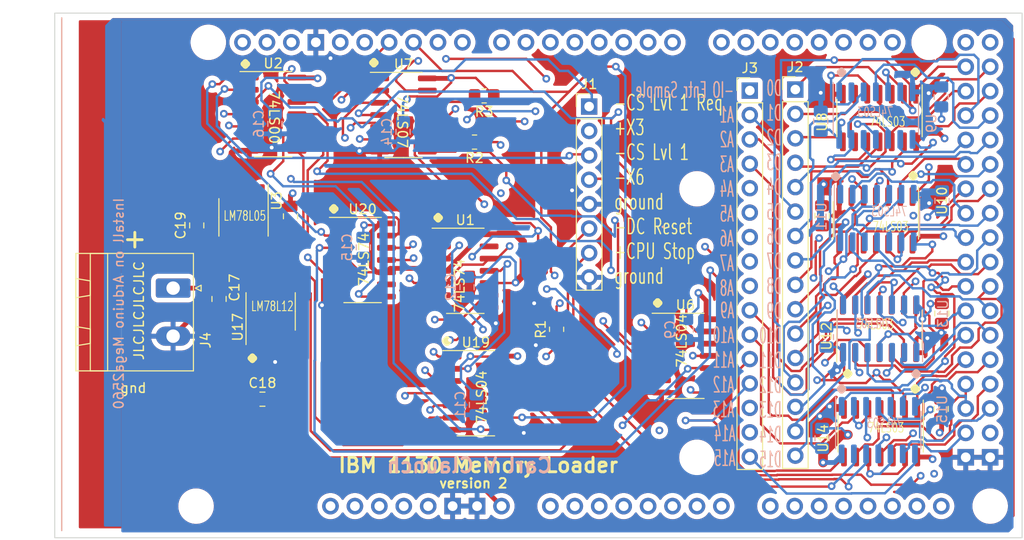
<source format=kicad_pcb>
(kicad_pcb (version 20221018) (generator pcbnew)
  (layers (0 "F.Cu" signal) (1 "In1.Cu" signal) (2 "In2.Cu" signal) (31 "B.Cu" signal) (34 "B.Paste" user) (35 "F.Paste" user) (36 "B.SilkS" user "B.Silkscreen") (37 "F.SilkS" user "F.Silkscreen") (38 "B.Mask" user) (39 "F.Mask" user) (44 "Edge.Cuts" user))
  (net 0 "")
  (net 42 "Net-(A1-PadD22)")
  (net 43 "Net-(A1-PadD23)")
  (net 44 "Net-(A1-PadD25)")
  (net 45 "Net-(A1-PadD26)")
  (net 46 "Net-(A1-PadD27)")
  (net 47 "Net-(A1-PadD28)")
  (net 48 "Net-(A1-PadD29)")
  (net 49 "Net-(A1-PadD30)")
  (net 50 "Net-(A1-PadD31)")
  (net 51 "Net-(A1-PadD32)")
  (net 52 "Net-(A1-PadD33)")
  (net 53 "Net-(A1-PadD34)")
  (net 54 "Net-(A1-PadD35)")
  (net 55 "Net-(A1-PadD36)")
  (net 56 "Net-(A1-PadD37)")
  (net 57 "Net-(A1-PadD38)")
  (net 58 "Net-(A1-PadD39)")
  (net 59 "Net-(A1-PadD40)")
  (net 60 "Net-(A1-PadD41)")
  (net 61 "Net-(A1-PadD42)")
  (net 62 "Net-(A1-PadD43)")
  (net 63 "Net-(A1-PadD44)")
  (net 64 "Net-(A1-PadD45)")
  (net 65 "Net-(A1-PadD46)")
  (net 66 "Net-(A1-PadD47)")
  (net 67 "Net-(A1-PadD48)")
  (net 68 "Net-(A1-PadD49)")
  (net 69 "Net-(A1-D50_MISO)")
  (net 70 "Net-(A1-D51_MOSI)")
  (net 71 "Net-(A1-D52_SCK)")
  (net 77 "Net-(J1-Pin_1)")
  (net 78 "Net-(J1-Pin_3)")
  (net 79 "Net-(J1-Pin_4)")
  (net 80 "Net-(J1-Pin_6)")
  (net 81 "Net-(J2-Pin_1)")
  (net 82 "Net-(J2-Pin_2)")
  (net 83 "Net-(J2-Pin_3)")
  (net 84 "Net-(J2-Pin_4)")
  (net 85 "Net-(J2-Pin_5)")
  (net 86 "Net-(J2-Pin_6)")
  (net 87 "Net-(J2-Pin_7)")
  (net 88 "Net-(J2-Pin_8)")
  (net 89 "Net-(J2-Pin_9)")
  (net 90 "Net-(J2-Pin_10)")
  (net 91 "Net-(J2-Pin_11)")
  (net 92 "Net-(J2-Pin_12)")
  (net 93 "Net-(J2-Pin_13)")
  (net 94 "Net-(J2-Pin_14)")
  (net 95 "Net-(J2-Pin_15)")
  (net 96 "Net-(J2-Pin_16)")
  (net 97 "Net-(J3-Pin_2)")
  (net 98 "Net-(J3-Pin_3)")
  (net 99 "Net-(J3-Pin_4)")
  (net 100 "Net-(J3-Pin_5)")
  (net 101 "Net-(J3-Pin_6)")
  (net 102 "Net-(J3-Pin_7)")
  (net 103 "Net-(J3-Pin_8)")
  (net 104 "Net-(J3-Pin_9)")
  (net 105 "Net-(J3-Pin_10)")
  (net 106 "Net-(J3-Pin_11)")
  (net 107 "Net-(J3-Pin_12)")
  (net 108 "Net-(J3-Pin_13)")
  (net 109 "Net-(J3-Pin_14)")
  (net 110 "Net-(J3-Pin_15)")
  (net 111 "Net-(J3-Pin_16)")
  (net 112 "Net-(J4-Pin_1)")
  (net 113 "Net-(U1A-~{R})")
  (net 114 "Net-(U1A-Q)")
  (net 115 "Net-(U1B-Q)")
  (net 116 "Net-(U1A-C)")
  (net 117 "Net-(R2-Pad2)")
  (net 119 "Net-(U19-Pad6)")
  (net 120 "Net-(U1B-C)")
  (net 121 "Net-(U2-Pad3)")
  (net 123 "Net-(U1B-~{Q})")
  (net 124 "GND")
  (net 125 "Net-(J1-Pin_7)")
  (net 128 "Net-(U10E-VCC)")
  (net 129 "Net-(U2-Pad5)")
  (net 130 "Net-(U2-Pad11)")
  (net 131 "Net-(U19-Pad1)")
  (net 132 "Net-(U20A-Q)")
  (net 133 "Net-(U19-Pad8)")
  (net 134 "Net-(U20B-~{Q})")
  (net 135 "Net-(U20B-C)")
  (net 136 "Net-(U20A-C)")
  (net 138 "Net-(U6-Pad4)")
  (net 139 "Net-(J3-Pin_1)")
  (net 140 "Net-(R1-Pad2)")
  (net 141 "Net-(U19-Pad13)")
  (net 143 "Net-(A1-PadD24)")
  (net 144 "Net-(U17-OUT)")
  (net 147 "Net-(R3-Pad2)")
  (net 148 "Net-(U6-Pad8)")
  (net 149 "Net-(U10-Pad1)")
  (net 151 "Net-(J1-Pin_2)")
  (footprint "Capacitor_SMD:C_0805_2012Metric_Pad1.18x1.45mm_HandSolder" (layer "F.Cu") (at 100.13 74.9 90)
    (fp_text reference "C19")
    (fp_text value "330nf")
  )
  (footprint "Capacitor_SMD:C_0805_2012Metric_Pad1.18x1.45mm_HandSolder" (layer "F.Cu") (at 102.45 82.5525 -90)
    (fp_text reference "C17" hide)
    (fp_text value "330nf")
  )
  (footprint "Package_SO:SOIC-14_3.9x8.7mm_P1.27mm" (layer "F.Cu") (at 171.1 85.675 90)
    (fp_text reference "U12")
    (fp_text value "74LS03")
  )
  (footprint "Package_SO:SOIC-14_3.9x8.7mm_P1.27mm" (layer "F.Cu") (at 129.15 92.36)
    (fp_text reference "U19")
    (fp_text value "74LS04")
  )
  (footprint "Connector_PinHeader_2.54mm:PinHeader_1x16_P2.54mm_Vertical" (layer "F.Cu") (at 157.625 60.87)
    (fp_text reference "J3")
    (fp_text value "Conn_01x16_Pin")
  )
  (footprint "PCM_arduino-library:Arduino_Mega2560_R3_Shield" (layer "F.Cu") (at 86.094 106.649237)
    (fp_text reference "A1" hide)
    (fp_text value "Arduino_Mega2560_R3_Shield")
  )
  (footprint "Connector_Phoenix_MSTB:PhoenixContact_MSTBA_2,5_2-G_1x02_P5.00mm_Horizontal" (layer "F.Cu") (at 97.6775 81.425 -90)
    (fp_text reference "J4")
    (fp_text value "Screw_Terminal_01x02")
  )
  (footprint "Package_SO:SOIC-14_3.9x8.7mm_P1.27mm" (layer "F.Cu") (at 150.925 88.475)
    (fp_text reference "U6")
    (fp_text value "74LS04")
  )
  (footprint "Package_SO:SOIC-8_3.9x4.9mm_P1.27mm" (layer "F.Cu") (at 104.995 74.065 -90)
    (fp_text reference "U3")
    (fp_text value "LM78L05_SO8")
  )
  (footprint "Connector_PinHeader_2.54mm:PinHeader_1x08_P2.54mm_Vertical" (layer "F.Cu") (at 140.925 62.53)
    (fp_text reference "J1")
    (fp_text value "Conn_01x08")
  )
  (footprint "Resistor_SMD:R_0805_2012Metric_Pad1.20x1.40mm_HandSolder" (layer "F.Cu") (at 130.01 61.42 180)
    (fp_text reference "R3")
    (fp_text value "5k")
  )
  (footprint "Package_SO:SOIC-8_3.9x4.9mm_P1.27mm" (layer "F.Cu") (at 107.815 83.85 90)
    (fp_text reference "U17")
    (fp_text value "LM78L12_SO8")
  )
  (footprint "Package_SO:SOIC-14_3.9x8.7mm_P1.27mm" (layer "F.Cu") (at 108.075 63.325)
    (fp_text reference "U2")
    (fp_text value "74LS00")
  )
  (footprint "Package_SO:SOIC-14_3.9x8.7mm_P1.27mm" (layer "F.Cu") (at 117.375 78.5)
    (fp_text reference "U20")
    (fp_text value "74LS74")
  )
  (footprint "Capacitor_SMD:C_0805_2012Metric_Pad1.18x1.45mm_HandSolder" (layer "F.Cu") (at 109.88 73.9475 -90)
    (fp_text reference "C20" hide)
    (fp_text value "100nf")
  )
  (footprint "Package_SO:SOIC-14_3.9x8.7mm_P1.27mm" (layer "F.Cu") (at 170.73 74.375 -90)
    (fp_text reference "U10")
    (fp_text value "74LS03")
  )
  (footprint "Connector_PinHeader_2.54mm:PinHeader_1x16_P2.54mm_Vertical" (layer "F.Cu") (at 162.36 60.76)
    (fp_text reference "J2")
    (fp_text value "Conn_01x16_Pin")
  )
  (footprint "Resistor_SMD:R_0805_2012Metric_Pad1.20x1.40mm_HandSolder" (layer "F.Cu") (at 129.01 66.23 180)
    (fp_text reference "R2")
    (fp_text value "5k")
  )
  (footprint "Capacitor_SMD:C_0805_2012Metric_Pad1.18x1.45mm_HandSolder" (layer "F.Cu") (at 177.59 84.06 -90)
    (fp_text reference "C6" hide)
    (fp_text value "100nf")
  )
  (footprint "Package_SO:SOIC-14_3.9x8.7mm_P1.27mm" (layer "F.Cu") (at 171.11 63.725 -90)
    (fp_text reference "U8")
    (fp_text value "74LS03")
  )
  (footprint "Package_SO:SOIC-14_3.9x8.7mm_P1.27mm" (layer "F.Cu") (at 128.05 79.625)
    (fp_text reference "U1")
    (fp_text value "74LS74")
  )
  (footprint "Resistor_SMD:R_0805_2012Metric_Pad1.20x1.40mm_HandSolder" (layer "F.Cu") (at 137.54 85.71 90)
    (fp_text reference "R1")
    (fp_text value "5k")
  )
  (footprint "Capacitor_SMD:C_0805_2012Metric_Pad1.18x1.45mm_HandSolder" (layer "F.Cu") (at 106.9625 92.98)
    (fp_text reference "C18")
    (fp_text value "100nf")
  )
  (footprint "Capacitor_SMD:C_0805_2012Metric_Pad1.18x1.45mm_HandSolder" (layer "F.Cu") (at 177.52 93.9925 90)
    (fp_text reference "C5" hide)
    (fp_text value "100nf")
  )
  (footprint "Capacitor_SMD:C_0805_2012Metric_Pad1.18x1.45mm_HandSolder" (layer "F.Cu") (at 165.14 73.8975 90)
    (fp_text reference "C2" hide)
    (fp_text value "100nf")
  )
  (footprint "Package_SO:SOIC-14_3.9x8.7mm_P1.27mm" (layer "F.Cu") (at 171.225 96.525 -90)
    (fp_text reference "U14")
    (fp_text value "74LS03")
  )
  (footprint "Package_SO:SOIC-14_3.9x8.7mm_P1.27mm" (layer "F.Cu") (at 121.625 63.41)
    (fp_text reference "U7")
    (fp_text value "74LS07")
  )
  (footprint "Capacitor_SMD:C_0805_2012Metric_Pad1.18x1.45mm_HandSolder" (layer "B.Cu") (at 121.58 65.1625 -90)
    (fp_text reference "C14")
    (fp_text value "100nf")
  )
  (footprint "Capacitor_SMD:C_0805_2012Metric_Pad1.18x1.45mm_HandSolder" (layer "B.Cu") (at 177.61 72.34 90)
    (fp_text reference "C7" hide)
    (fp_text value "100nf")
  )
  (footprint "Package_SO:SOIC-14_3.9x8.7mm_P1.27mm" (layer "B.Cu") (at 170.85 74.125 -90)
    (fp_text reference "U11")
    (fp_text value "74LS03")
  )
  (footprint "Capacitor_SMD:C_0805_2012Metric_Pad1.18x1.45mm_HandSolder" (layer "B.Cu") (at 177.53 61.5275 90)
    (fp_text reference "C8" hide)
    (fp_text value "100nf")
  )
  (footprint "Capacitor_SMD:C_0805_2012Metric_Pad1.18x1.45mm_HandSolder" (layer "B.Cu") (at 108.26 64.33 -90)
    (fp_text reference "C16")
    (fp_text value "100nf")
  )
  (footprint "Capacitor_SMD:C_0805_2012Metric_Pad1.18x1.45mm_HandSolder" (layer "B.Cu") (at 129.21 93.57 -90)
    (fp_text reference "C11")
    (fp_text value "100nf")
  )
  (footprint "Capacitor_SMD:C_0805_2012Metric_Pad1.18x1.45mm_HandSolder" (layer "B.Cu") (at 165.14 97.0525 -90)
    (fp_text reference "C4" hide)
    (fp_text value "100nf")
  )
  (footprint "Package_SO:SOIC-14_3.9x8.7mm_P1.27mm" (layer "B.Cu") (at 170.985 96.2 -90)
    (fp_text reference "U15")
    (fp_text value "74LS03")
  )
  (footprint "Capacitor_SMD:C_0805_2012Metric_Pad1.18x1.45mm_HandSolder" (layer "B.Cu") (at 151.02 85.7375 -90)
    (fp_text reference "C9")
    (fp_text value "100nf")
  )
  (footprint "Capacitor_SMD:C_0805_2012Metric_Pad1.18x1.45mm_HandSolder" (layer "B.Cu") (at 117.45 77.1825 -90)
    (fp_text reference "C15")
    (fp_text value "100nf")
  )
  (footprint "Capacitor_SMD:C_0805_2012Metric_Pad1.18x1.45mm_HandSolder" (layer "B.Cu") (at 128.23 81.33 -90)
    (fp_text reference "C12")
    (fp_text value "100nf")
  )
  (footprint "Package_SO:SOIC-14_3.9x8.7mm_P1.27mm" (layer "B.Cu") (at 171.15 85.625 90)
    (fp_text reference "U13")
    (fp_text value "74LS03")
  )
  (footprint "Capacitor_SMD:C_0805_2012Metric_Pad1.18x1.45mm_HandSolder" (layer "B.Cu") (at 165 64.0575 90)
    (fp_text reference "C1" hide)
    (fp_text value "100nf")
  )
  (footprint "Package_SO:SOIC-14_3.9x8.7mm_P1.27mm" (layer "B.Cu") (at 170.73 63.475 -90)
    (fp_text reference "U9")
    (fp_text value "74LS03")
  )
  (footprint "Capacitor_SMD:C_0805_2012Metric_Pad1.18x1.45mm_HandSolder" (layer "B.Cu") (at 165.59 86.52 -90)
    (fp_text reference "C3" hide)
    (fp_text value "100nf")
  )
  (gr_rect (start 85.369366 52.81) (end 185.932631 107.4) (stroke (width 0.1)) (fill none) (layer "Edge.Cuts"))
  (gr_text "D0\nD1\nD2\nD3\nD4\nD5\nD6\nD7\nD8\nD9\nD10\nD11\nD12\nD13\nD14\nD15" (at 161.03 100.2) (layer "B.SilkS") (effects (font (size 1.6 0.8)) (justify left bottom mirror)))
  (gr_text "74LS03" (at 172.61 63.69) (layer "B.SilkS") (effects (font (size 1 0.67) (thickness 0.1)) (justify left bottom mirror)))
  (gr_text "74LS03" (at 173.58 96.06) (layer "B.SilkS") (effects (font (size 1 0.67) (thickness 0.1)) (justify left bottom mirror)))
  (gr_text "." (at 176.27 91.06) (layer "B.SilkS") (effects (font (size 4 4) (thickness 0.6)) (justify left bottom mirror)))
  (gr_text "Carl V Claunch" (at 137.25 100.76) (layer "B.SilkS") (effects (font (size 1.5 1.5) (thickness 0.3) bold) (justify left bottom mirror)))
  (gr_text "74LS03" (at 174.07 74.04) (layer "B.SilkS") (effects (font (size 1 0.67) (thickness 0.1)) (justify left bottom mirror)))
  (gr_text "74LS03" (at 172.38 85.68) (layer "B.SilkS") (effects (font (size 1 0.67) (thickness 0.1)) (justify left bottom mirror)))
  (gr_text "Install on Arduino Mega2560" (at 92.61 71.94 90) (layer "B.SilkS") (effects (font (size 1 1)) (justify left bottom mirror)))
  (gr_text "-IO Entr Sample\nA1\nA2\nA3\nA4\nA5\nA6\nA7\nA8" (at 156.06 82.37) (layer "B.SilkS") (effects (font (size 1.6 0.8)) (justify left bottom mirror)))
  (gr_text "A14\nA15" (at 156.23 100.07) (layer "B.SilkS") (effects (font (size 1.6 0.8)) (justify left bottom mirror)))
  (gr_text "." (at 167.9 70.51) (layer "B.SilkS") (effects (font (size 4 4) (thickness 0.6)) (justify left bottom mirror)))
  (gr_text "." (at 168.51 92.62) (layer "B.SilkS") (effects (font (size 4 4) (thickness 0.6)) (justify left bottom mirror)))
  (gr_text "A9\nA10\nA11\nA12\nA13" (at 156.1 95) (layer "B.SilkS") (effects (font (size 1.6 0.8)) (justify left bottom mirror)))
  (gr_text "." (at 168.51 59.68) (layer "B.SilkS") (effects (font (size 4 4) (thickness 0.6)) (justify left bottom mirror)))
  (gr_text "+" (at 92.26 77.41) (layer "F.SilkS") (effects (font (size 2 2) (thickness 0.3)) (justify left bottom)))
  (gr_text "JLCJLCJLCJLC" (at 94.71 89.01 90) (layer "F.SilkS") (effects (font (size 1 1)) (justify left bottom)))
  (gr_text "." (at 104.57 89.43) (layer "F.SilkS") (effects (font (size 4 4) (thickness 0.6)) (justify left bottom)))
  (gr_text "74LS03" (at 168.79 85.79) (layer "F.SilkS") (effects (font (size 1 0.67) (thickness 0.1)) (justify left bottom)))
  (gr_text "74LS74" (at 118.09 81.32 90) (layer "F.SilkS") (effects (font (size 1 1)) (justify left bottom)))
  (gr_text "." (at 124.8 87.64) (layer "F.SilkS") (effects (font (size 4 4) (thickness 0.6)) (justify left bottom)))
  (gr_text "." (at 103.84 58.81) (layer "F.SilkS") (effects (font (size 4 4) (thickness 0.6)) (justify left bottom)))
  (gr_text "." (at 123.88 74.81) (layer "F.SilkS") (effects (font (size 4 4) (thickness 0.6)) (justify left bottom)))
  (gr_text "74LS03" (at 170.33 75.61) (layer "F.SilkS") (effects (font (size 1 0.67) (thickness 0.1)) (justify left bottom)))
  (gr_text "version 2" (at 125.24 102.32) (layer "F.SilkS") (effects (font (size 1 1) (thickness 0.2) bold) (justify left bottom)))
  (gr_text "74LS03" (at 169.87 96.53) (layer "F.SilkS") (effects (font (size 1 0.67) (thickness 0.1)) (justify left bottom)))
  (gr_text "." (at 113.03 73.89) (layer "F.SilkS") (effects (font (size 4 4) (thickness 0.6)) (justify left bottom)))
  (gr_text "LM78L12" (at 105.72 83.9) (layer "F.SilkS") (effects (font (size 1 0.67) (thickness 0.1)) (justify left bottom)))
  (gr_text "74LS04" (at 130.34 95.67 90) (layer "F.SilkS") (effects (font (size 1 1)) (justify left bottom)))
  (gr_text "IBM 1130 Memory Loader" (at 114.7 100.73) (layer "F.SilkS") (effects (font (size 1.5 1.5) (thickness 0.3) bold) (justify left bottom)))
  (gr_text "." (at 117.2 58.68) (layer "F.SilkS") (effects (font (size 4 4) (thickness 0.6)) (justify left bottom)))
  (gr_text "." (at 146.7 83.68) (layer "F.SilkS") (effects (font (size 4 4) (thickness 0.6)) (justify left bottom)))
  (gr_text "74LS00" (at 107.59 60.75 -90) (layer "F.SilkS") (effects (font (size 1 1)) (justify left bottom)))
  (gr_text "." (at 173.48 59.67) (layer "F.SilkS") (effects (font (size 4 4) (thickness 0.6)) (justify left bottom)))
  (gr_text "74LS04" (at 151.13 89.79 90) (layer "F.SilkS") (effects (font (size 1 1)) (justify left bottom)))
  (gr_text "." (at 173.48 92.62) (layer "F.SilkS") (effects (font (size 4 4) (thickness 0.6)) (justify left bottom)))
  (gr_text "C17" (at 104.64 82.92 90) (layer "F.SilkS") (effects (font (size 1 1)) (justify left bottom)))
  (gr_text "74LS74" (at 128.05 84.06 90) (layer "F.SilkS") (effects (font (size 1 1)) (justify left bottom)))
  (gr_text "74LS07" (at 120.92 61.18 270) (layer "F.SilkS") (effects (font (size 1 1)) (justify left bottom)))
  (gr_text "LM78L05" (at 102.86 74.49) (layer "F.SilkS") (effects (font (size 1 0.67) (thickness 0.1)) (justify left bottom)))
  (gr_text "gnd" (at 92.08 92.4) (layer "F.SilkS") (effects (font (size 1 1)) (justify left bottom)))
  (gr_text "74LS03" (at 169.99 64.7) (layer "F.SilkS") (effects (font (size 1 0.67) (thickness 0.1)) (justify left bottom)))
  (gr_text "-CS Lvl 1 Req\n+X3\n-CS Lvl 1\n-X6\nground\n-DC Reset\n+CPU Stop\nground" (at 143.44 81.11) (layer "F.SilkS") (effects (font (size 1.6 1)) (justify left bottom)))
  (gr_text "." (at 166.45 91.04) (layer "F.SilkS") (effects (font (size 4 4) (thickness 0.6)) (justify left bottom)))
  (gr_text "." (at 173.26 70.44) (layer "F.SilkS") (effects (font (size 4 4) (thickness 0.6)) (justify left bottom)))
  (segment (start 174.92 60.68) (end 174.92 61.25) (width 0.25) (layer "F.Cu") (net 42))
  (segment (start 177.210763 58.389237) (end 174.92 60.68) (width 0.25) (layer "F.Cu") (net 42))
  (segment (start 180.074 58.389237) (end 177.210763 58.389237) (width 0.25) (layer "F.Cu") (net 42))
  (segment (start 175.425 63.675) (end 172.56 63.675) (width 0.25) (layer "F.Cu") (net 43))
  (segment (start 171.11 62.225) (end 171.11 61.25) (width 0.25) (layer "F.Cu") (net 43))
  (segment (start 172.56 63.675) (end 171.11 62.225) (width 0.25) (layer "F.Cu") (net 43))
  (segment (start 181.303237 59.7) (end 178.33 59.7) (width 0.25) (layer "F.Cu") (net 43))
  (segment (start 177.93 60.1) (end 177.93 61.17) (width 0.25) (layer "F.Cu") (net 43))
  (segment (start 182.614 58.389237) (end 181.303237 59.7) (width 0.25) (layer "F.Cu") (net 43))
  (segment (start 178.33 59.7) (end 177.93 60.1) (width 0.25) (layer "F.Cu") (net 43))
  (segment (start 177.93 61.17) (end 175.425 63.675) (width 0.25) (layer "F.Cu") (net 43))
  (segment (start 178.265 64.575) (end 178.72 64.12) (width 0.25) (layer "F.Cu") (net 44))
  (segment (start 178.725298 64.12) (end 178.8854 63.959898) (width 0.25) (layer "F.Cu") (net 44))
  (segment (start 179.429633 62.21) (end 181.333237 62.21) (width 0.25) (layer "F.Cu") (net 44))
  (segment (start 172.38 65.225) (end 173.03 64.575) (width 0.25) (layer "F.Cu") (net 44))
  (segment (start 178.8854 63.959898) (end 178.8854 62.754233) (width 0.25) (layer "F.Cu") (net 44))
  (segment (start 181.333237 62.21) (end 182.614 60.929237) (width 0.25) (layer "F.Cu") (net 44))
  (segment (start 178.72 64.12) (end 178.725298 64.12) (width 0.25) (layer "F.Cu") (net 44))
  (segment (start 172.38 66.2) (end 172.38 65.225) (width 0.25) (layer "F.Cu") (net 44))
  (segment (start 178.8854 62.754233) (end 179.429633 62.21) (width 0.25) (layer "F.Cu") (net 44))
  (segment (start 173.03 64.575) (end 178.265 64.575) (width 0.25) (layer "F.Cu") (net 44))
  (segment (start 181.39 62.153237) (end 180.074 63.469237) (width 0.25) (layer "B.Cu") (net 45))
  (segment (start 177.082072 57.824237) (end 177.306309 57.6) (width 0.25) (layer "B.Cu") (net 45))
  (segment (start 180.94 57.15) (end 181.39 57.6) (width 0.25) (layer "B.Cu") (net 45))
  (segment (start 175.221691 57.6) (end 175.445928 57.824237) (width 0.25) (layer "B.Cu") (net 45))
  (segment (start 181.39 57.6) (end 181.39 62.153237) (width 0.25) (layer "B.Cu") (net 45))
  (segment (start 175.445928 57.824237) (end 177.082072 57.824237) (width 0.25) (layer "B.Cu") (net 45))
  (segment (start 177.306309 57.6) (end 178.99 57.6) (width 0.25) (layer "B.Cu") (net 45))
  (segment (start 179.44 57.15) (end 180.94 57.15) (width 0.25) (layer "B.Cu") (net 45))
  (segment (start 178.99 57.6) (end 179.44 57.15) (width 0.25) (layer "B.Cu") (net 45))
  (segment (start 166.92 60.025) (end 169.345 57.6) (width 0.25) (layer "B.Cu") (net 45))
  (segment (start 169.345 57.6) (end 175.221691 57.6) (width 0.25) (layer "B.Cu") (net 45))
  (segment (start 166.92 61) (end 166.92 60.025) (width 0.25) (layer "B.Cu") (net 45))
  (segment (start 178.78 60.114326) (end 178.78 64.04) (width 0.25) (layer "B.Cu") (net 46))
  (segment (start 181.353237 64.73) (end 182.614 63.469237) (width 0.25) (layer "B.Cu") (net 46))
  (segment (start 170.73 61) (end 170.73 58.995195) (width 0.25) (layer "B.Cu") (net 46))
  (segment (start 170.73 58.995195) (end 171.545195 58.18) (width 0.25) (layer "B.Cu") (net 46))
  (segment (start 176.11 59.55) (end 178.215674 59.55) (width 0.25) (layer "B.Cu") (net 46))
  (segment (start 174.74 58.18) (end 176.11 59.55) (width 0.25) (layer "B.Cu") (net 46))
  (segment (start 178.215674 59.55) (end 178.78 60.114326) (width 0.25) (layer "B.Cu") (net 46))
  (segment (start 179.47 64.73) (end 181.353237 64.73) (width 0.25) (layer "B.Cu") (net 46))
  (segment (start 171.545195 58.18) (end 174.74 58.18) (width 0.25) (layer "B.Cu") (net 46))
  (segment (start 178.78 64.04) (end 179.47 64.73) (width 0.25) (layer "B.Cu") (net 46))
  (segment (start 173.27 66.925) (end 173.27 65.95) (width 0.25) (layer "B.Cu") (net 47))
  (segment (start 180.074 66.009237) (end 178.833237 67.25) (width 0.25) (layer "B.Cu") (net 47))
  (segment (start 173.595 67.25) (end 173.27 66.925) (width 0.25) (layer "B.Cu") (net 47))
  (segment (start 178.833237 67.25) (end 173.595 67.25) (width 0.25) (layer "B.Cu") (net 47))
  (segment (start 180.574024 67.37) (end 181.253237 67.37) (width 0.25) (layer "B.Cu") (net 48))
  (segment (start 180.464024 67.26) (end 180.574024 67.37) (width 0.25) (layer "B.Cu") (net 48))
  (segment (start 181.253237 67.37) (end 182.614 66.009237) (width 0.25) (layer "B.Cu") (net 48))
  (segment (start 169.46 66.925) (end 170.285 67.75) (width 0.25) (layer "B.Cu") (net 48))
  (segment (start 179.01 67.75) (end 179.5 67.26) (width 0.25) (layer "B.Cu") (net 48))
  (segment (start 170.285 67.75) (end 179.01 67.75) (width 0.25) (layer "B.Cu") (net 48))
  (segment (start 179.5 67.26) (end 180.464024 67.26) (width 0.25) (layer "B.Cu") (net 48))
  (segment (start 169.46 65.95) (end 169.46 66.925) (width 0.25) (layer "B.Cu") (net 48))
  (segment (start 173.27 71.9) (end 173.27 70.49) (width 0.25) (layer "F.Cu") (net 49))
  (segment (start 175.79 67.97) (end 179.494763 67.97) (width 0.25) (layer "F.Cu") (net 49))
  (segment (start 173.27 70.49) (end 175.79 67.97) (width 0.25) (layer "F.Cu") (net 49))
  (segment (start 179.494763 67.97) (end 180.074 68.549237) (width 0.25) (layer "F.Cu") (net 49))
  (segment (start 169.46 71.284342) (end 168.251158 70.0755) (width 0.25) (layer "F.Cu") (net 50))
  (segment (start 169.46 71.9) (end 169.46 71.284342) (width 0.25) (layer "F.Cu") (net 50))
  (via (at 168.251158 70.0755) (size 0.8) (drill 0.4) (layers "F.Cu" "B.Cu") (net 50))
  (via (at 175.42 69.56) (size 0.8) (drill 0.4) (layers "F.Cu" "B.Cu") (net 50))
  (segment (start 181.383237 69.78) (end 182.614 68.549237) (width 0.25) (layer "B.Cu") (net 50))
  (segment (start 179.08 69.78) (end 181.383237 69.78) (width 0.25) (layer "B.Cu") (net 50))
  (segment (start 178.86 69.56) (end 179.08 69.78) (width 0.25) (layer "B.Cu") (net 50))
  (segment (start 175.42 69.56) (end 178.86 69.56) (width 0.25) (layer "B.Cu") (net 50))
  (segment (start 178.13 72.85) (end 179.890763 71.089237) (width 0.25) (layer "F.Cu") (net 51))
  (segment (start 178.13 74.143604) (end 178.13 72.85) (width 0.25) (layer "F.Cu") (net 51))
  (segment (start 169.825 75.51) (end 173.578604 75.51) (width 0.25) (layer "F.Cu") (net 51))
  (segment (start 174.239104 74.8495) (end 177.424104 74.8495) (width 0.25) (layer "F.Cu") (net 51))
  (segment (start 169.46 75.875) (end 169.825 75.51) (width 0.25) (layer "F.Cu") (net 51))
  (segment (start 173.578604 75.51) (end 174.239104 74.8495) (width 0.25) (layer "F.Cu") (net 51))
  (segment (start 177.424104 74.8495) (end 178.13 74.143604) (width 0.25) (layer "F.Cu") (net 51))
  (segment (start 179.890763 71.089237) (end 180.074 71.089237) (width 0.25) (layer "F.Cu") (net 51))
  (segment (start 169.46 76.85) (end 169.46 75.875) (width 0.25) (layer "F.Cu") (net 51))
  (segment (start 179.256396 72.36) (end 181.343237 72.36) (width 0.25) (layer "F.Cu") (net 52))
  (segment (start 181.343237 72.36) (end 182.614 71.089237) (width 0.25) (layer "F.Cu") (net 52))
  (segment (start 178.59 74.32) (end 178.59 73.026396) (width 0.25) (layer "F.Cu") (net 52))
  (segment (start 178.59 73.026396) (end 179.256396 72.36) (width 0.25) (layer "F.Cu") (net 52))
  (segment (start 173.27 76.85) (end 173.27 76.455) (width 0.25) (layer "F.Cu") (net 52))
  (segment (start 175.1405 75.2995) (end 177.6105 75.2995) (width 0.25) (layer "F.Cu") (net 52))
  (segment (start 173.27 76.455) (end 174.175 75.55) (width 0.25) (layer "F.Cu") (net 52))
  (segment (start 174.89 75.55) (end 175.1405 75.2995) (width 0.25) (layer "F.Cu") (net 52))
  (segment (start 174.175 75.55) (end 174.89 75.55) (width 0.25) (layer "F.Cu") (net 52))
  (segment (start 177.6105 75.2995) (end 178.59 74.32) (width 0.25) (layer "F.Cu") (net 52))
  (segment (start 172.376396 70.35) (end 175.006752 70.35) (width 0.25) (layer "B.Cu") (net 53))
  (segment (start 175.076752 70.42) (end 176.455305 70.42) (width 0.25) (layer "B.Cu") (net 53))
  (segment (start 178.8854 70.7054) (end 178.8854 72.440637) (width 0.25) (layer "B.Cu") (net 53))
  (segment (start 170.845642 69.51) (end 171.536396 69.51) (width 0.25) (layer "B.Cu") (net 53))
  (segment (start 171.536396 69.51) (end 172.376396 70.35) (width 0.25) (layer "B.Cu") (net 53))
  (segment (start 178.36 70.18) (end 178.8854 70.7054) (width 0.25) (layer "B.Cu") (net 53))
  (segment (start 176.695305 70.18) (end 178.36 70.18) (width 0.25) (layer "B.Cu") (net 53))
  (segment (start 168.31 71.65) (end 168.31 71.273248) (width 0.25) (layer "B.Cu") (net 53))
  (segment (start 176.455305 70.42) (end 176.695305 70.18) (width 0.25) (layer "B.Cu") (net 53))
  (segment (start 178.8854 72.440637) (end 180.074 73.629237) (width 0.25) (layer "B.Cu") (net 53))
  (segment (start 175.006752 70.35) (end 175.076752 70.42) (width 0.25) (layer "B.Cu") (net 53))
  (segment (start 170.055642 70.3) (end 170.845642 69.51) (width 0.25) (layer "B.Cu") (net 53))
  (segment (start 168.31 71.273248) (end 169.283248 70.3) (width 0.25) (layer "B.Cu") (net 53))
  (segment (start 169.283248 70.3) (end 170.055642 70.3) (width 0.25) (layer "B.Cu") (net 53))
  (segment (start 172.258604 74.85) (end 171.878604 75.23) (width 0.25) (layer "B.Cu") (net 54))
  (segment (start 182.614 73.629237) (end 181.318237 74.925) (width 0.25) (layer "B.Cu") (net 54))
  (segment (start 169.441396 74.85) (end 168.7645 74.85) (width 0.25) (layer "B.Cu") (net 54))
  (segment (start 172.12 72.23) (end 172.12 71.65) (width 0.25) (layer "B.Cu") (net 54))
  (segment (start 179.391159 74.85) (end 172.258604 74.85) (width 0.25) (layer "B.Cu") (net 54))
  (segment (start 179.466159 74.925) (end 179.391159 74.85) (width 0.25) (layer "B.Cu") (net 54))
  (segment (start 170.9495 73.4005) (end 172.12 72.23) (width 0.25) (layer "B.Cu") (net 54))
  (segment (start 181.318237 74.925) (end 179.466159 74.925) (width 0.25) (layer "B.Cu") (net 54))
  (segment (start 168.7645 73.975) (end 168.904544 73.975) (width 0.25) (layer "B.Cu") (net 54))
  (segment (start 169.479044 73.4005) (end 170.9495 73.4005) (width 0.25) (layer "B.Cu") (net 54))
  (segment (start 169.821396 75.23) (end 169.441396 74.85) (width 0.25) (layer "B.Cu") (net 54))
  (segment (start 168.904544 73.975) (end 169.479044 73.4005) (width 0.25) (layer "B.Cu") (net 54))
  (segment (start 171.878604 75.23) (end 169.821396 75.23) (width 0.25) (layer "B.Cu") (net 54))
  (segment (start 168.7645 74.85) (end 168.7645 73.975) (width 0.25) (layer "B.Cu") (net 54))
  (segment (start 179.199237 76.169237) (end 179.02 75.99) (width 0.25) (layer "B.Cu") (net 55))
  (segment (start 172.445 75.3) (end 172.12 75.625) (width 0.25) (layer "B.Cu") (net 55))
  (segment (start 178.76 75.3) (end 172.445 75.3) (width 0.25) (layer "B.Cu") (net 55))
  (segment (start 172.12 75.625) (end 172.12 76.6) (width 0.25) (layer "B.Cu") (net 55))
  (segment (start 179.02 75.99) (end 179.02 75.66) (width 0.25) (layer "B.Cu") (net 55))
  (segment (start 180.074 76.169237) (end 179.199237 76.169237) (width 0.25) (layer "B.Cu") (net 55))
  (segment (start 179.02 75.56) (end 178.76 75.3) (width 0.25) (layer "B.Cu") (net 55))
  (segment (start 178.242688 79.8495) (end 177.640666 79.8495) (width 0.25) (layer "B.Cu") (net 56))
  (segment (start 178.393188 80) (end 178.242688 79.8495) (width 0.25) (layer "B.Cu") (net 56))
  (segment (start 171.457799 78.57) (end 169.305 78.57) (width 0.25) (layer "B.Cu") (net 56))
  (segment (start 175.959295 80.5691) (end 175.040195 79.65) (width 0.25) (layer "B.Cu") (net 56))
  (segment (start 168.31 77.575) (end 168.31 76.6) (width 0.25) (layer "B.Cu") (net 56))
  (segment (start 181.2626 79.3774) (end 180.64 80) (width 0.25) (layer "B.Cu") (net 56))
  (segment (start 180.64 80) (end 178.393188 80) (width 0.25) (layer "B.Cu") (net 56))
  (segment (start 177.640666 79.8495) (end 176.921066 80.5691) (width 0.25) (layer "B.Cu") (net 56))
  (segment (start 182.614 76.169237) (end 181.2626 77.520637) (width 0.25) (layer "B.Cu") (net 56))
  (segment (start 172.537799 79.65) (end 171.457799 78.57) (width 0.25) (layer "B.Cu") (net 56))
  (segment (start 176.921066 80.5691) (end 175.959295 80.5691) (width 0.25) (layer "B.Cu") (net 56))
  (segment (start 175.040195 79.65) (end 172.537799 79.65) (width 0.25) (layer "B.Cu") (net 56))
  (segment (start 181.2626 77.520637) (end 181.2626 79.3774) (width 0.25) (layer "B.Cu") (net 56))
  (segment (start 169.305 78.57) (end 168.31 77.575) (width 0.25) (layer "B.Cu") (net 56))
  (segment (start 169.950305 80.95) (end 169.835 80.95) (width 0.25) (layer "F.Cu") (net 57))
  (segment (start 179.894763 78.53) (end 176.306396 78.53) (width 0.25) (layer "F.Cu") (net 57))
  (segment (start 171.65 80.16) (end 171.607299 80.117299) (width 0.25) (layer "F.Cu") (net 57))
  (segment (start 171.607299 80.117299) (end 170.783006 80.117299) (width 0.25) (layer "F.Cu") (net 57))
  (segment (start 180.074 78.709237) (end 179.894763 78.53) (width 0.25) (layer "F.Cu") (net 57))
  (segment (start 172.149805 80.16) (end 171.65 80.16) (width 0.25) (layer "F.Cu") (net 57))
  (segment (start 173.636517 79.6) (end 172.709805 79.6) (width 0.25) (layer "F.Cu") (net 57))
  (segment (start 176.306396 78.53) (end 176.066396 78.77) (width 0.25) (layer "F.Cu") (net 57))
  (segment (start 174.466517 78.77) (end 173.636517 79.6) (width 0.25) (layer "F.Cu") (net 57))
  (segment (start 172.709805 79.6) (end 172.149805 80.16) (width 0.25) (layer "F.Cu") (net 57))
  (segment (start 170.783006 80.117299) (end 169.950305 80.95) (width 0.25) (layer "F.Cu") (net 57))
  (segment (start 168.56 82.225) (end 168.56 83.2) (width 0.25) (layer "F.Cu") (net 57))
  (segment (start 169.835 80.95) (end 168.56 82.225) (width 0.25) (layer "F.Cu") (net 57))
  (segment (start 176.066396 78.77) (end 174.466517 78.77) (width 0.25) (layer "F.Cu") (net 57))
  (segment (start 179.54 79.97) (end 178.55 78.98) (width 0.25) (layer "F.Cu") (net 58))
  (segment (start 178.55 78.98) (end 176.492792 78.98) (width 0.25) (layer "F.Cu") (net 58))
  (segment (start 181.353237 79.97) (end 179.54 79.97) (width 0.25) (layer "F.Cu") (net 58))
  (segment (start 176.252792 79.22) (end 175.33311 79.22) (width 0.25) (layer "F.Cu") (net 58))
  (segment (start 175.33311 79.22) (end 172.37 82.18311) (width 0.25) (layer "F.Cu") (net 58))
  (segment (start 182.614 78.709237) (end 181.353237 79.97) (width 0.25) (layer "F.Cu") (net 58))
  (segment (start 176.492792 78.98) (end 176.252792 79.22) (width 0.25) (layer "F.Cu") (net 58))
  (segment (start 172.37 82.18311) (end 172.37 83.2) (width 0.25) (layer "F.Cu") (net 58))
  (segment (start 176.81 85.99) (end 176.81 87.35) (width 0.25) (layer "F.Cu") (net 59))
  (segment (start 178.300305 81.605) (end 177.699695 81.605) (width 0.25) (layer "F.Cu") (net 59))
  (segment (start 175.86 80.57) (end 175.68 80.75) (width 0.25) (layer "F.Cu") (net 59))
  (segment (start 175.68 80.75) (end 175.68 83.710195) (width 0.25) (layer "F.Cu") (net 59))
  (segment (start 176.81 87.35) (end 176.73 87.43) (width 0.25) (layer "F.Cu") (net 59))
  (segment (start 172.37 88.526752) (end 172.37 88.15) (width 0.25) (layer "F.Cu") (net 59))
  (segment (start 173.493248 89.65) (end 172.37 88.526752) (width 0.25) (layer "F.Cu") (net 59))
  (segment (start 177.215 81.039695) (end 176.745305 80.57) (width 0.25) (layer "F.Cu") (net 59))
  (segment (start 176.73 88.77) (end 175.85 89.65) (width 0.25) (layer "F.Cu") (net 59))
  (segment (start 176.295 85.475) (end 176.81 85.99) (width 0.25) (layer "F.Cu") (net 59))
  (segment (start 178.656068 81.249237) (end 178.300305 81.605) (width 0.25) (layer "F.Cu") (net 59))
  (segment (start 177.699695 81.605) (end 177.215 81.120305) (width 0.25) (layer "F.Cu") (net 59))
  (segment (start 176.73 87.43) (end 176.73 88.77) (width 0.25) (layer "F.Cu") (net 59))
  (segment (start 175.68 83.710195) (end 176.295 84.325195) (width 0.25) (layer "F.Cu") (net 59))
  (segment (start 176.295 84.325195) (end 176.295 85.475) (width 0.25) (layer "F.Cu") (net 59))
  (segment (start 175.85 89.65) (end 173.493248 89.65) (width 0.25) (layer "F.Cu") (net 59))
  (segment (start 176.745305 80.57) (end 175.86 80.57) (width 0.25) (layer "F.Cu") (net 59))
  (segment (start 180.074 81.249237) (end 178.656068 81.249237) (width 0.25) (layer "F.Cu") (net 59))
  (segment (start 177.215 81.120305) (end 177.215 81.039695) (width 0.25) (layer "F.Cu") (net 59))
  (segment (start 172.686852 89.48) (end 173.306852 90.1) (width 0.25) (layer "F.Cu") (net 60))
  (segment (start 179.481714 87.61) (end 180.65 87.61) (width 0.25) (layer "F.Cu") (net 60))
  (segment (start 173.306852 90.1) (end 177.201903 90.1) (width 0.25) (layer "F.Cu") (net 60))
  (segment (start 183.8026 84.4774) (end 183.8026 83.0126) (width 0.25) (layer "F.Cu") (net 60))
  (segment (start 178.65 89.325305) (end 178.65 88.441714) (width 0.25) (layer "F.Cu") (net 60))
  (segment (start 178.65 88.441714) (end 179.481714 87.61) (width 0.25) (layer "F.Cu") (net 60))
  (segment (start 183.26 85.02) (end 183.8026 84.4774) (width 0.25) (layer "F.Cu") (net 60))
  (segment (start 168.56 88.15) (end 168.56 89.125) (width 0.25) (layer "F.Cu") (net 60))
  (segment (start 183.8026 83.0126) (end 183.35 82.56) (width 0.25) (layer "F.Cu") (net 60))
  (segment (start 181.303237 82.56) (end 182.614 81.249237) (width 0.25) (layer "F.Cu") (net 60))
  (segment (start 181.41 86.85) (end 181.41 85.691176) (width 0.25) (layer "F.Cu") (net 60))
  (segment (start 168.915 89.48) (end 172.686852 89.48) (width 0.25) (layer "F.Cu") (net 60))
  (segment (start 182.081176 85.02) (end 183.26 85.02) (width 0.25) (layer "F.Cu") (net 60))
  (segment (start 180.65 87.61) (end 181.41 86.85) (width 0.25) (layer "F.Cu") (net 60))
  (segment (start 177.201903 90.1) (end 177.236903 90.135) (width 0.25) (layer "F.Cu") (net 60))
  (segment (start 183.35 82.56) (end 181.303237 82.56) (width 0.25) (layer "F.Cu") (net 60))
  (segment (start 181.41 85.691176) (end 182.081176 85.02) (width 0.25) (layer "F.Cu") (net 60))
  (segment (start 177.840305 90.135) (end 178.65 89.325305) (width 0.25) (layer "F.Cu") (net 60))
  (segment (start 177.236903 90.135) (end 177.840305 90.135) (width 0.25) (layer "F.Cu") (net 60))
  (segment (start 168.56 89.125) (end 168.915 89.48) (width 0.25) (layer "F.Cu") (net 60))
  (segment (start 174 84.45) (end 173.375 83.825) (width 0.25) (layer "B.Cu") (net 61))
  (segment (start 174.845 84.925805) (end 174.845 84.475) (width 0.25) (layer "B.Cu") (net 61))
  (segment (start 174.845 84.475) (end 174.82 84.45) (width 0.25) (layer "B.Cu") (net 61))
  (segment (start 178.8 84.2) (end 177.65 85.35) (width 0.25) (layer "B.Cu") (net 61))
  (segment (start 179.420763 83.789237) (end 179.01 84.2) (width 0.25) (layer "B.Cu") (net 61))
  (segment (start 177.65 85.35) (end 175.269195 85.35) (width 0.25) (layer "B.Cu") (net 61))
  (segment (start 180.074 83.789237) (end 179.420763 83.789237) (width 0.25) (layer "B.Cu") (net 61))
  (segment (start 179.01 84.2) (end 178.8 84.2) (width 0.25) (layer "B.Cu") (net 61))
  (segment (start 174.82 84.45) (end 174 84.45) (width 0.25) (layer "B.Cu") (net 61))
  (segment (start 175.269195 85.35) (end 174.845 84.925805) (width 0.25) (layer "B.Cu") (net 61))
  (segment (start 179.435502 82.29) (end 179.735502 82.59) (width 0.25) (layer "B.Cu") (net 62))
  (segment (start 171.01 80.75) (end 171.180305 80.75) (width 0.25) (layer "B.Cu") (net 62))
  (segment (start 171.180305 80.75) (end 171.605 80.325305) (width 0.25) (layer "B.Cu") (net 62))
  (segment (start 181.414763 82.59) (end 182.614 83.789237) (width 0.25) (layer "B.Cu") (net 62))
  (segment (start 171.66 80.1) (end 173.214695 80.1) (width 0.25) (layer "B.Cu") (net 62))
  (segment (start 173.214695 80.1) (end 174.558549 81.443854) (width 0.25) (layer "B.Cu") (net 62))
  (segment (start 169.88 83.15) (end 169.88 81.88) (width 0.25) (layer "B.Cu") (net 62))
  (segment (start 176.414695 82.29) (end 179.435502 82.29) (width 0.25) (layer "B.Cu") (net 62))
  (segment (start 175.568549 81.443854) (end 176.414695 82.29) (width 0.25) (layer "B.Cu") (net 62))
  (segment (start 174.558549 81.443854) (end 175.568549 81.443854) (width 0.25) (layer "B.Cu") (net 62))
  (segment (start 171.605 80.155) (end 171.66 80.1) (width 0.25) (layer "B.Cu") (net 62))
  (segment (start 179.735502 82.59) (end 181.414763 82.59) (width 0.25) (layer "B.Cu") (net 62))
  (segment (start 171.605 80.325305) (end 171.605 80.155) (width 0.25) (layer "B.Cu") (net 62))
  (segment (start 169.88 81.88) (end 171.01 80.75) (width 0.25) (layer "B.Cu") (net 62))
  (segment (start 172.53 91.14) (end 173.788198 89.881802) (width 0.25) (layer "B.Cu") (net 63))
  (segment (start 176.042893 89.881802) (end 179.595458 86.329237) (width 0.25) (layer "B.Cu") (net 63))
  (segment (start 170.710195 91.14) (end 172.53 91.14) (width 0.25) (layer "B.Cu") (net 63))
  (segment (start 173.788198 89.881802) (end 176.042893 89.881802) (width 0.25) (layer "B.Cu") (net 63))
  (segment (start 169.88 90.309805) (end 170.710195 91.14) (width 0.25) (layer "B.Cu") (net 63))
  (segment (start 179.595458 86.329237) (end 180.074 86.329237) (width 0.25) (layer "B.Cu") (net 63))
  (segment (start 169.88 88.1) (end 169.88 90.309805) (width 0.25) (layer "B.Cu") (net 63))
  (segment (start 173.375 89.151752) (end 173.375 88.775) (width 0.25) (layer "B.Cu") (net 64))
  (segment (start 178.8854 85.7346) (end 178.8854 86.181352) (width 0.25) (layer "B.Cu") (net 64))
  (segment (start 175.646752 89.42) (end 173.643248 89.42) (width 0.25) (layer "B.Cu") (net 64))
  (segment (start 181.334763 85.05) (end 179.57 85.05) (width 0.25) (layer "B.Cu") (net 64))
  (segment (start 179.57 85.05) (end 178.8854 85.7346) (width 0.25) (layer "B.Cu") (net 64))
  (segment (start 173.643248 89.42) (end 173.375 89.151752) (width 0.25) (layer "B.Cu") (net 64))
  (segment (start 178.8854 86.181352) (end 175.646752 89.42) (width 0.25) (layer "B.Cu") (net 64))
  (segment (start 182.614 86.329237) (end 181.334763 85.05) (width 0.25) (layer "B.Cu") (net 64))
  (segment (start 178.026701 90.585) (end 177.050507 90.585) (width 0.25) (layer "F.Cu") (net 65))
  (segment (start 175.035 91.325) (end 175.035 94.05) (width 0.25) (layer "F.Cu") (net 65))
  (segment (start 180.074 88.869237) (end 179.742464 88.869237) (width 0.25) (layer "F.Cu") (net 65))
  (segment (start 175.81 90.55) (end 175.035 91.325) (width 0.25) (layer "F.Cu") (net 65))
  (segment (start 177.015507 90.55) (end 175.81 90.55) (width 0.25) (layer "F.Cu") (net 65))
  (segment (start 179.742464 88.869237) (end 178.026701 90.585) (width 0.25) (layer "F.Cu") (net 65))
  (segment (start 177.050507 90.585) (end 177.015507 90.55) (width 0.25) (layer "F.Cu") (net 65))
  (segment (start 176.565023 92.064621) (end 175.66 92.969644) (width 0.25) (layer "F.Cu") (net 66))
  (segment (start 171.225 94.975) (end 171.225 94.05) (width 0.25) (layer "F.Cu") (net 66))
  (segment (start 175.66 95.071752) (end 175.381752 95.35) (width 0.25) (layer "F.Cu") (net 66))
  (segment (start 171.025 95.175) (end 171.225 94.975) (width 0.25) (layer "F.Cu") (net 66))
  (segment (start 176.565023 91.464011) (end 176.565023 92.064621) (width 0.25) (layer "F.Cu") (net 66))
  (segment (start 175.381752 95.35) (end 171.2 95.35) (width 0.25) (layer "F.Cu") (net 66))
  (segment (start 178.211701 91.036396) (end 178.210305 91.035) (width 0.25) (layer "F.Cu") (net 66))
  (segment (start 178.210305 91.035) (end 176.994034 91.035) (width 0.25) (layer "F.Cu") (net 66))
  (segment (start 175.66 92.969644) (end 175.66 95.071752) (width 0.25) (layer "F.Cu") (net 66))
  (segment (start 179.078097 90.17) (end 178.211701 91.036396) (width 0.25) (layer "F.Cu") (net 66))
  (segment (start 182.614 88.869237) (end 181.313237 90.17) (width 0.25) (layer "F.Cu") (net 66))
  (segment (start 171.2 95.35) (end 171.025 95.175) (width 0.25) (layer "F.Cu") (net 66))
  (segment (start 181.313237 90.17) (end 179.078097 90.17) (width 0.25) (layer "F.Cu") (net 66))
  (segment (start 176.994034 91.035) (end 176.565023 91.464011) (width 0.25) (layer "F.Cu") (net 66))
  (segment (start 175.568148 95.8) (end 171.013604 95.8) (width 0.25) (layer "F.Cu") (net 67))
  (segment (start 170.42 97.7) (end 169.608248 97.7) (width 0.25) (layer "F.Cu") (net 67))
  (segment (start 178.57 93.5) (end 178.57 95.605674) (width 0.25) (layer "F.Cu") (net 67))
  (segment (start 178.4354 96.4146) (end 177.600001 97.25) (width 0.25) (layer "F.Cu") (net 67))
  (segment (start 180.074 91.409237) (end 180.074 92.73) (width 0.25) (layer "F.Cu") (net 67))
  (segment (start 180.074 92.73) (end 179.34 92.73) (width 0.25) (layer "F.Cu") (net 67))
  (segment (start 179.34 92.73) (end 178.57 93.5) (width 0.25) (layer "F.Cu") (net 67))
  (segment (start 171.013604 97.106396) (end 170.42 97.7) (width 0.25) (layer "F.Cu") (net 67))
  (segment (start 171.013604 95.8) (end 171.013604 97.106396) (width 0.25) (layer "F.Cu") (net 67))
  (segment (start 177.018148 97.25) (end 175.568148 95.8) (width 0.25) (layer "F.Cu") (net 67))
  (segment (start 177.600001 97.25) (end 177.018148 97.25) (width 0.25) (layer "F.Cu") (net 67))
  (segment (start 168.685 98.623248) (end 168.685 99) (width 0.25) (layer "F.Cu") (net 67))
  (segment (start 169.608248 97.7) (end 168.685 98.623248) (width 0.25) (layer "F.Cu") (net 67))
  (segment (start 178.57 95.605674) (end 178.4354 95.740274) (width 0.25) (layer "F.Cu") (net 67))
  (segment (start 178.4354 95.740274) (end 178.4354 96.4146) (width 0.25) (layer "F.Cu") (net 67))
  (segment (start 172.495 98.025) (end 172.495 99) (width 0.25) (layer "F.Cu") (net 68))
  (segment (start 181.4 92.62) (end 181.33 92.69) (width 0.25) (layer "F.Cu") (net 68))
  (segment (start 181.33 94.54476) (end 180.66476 95.21) (width 0.25) (layer "F.Cu") (net 68))
  (segment (start 177.92 97.7) (end 172.82 97.7) (width 0.25) (layer "F.Cu") (net 68))
  (segment (start 178.8854 96.7346) (end 177.92 97.7) (width 0.25) (layer "F.Cu") (net 68))
  (segment (start 182.614 91.409237) (end 181.403237 92.62) (width 0.25) (layer "F.Cu") (net 68))
  (segment (start 181.403237 92.62) (end 181.4 92.62) (width 0.25) (layer "F.Cu") (net 68))
  (segment (start 178.8854 95.9946) (end 178.8854 96.7346) (width 0.25) (layer "F.Cu") (net 68))
  (segment (start 180.66476 95.21) (end 179.67 95.21) (width 0.25) (layer "F.Cu") (net 68))
  (segment (start 172.82 97.7) (end 172.495 98.025) (width 0.25) (layer "F.Cu") (net 68))
  (segment (start 179.67 95.21) (end 178.8854 95.9946) (width 0.25) (layer "F.Cu") (net 68))
  (segment (start 181.33 92.69) (end 181.33 94.54476) (width 0.25) (layer "F.Cu") (net 68))
  (segment (start 179.43 92.64) (end 178.635 91.845) (width 0.25) (layer "B.Cu") (net 69))
  (segment (start 175.115023 91.464011) (end 175.115023 91.664977) (width 0.25) (layer "B.Cu") (net 69))
  (segment (start 177.37 91.11) (end 177.22 90.96) (width 0.25) (layer "B.Cu") (net 69))
  (segment (start 177.22 90.96) (end 175.619034 90.96) (width 0.25) (layer "B.Cu") (net 69))
  (segment (start 180.074 93.949237) (end 180.074 92.64) (width 0.25) (layer "B.Cu") (net 69))
  (segment (start 178.635 91.845) (end 178.635 91.459695) (width 0.25) (layer "B.Cu") (net 69))
  (segment (start 178.635 91.459695) (end 178.210305 91.035) (width 0.25) (layer "B.Cu") (net 69))
  (segment (start 177.609695 91.035) (end 177.534695 91.11) (width 0.25) (layer "B.Cu") (net 69))
  (segment (start 174.805 91.975) (end 173.663604 91.975) (width 0.25) (layer "B.Cu") (net 69))
  (segment (start 173.663604 91.975) (end 173.318604 92.32) (width 0.25) (layer "B.Cu") (net 69))
  (segment (start 175.619034 90.96) (end 175.115023 91.464011) (width 0.25) (layer "B.Cu") (net 69))
  (segment (start 178.210305 91.035) (end 177.609695 91.035) (width 0.25) (layer "B.Cu") (net 69))
  (segment (start 168.13 92.32) (end 167.175 93.275) (width 0.25) (layer "B.Cu") (net 69))
  (segment (start 173.318604 92.32) (end 168.13 92.32) (width 0.25) (layer "B.Cu") (net 69))
  (segment (start 175.115023 91.664977) (end 174.805 91.975) (width 0.25) (layer "B.Cu") (net 69))
  (segment (start 177.534695 91.11) (end 177.37 91.11) (width 0.25) (layer "B.Cu") (net 69))
  (segment (start 167.175 93.275) (end 167.175 93.725) (width 0.25) (layer "B.Cu") (net 69))
  (segment (start 180.074 92.64) (end 179.43 92.64) (width 0.25) (layer "B.Cu") (net 69))
  (segment (start 179.37 95.21) (end 178.8854 95.6946) (width 0.25) (layer "B.Cu") (net 70))
  (segment (start 176.006396 97.3) (end 175.666396 96.96) (width 0.25) (layer "B.Cu") (net 70))
  (segment (start 181.543237 95.02) (end 181.43 95.02) (width 0.25) (layer "B.Cu") (net 70))
  (segment (start 175.666396 96.96) (end 175.363148 96.96) (width 0.25) (layer "B.Cu") (net 70))
  (segment (start 170.985 94.221396) (end 170.985 93.725) (width 0.25) (layer "B.Cu") (net 70))
  (segment (start 181.24 95.21) (end 179.37 95.21) (width 0.25) (layer "B.Cu") (net 70))
  (segment (start 175.328148 95.56) (end 172.323604 95.56) (width 0.25) (layer "B.Cu") (net 70))
  (segment (start 175.363148 96.96) (end 175.328148 96.925) (width 0.25) (layer "B.Cu") (net 70))
  (segment (start 182.614 93.949237) (end 181.543237 95.02) (width 0.25) (layer "B.Cu") (net 70))
  (segment (start 175.328148 96.925) (end 175.328148 95.56) (width 0.25) (layer "B.Cu") (net 70))
  (segment (start 177.68 97.3) (end 176.006396 97.3) (width 0.25) (layer "B.Cu") (net 70))
  (segment (start 178.8854 95.6946) (end 178.8854 96.0946) (width 0.25) (layer "B.Cu") (net 70))
  (segment (start 181.43 95.02) (end 181.24 95.21) (width 0.25) (layer "B.Cu") (net 70))
  (segment (start 172.323604 95.56) (end 170.985 94.221396) (width 0.25) (layer "B.Cu") (net 70))
  (segment (start 178.8854 96.0946) (end 177.68 97.3) (width 0.25) (layer "B.Cu") (net 70))
  (segment (start 173.525 98.675) (end 174.17 98.03) (width 0.25) (layer "B.Cu") (net 71))
  (segment (start 175.141752 97.375) (end 175.176752 97.41) (width 0.25) (layer "B.Cu") (net 71))
  (segment (start 174.448248 97.375) (end 175.141752 97.375) (width 0.25) (layer "B.Cu") (net 71))
  (segment (start 175.48 97.41) (end 176.47 98.4) (width 0.25) (layer "B.Cu") (net 71))
  (segment (start 176.47 98.4) (end 178.163237 98.4) (width 0.25) (layer "B.Cu") (net 71))
  (segment (start 174.17 97.653248) (end 174.448248 97.375) (width 0.25) (layer "B.Cu") (net 71))
  (segment (start 175.176752 97.41) (end 175.48 97.41) (width 0.25) (layer "B.Cu") (net 71))
  (segment (start 178.163237 98.4) (end 180.074 96.489237) (width 0.25) (layer "B.Cu") (net 71))
  (segment (start 174.17 98.03) (end 174.17 97.653248) (width 0.25) (layer "B.Cu") (net 71))
  (segment (start 117.14 63.41) (end 119.15 63.41) (width 0.25) (layer "F.Cu") (net 77))
  (segment (start 116.96 63.23) (end 117.14 63.41) (width 0.25) (layer "F.Cu") (net 77))
  (via (at 116.96 63.23) (size 0.8) (drill 0.4) (layers "F.Cu" "B.Cu") (net 77))
  (segment (start 128.070305 57.63) (end 136.654695 57.63) (width 0.25) (layer "B.Cu") (net 77))
  (segment (start 136.654695 57.63) (end 137.849695 58.825) (width 0.25) (layer "B.Cu") (net 77))
  (segment (start 117.1445 63.23) (end 121.5495 58.825) (width 0.25) (layer "B.Cu") (net 77))
  (segment (start 141.2 61.275) (end 141.2 62.425) (width 0.25) (layer "B.Cu") (net 77))
  (segment (start 138.75 58.825) (end 141.2 61.275) (width 0.25) (layer "B.Cu") (net 77))
  (segment (start 137.849695 58.825) (end 138.75 58.825) (width 0.25) (layer "B.Cu") (net 77))
  (segment (start 116.96 63.23) (end 117.1445 63.23) (width 0.25) (layer "B.Cu") (net 77))
  (segment (start 126.875305 58.825) (end 128.070305 57.63) (width 0.25) (layer "B.Cu") (net 77))
  (segment (start 121.5495 58.825) (end 126.875305 58.825) (width 0.25) (layer "B.Cu") (net 77))
  (segment (start 139.015 67.505) (end 141.2 67.505) (width 0.25) (layer "F.Cu") (net 78))
  (segment (start 124.99 91.09) (end 123.87 89.97) (width 0.25) (layer "F.Cu") (net 78))
  (segment (start 103.11 60.785) (end 105.6 60.785) (width 0.25) (layer "F.Cu") (net 78))
  (segment (start 126.675 91.09) (end 124.99 91.09) (width 0.25) (layer "F.Cu") (net 78))
  (segment (start 138.87 67.65) (end 139.015 67.505) (width 0.25) (layer "F.Cu") (net 78))
  (segment (start 103.025 60.7) (end 103.11 60.785) (width 0.25) (layer "F.Cu") (net 78))
  (via (at 123.87 89.97) (size 0.8) (drill 0.4) (layers "F.Cu" "B.Cu") (net 78))
  (via (at 138.87 67.65) (size 0.8) (drill 0.4) (layers "F.Cu" "B.Cu") (net 78))
  (via (at 103.025 60.7) (size 0.8) (drill 0.4) (layers "F.Cu" "B.Cu") (net 78))
  (segment (start 138.87 67.65) (end 138.645 67.875) (width 0.25) (layer "B.Cu") (net 78))
  (segment (start 114.45 67.875) (end 105.545 67.875) (width 0.25) (layer "B.Cu") (net 78))
  (segment (start 102.225 64.555) (end 102.225 61.5) (width 0.25) (layer "B.Cu") (net 78))
  (segment (start 138.645 67.875) (end 114.45 67.875) (width 0.25) (layer "B.Cu") (net 78))
  (segment (start 105.545 67.875) (end 102.225 64.555) (width 0.25) (layer "B.Cu") (net 78))
  (segment (start 102.225 61.5) (end 103.025 60.7) (width 0.25) (layer "B.Cu") (net 78))
  (segment (start 148.45 76.31) (end 148.45 84.665) (width 0.25) (layer "F.Cu") (net 79))
  (segment (start 142.185 70.045) (end 148.45 76.31) (width 0.25) (layer "F.Cu") (net 79))
  (segment (start 141.2 70.045) (end 142.185 70.045) (width 0.25) (layer "F.Cu") (net 79))
  (segment (start 166.0845 102.08) (end 149.44 102.08) (width 0.25) (layer "F.Cu") (net 80))
  (segment (start 166.13 102.0345) (end 166.0845 102.08) (width 0.25) (layer "F.Cu") (net 80))
  (segment (start 138.72 77.435) (end 140.925 75.23) (width 0.25) (layer "F.Cu") (net 80))
  (segment (start 149.44 102.08) (end 138.72 91.36) (width 0.25) (layer "F.Cu") (net 80))
  (segment (start 138.72 91.36) (end 138.72 77.435) (width 0.25) (layer "F.Cu") (net 80))
  (via (at 166.13 102.0345) (size 0.8) (drill 0.4) (layers "F.Cu" "B.Cu") (net 80))
  (segment (start 168.445 98.675) (end 168.445 99.7195) (width 0.25) (layer "B.Cu") (net 80))
  (segment (start 168.445 99.7195) (end 166.13 102.0345) (width 0.25) (layer "B.Cu") (net 80))
  (segment (start 169.95 58.425) (end 172.38 60.855) (width 0.25) (layer "F.Cu") (net 81))
  (segment (start 162.325 60.64) (end 164.54 58.425) (width 0.25) (layer "F.Cu") (net 81))
  (segment (start 164.54 58.425) (end 169.95 58.425) (width 0.25) (layer "F.Cu") (net 81))
  (segment (start 172.38 60.855) (end 172.38 61.25) (width 0.25) (layer "F.Cu") (net 81))
  (segment (start 168.57 61.25) (end 168.57 62.225) (width 0.25) (layer "F.Cu") (net 82))
  (segment (start 167.495 63.3) (end 162.36 63.3) (width 0.25) (layer "F.Cu") (net 82))
  (segment (start 168.57 62.225) (end 167.495 63.3) (width 0.25) (layer "F.Cu") (net 82))
  (segment (start 162.325 65.72) (end 166.82 65.72) (width 0.25) (layer "F.Cu") (net 83))
  (segment (start 166.82 65.72) (end 167.3 66.2) (width 0.25) (layer "F.Cu") (net 83))
  (segment (start 170.17 67.5) (end 170.186752 67.5) (width 0.25) (layer "F.Cu") (net 84))
  (segment (start 170.186752 67.5) (end 171.11 66.576752) (width 0.25) (layer "F.Cu") (net 84))
  (segment (start 162.845 68.78) (end 168.89 68.78) (width 0.25) (layer "F.Cu") (net 84))
  (segment (start 171.11 66.576752) (end 171.11 66.2) (width 0.25) (layer "F.Cu") (net 84))
  (segment (start 168.89 68.78) (end 170.17 67.5) (width 0.25) (layer "F.Cu") (net 84))
  (segment (start 162.325 68.26) (end 162.845 68.78) (width 0.25) (layer "F.Cu") (net 84))
  (segment (start 164.22 68.905) (end 162.325 70.8) (width 0.25) (layer "B.Cu") (net 85))
  (segment (start 166.264695 64.06) (end 167.124695 63.2) (width 0.25) (layer "B.Cu") (net 85))
  (segment (start 164.22 68.2) (end 163.89 67.87) (width 0.25) (layer "B.Cu") (net 85))
  (segment (start 163.89 64.48) (end 164.31 64.06) (width 0.25) (layer "B.Cu") (net 85))
  (segment (start 168.815 62.021752) (end 168.815 61.645) (width 0.25) (layer "B.Cu") (net 85))
  (segment (start 167.124695 63.2) (end 167.636752 63.2) (width 0.25) (layer "B.Cu") (net 85))
  (segment (start 163.89 67.87) (end 163.89 64.48) (width 0.25) (layer "B.Cu") (net 85))
  (segment (start 168.815 61.645) (end 169.46 61) (width 0.25) (layer "B.Cu") (net 85))
  (segment (start 167.636752 63.2) (end 168.815 62.021752) (width 0.25) (layer "B.Cu") (net 85))
  (segment (start 164.22 68.08) (end 164.22 68.905) (width 0.25) (layer "B.Cu") (net 85))
  (segment (start 164.31 64.06) (end 166.264695 64.06) (width 0.25) (layer "B.Cu") (net 85))
  (segment (start 174.275 62.271752) (end 174.275 60.228248) (width 0.25) (layer "F.Cu") (net 86))
  (segment (start 171.746752 57.7) (end 166.4 57.7) (width 0.25) (layer "F.Cu") (net 86))
  (segment (start 174.275 60.228248) (end 171.746752 57.7) (width 0.25) (layer "F.Cu") (net 86))
  (segment (start 174.56 62.556752) (end 174.275 62.271752) (width 0.25) (layer "F.Cu") (net 86))
  (segment (start 174.56 62.9505) (end 174.56 62.556752) (width 0.25) (layer "F.Cu") (net 86))
  (via (at 174.56 62.9505) (size 0.8) (drill 0.4) (layers "F.Cu" "B.Cu") (net 86))
  (via (at 166.4 57.7) (size 0.8) (drill 0.4) (layers "F.Cu" "B.Cu") (net 86))
  (segment (start 174.56 62.9505) (end 173.27 61.6605) (width 0.25) (layer "B.Cu") (net 86))
  (segment (start 160.87 71.885) (end 160.87 57.7) (width 0.25) (layer "B.Cu") (net 86))
  (segment (start 162.325 73.34) (end 160.87 71.885) (width 0.25) (layer "B.Cu") (net 86))
  (segment (start 173.27 61.6605) (end 173.27 61) (width 0.25) (layer "B.Cu") (net 86))
  (segment (start 160.87 57.7) (end 166.4 57.7) (width 0.25) (layer "B.Cu") (net 86))
  (segment (start 174.4755 68.4745) (end 176.675 66.275) (width 0.25) (layer "F.Cu") (net 87))
  (segment (start 173.325 68.4745) (end 174.4755 68.4745) (width 0.25) (layer "F.Cu") (net 87))
  (via (at 176.675 66.275) (size 0.8) (drill 0.4) (layers "F.Cu" "B.Cu") (net 87))
  (via (at 173.325 68.4745) (size 0.8) (drill 0.4) (layers "F.Cu" "B.Cu") (net 87))
  (segment (start 163.98 70.45) (end 163.98 74.225) (width 0.25) (layer "B.Cu") (net 87))
  (segment (start 173.0505 68.2) (end 166.775 68.2) (width 0.25) (layer "B.Cu") (net 87))
  (segment (start 166.775 68.350305) (end 166.350305 68.775) (width 0.25) (layer "B.Cu") (net 87))
  (segment (start 165.655 68.775) (end 163.98 70.45) (width 0.25) (layer "B.Cu") (net 87))
  (segment (start 176.325 66.8) (end 175.39 66.8) (width 0.25) (layer "B.Cu") (net 87))
  (segment (start 166.350305 68.775) (end 165.655 68.775) (width 0.25) (layer "B.Cu") (net 87))
  (segment (start 163.98 74.225) (end 162.325 75.88) (width 0.25) (layer "B.Cu") (net 87))
  (segment (start 175.39 66.8) (end 174.54 65.95) (width 0.25) (layer "B.Cu") (net 87))
  (segment (start 176.675 66.45) (end 176.325 66.8) (width 0.25) (layer "B.Cu") (net 87))
  (segment (start 173.325 68.4745) (end 173.0505 68.2) (width 0.25) (layer "B.Cu") (net 87))
  (segment (start 176.675 66.275) (end 176.675 66.45) (width 0.25) (layer "B.Cu") (net 87))
  (segment (start 166.775 68.2) (end 166.775 68.350305) (width 0.25) (layer "B.Cu") (net 87))
  (segment (start 170.027203 68.929549) (end 169.765049 68.929549) (width 0.25) (layer "F.Cu") (net 88))
  (segment (start 168.8445 64.3545) (end 170.911252 64.3545) (width 0.25) (layer "F.Cu") (net 88))
  (segment (start 171.735 67.221752) (end 170.027203 68.929549) (width 0.25) (layer "F.Cu") (net 88))
  (segment (start 171.735 65.178248) (end 171.735 67.221752) (width 0.25) (layer "F.Cu") (net 88))
  (segment (start 170.911252 64.3545) (end 171.735 65.178248) (width 0.25) (layer "F.Cu") (net 88))
  (via (at 169.765049 68.929549) (size 0.8) (drill 0.4) (layers "F.Cu" "B.Cu") (net 88))
  (via (at 168.8445 64.3545) (size 0.8) (drill 0.4) (layers "F.Cu" "B.Cu") (net 88))
  (segment (start 164 78.42) (end 162.325 78.42) (width 0.25) (layer "B.Cu") (net 88))
  (segment (start 164.325 77.988604) (end 164.325 78.095) (width 0.25) (layer "B.Cu") (net 88))
  (segment (start 169.511252 64.3545) (end 170.73 65.573248) (width 0.25) (layer "B.Cu") (net 88))
  (segment (start 165.965 76.348604) (end 164.325 77.988604) (width 0.25) (layer "B.Cu") (net 88))
  (segment (start 164.325 78.095) (end 164 78.42) (width 0.25) (layer "B.Cu") (net 88))
  (segment (start 165.965 70.990305) (end 165.965 76.348604) (width 0.25) (layer "B.Cu") (net 88))
  (segment (start 166.017652 70.302348) (end 166.035 70.319695) (width 0.25) (layer "B.Cu") (net 88))
  (segment (start 169.765049 68.929549) (end 169.4855 68.65) (width 0.25) (layer "B.Cu") (net 88))
  (segment (start 166.035 70.319695) (end 166.035 70.920305) (width 0.25) (layer "B.Cu") (net 88))
  (segment (start 169.4855 68.65) (end 167.67 68.65) (width 0.25) (layer "B.Cu") (net 88))
  (segment (start 167.67 68.65) (end 166.017652 70.302348) (width 0.25) (layer "B.Cu") (net 88))
  (segment (start 168.8445 64.3545) (end 169.511252 64.3545) (width 0.25) (layer "B.Cu") (net 88))
  (segment (start 170.73 65.573248) (end 170.73 65.95) (width 0.25) (layer "B.Cu") (net 88))
  (segment (start 166.035 70.920305) (end 165.965 70.990305) (width 0.25) (layer "B.Cu") (net 88))
  (segment (start 170.659246 69.06) (end 171.134695 69.06) (width 0.25) (layer "F.Cu") (net 89))
  (segment (start 162.325 80.96) (end 164.02 79.265) (width 0.25) (layer "F.Cu") (net 89))
  (segment (start 169.268636 69.85) (end 169.869246 69.85) (width 0.25) (layer "F.Cu") (net 89))
  (segment (start 164.02 79.265) (end 164.02 69.27) (width 0.25) (layer "F.Cu") (net 89))
  (segment (start 168.688636 69.27) (end 169.268636 69.85) (width 0.25) (layer "F.Cu") (net 89))
  (segment (start 169.869246 69.85) (end 170.659246 69.06) (width 0.25) (layer "F.Cu") (net 89))
  (segment (start 171.134695 69.06) (end 172 69.925305) (width 0.25) (layer "F.Cu") (net 89))
  (segment (start 172 69.925305) (end 172 71.9) (width 0.25) (layer "F.Cu") (net 89))
  (segment (start 164.02 69.27) (end 168.688636 69.27) (width 0.25) (layer "F.Cu") (net 89))
  (segment (start 168.6 73.52) (end 168.19 73.11) (width 0.25) (layer "F.Cu") (net 90))
  (segment (start 164.93 80.015941) (end 164.93 77.193248) (width 0.25) (layer "F.Cu") (net 90))
  (segment (start 168.6 74.72) (end 168.6 73.52) (width 0.25) (layer "F.Cu") (net 90))
  (segment (start 164.9 80.925) (end 164.9 80.838299) (width 0.25) (layer "F.Cu") (net 90))
  (segment (start 164.93 77.193248) (end 166.573248 75.55) (width 0.25) (layer "F.Cu") (net 90))
  (segment (start 166.573248 75.55) (end 167.77 75.55) (width 0.25) (layer "F.Cu") (net 90))
  (segment (start 168.19 73.11) (end 168.19 71.9) (width 0.25) (layer "F.Cu") (net 90))
  (segment (start 162.325 83.5) (end 164.9 80.925) (width 0.25) (layer "F.Cu") (net 90))
  (segment (start 165.04 80.698299) (end 165.04 80.125941) (width 0.25) (layer "F.Cu") (net 90))
  (segment (start 165.04 80.125941) (end 164.93 80.015941) (width 0.25) (layer "F.Cu") (net 90))
  (segment (start 164.9 80.838299) (end 165.04 80.698299) (width 0.25) (layer "F.Cu") (net 90))
  (segment (start 167.77 75.55) (end 168.6 74.72) (width 0.25) (layer "F.Cu") (net 90))
  (segment (start 166.75 80.2) (end 166.478175 80.471825) (width 0.25) (layer "F.Cu") (net 91))
  (segment (start 166.75 79.126012) (end 166.75 80.2) (width 0.25) (layer "F.Cu") (net 91))
  (segment (start 166.437147 78.813159) (end 166.75 79.126012) (width 0.25) (layer "F.Cu") (net 91))
  (segment (start 165.35 81.024695) (end 165.35 81.443345) (width 0.25) (layer "F.Cu") (net 91))
  (segment (start 166.861842 77.787854) (end 166.437147 78.212549) (width 0.25) (layer "F.Cu") (net 91))
  (segment (start 166.437147 78.212549) (end 166.437147 78.813159) (width 0.25) (layer "F.Cu") (net 91))
  (segment (start 165.90287 80.471825) (end 165.35 81.024695) (width 0.25) (layer "F.Cu") (net 91))
  (segment (start 166.478175 80.471825) (end 165.90287 80.471825) (width 0.25) (layer "F.Cu") (net 91))
  (segment (start 164.52 82.273345) (end 164.52 83.845) (width 0.25) (layer "F.Cu") (net 91))
  (segment (start 166.92 77.787854) (end 166.861842 77.787854) (width 0.25) (layer "F.Cu") (net 91))
  (segment (start 165.35 81.443345) (end 164.52 82.273345) (width 0.25) (layer "F.Cu") (net 91))
  (segment (start 166.92 76.85) (end 166.92 77.787854) (width 0.25) (layer "F.Cu") (net 91))
  (segment (start 164.52 83.845) (end 162.325 86.04) (width 0.25) (layer "F.Cu") (net 91))
  (segment (start 165.299741 82.13) (end 166.57 82.13) (width 0.25) (layer "F.Cu") (net 92))
  (segment (start 164.725 84.276396) (end 164.97 84.031396) (width 0.25) (layer "F.Cu") (net 92))
  (segment (start 164.97 84.031396) (end 164.97 82.459741) (width 0.25) (layer "F.Cu") (net 92))
  (segment (start 164.97 82.459741) (end 165.299741 82.13) (width 0.25) (layer "F.Cu") (net 92))
  (segment (start 169.096825 79.363175) (end 170.73 77.73) (width 0.25) (layer "F.Cu") (net 92))
  (segment (start 168.67213 80.171825) (end 169.096825 79.74713) (width 0.25) (layer "F.Cu") (net 92))
  (segment (start 168.528175 80.171825) (end 168.67213 80.171825) (width 0.25) (layer "F.Cu") (net 92))
  (segment (start 170.73 77.73) (end 170.73 76.85) (width 0.25) (layer "F.Cu") (net 92))
  (segment (start 169.096825 79.74713) (end 169.096825 79.363175) (width 0.25) (layer "F.Cu") (net 92))
  (segment (start 164.725 86.18) (end 164.725 84.276396) (width 0.25) (layer "F.Cu") (net 92))
  (segment (start 166.57 82.13) (end 168.528175 80.171825) (width 0.25) (layer "F.Cu") (net 92))
  (segment (start 162.325 88.58) (end 164.725 86.18) (width 0.25) (layer "F.Cu") (net 92))
  (segment (start 165.33 82.41) (end 165.33 82.256396) (width 0.25) (layer "B.Cu") (net 93))
  (segment (start 166.415 74.725) (end 166.81 74.33) (width 0.25) (layer "B.Cu") (net 93))
  (segment (start 161.15 85.554946) (end 161.2 85.504946) (width 0.25) (layer "B.Cu") (net 93))
  (segment (start 168.531752 73.075) (end 169.58 72.026752) (width 0.25) (layer "B.Cu") (net 93))
  (segment (start 166.81 74.33) (end 166.81 74.324195) (width 0.25) (layer "B.Cu") (net 93))
  (segment (start 161.15 89.945) (end 161.15 85.554946) (width 0.25) (layer "B.Cu") (net 93))
  (segment (start 162.81 84.93) (end 165.33 82.41) (width 0.25) (layer "B.Cu") (net 93))
  (segment (start 161.68 84.93) (end 162.81 84.93) (width 0.25) (layer "B.Cu") (net 93))
  (segment (start 165.33 77.62) (end 166.415 76.535) (width 0.25) (layer "B.Cu") (net 93))
  (segment (start 166.81 74.324195) (end 168.059195 73.075) (width 0.25) (layer "B.Cu") (net 93))
  (segment (start 161.2 85.41) (end 161.68 84.93) (width 0.25) (layer "B.Cu") (net 93))
  (segment (start 164.98 79.417874) (end 165.33 79.067874) (width 0.25) (layer "B.Cu") (net 93))
  (segment (start 161.2 85.504946) (end 161.2 85.41) (width 0.25) (layer "B.Cu") (net 93))
  (segment (start 164.98 81.906396) (end 164.98 79.417874) (width 0.25) (layer "B.Cu") (net 93))
  (segment (start 165.33 79.067874) (end 165.33 77.62) (width 0.25) (layer "B.Cu") (net 93))
  (segment (start 165.33 82.256396) (end 164.98 81.906396) (width 0.25) (layer "B.Cu") (net 93))
  (segment (start 168.059195 73.075) (end 168.531752 73.075) (width 0.25) (layer "B.Cu") (net 93))
  (segment (start 162.325 91.12) (end 161.15 89.945) (width 0.25) (layer "B.Cu") (net 93))
  (segment (start 169.58 72.026752) (end 169.58 71.65) (width 0.25) (layer "B.Cu") (net 93))
  (segment (start 166.415 76.535) (end 166.415 74.725) (width 0.25) (layer "B.Cu") (net 93))
  (segment (start 168.835 75.828248) (end 168.835 78.98365) (width 0.25) (layer "F.Cu") (net 94))
  (segment (start 170.08 74.583248) (end 168.835 75.828248) (width 0.25) (layer "F.Cu") (net 94))
  (segment (start 168.835 78.98365) (end 168.371825 79.446825) (width 0.25) (layer "F.Cu") (net 94))
  (segment (start 170.08 74.182306) (end 170.08 74.583248) (width 0.25) (layer "F.Cu") (net 94))
  (via (at 168.371825 79.446825) (size 0.8) (drill 0.4) (layers "F.Cu" "B.Cu") (net 94))
  (via (at 170.08 74.182306) (size 0.8) (drill 0.4) (layers "F.Cu" "B.Cu") (net 94))
  (segment (start 164.17 85.216396) (end 165.431396 83.955) (width 0.25) (layer "B.Cu") (net 94))
  (segment (start 167.50865 80.31) (end 168.371825 79.446825) (width 0.25) (layer "B.Cu") (net 94))
  (segment (start 170.08 74.182306) (end 171.234446 74.182306) (width 0.25) (layer "B.Cu") (net 94))
  (segment (start 165.35 91.45) (end 165.35 90.699695) (width 0.25) (layer "B.Cu") (net 94))
  (segment (start 163.14 93.66) (end 165.35 91.45) (width 0.25) (layer "B.Cu") (net 94))
  (segment (start 164.17 89.519695) (end 164.17 85.216396) (width 0.25) (layer "B.Cu") (net 94))
  (segment (start 166.455 82.745) (end 165.43 81.72) (width 0.25) (layer "B.Cu") (net 94))
  (segment (start 166.455 83.530305) (end 166.455 82.745) (width 0.25) (layer "B.Cu") (net 94))
  (segment (start 171.234446 74.182306) (end 173.39 72.026752) (width 0.25) (layer "B.Cu") (net 94))
  (segment (start 166.138484 80.31) (end 167.50865 80.31) (width 0.25) (layer "B.Cu") (net 94))
  (segment (start 165.43 81.72) (end 165.43 81.018484) (width 0.25) (layer "B.Cu") (net 94))
  (segment (start 162.325 93.66) (end 163.14 93.66) (width 0.25) (layer "B.Cu") (net 94))
  (segment (start 165.35 90.699695) (end 164.17 89.519695) (width 0.25) (layer "B.Cu") (net 94))
  (segment (start 173.39 72.026752) (end 173.39 71.65) (width 0.25) (layer "B.Cu") (net 94))
  (segment (start 166.030305 83.955) (end 166.455 83.530305) (width 0.25) (layer "B.Cu") (net 94))
  (segment (start 165.43 81.018484) (end 166.138484 80.31) (width 0.25) (layer "B.Cu") (net 94))
  (segment (start 165.431396 83.955) (end 166.030305 83.955) (width 0.25) (layer "B.Cu") (net 94))
  (segment (start 173.450121 79.15) (end 174.280121 78.32) (width 0.25) (layer "F.Cu") (net 95))
  (segment (start 171.021466 79.2945) (end 171.165966 79.15) (width 0.25) (layer "F.Cu") (net 95))
  (segment (start 175.88 78.32) (end 176.6 77.6) (width 0.25) (layer "F.Cu") (net 95))
  (segment (start 176.6 77.6) (end 176.6 76.875) (width 0.25) (layer "F.Cu") (net 95))
  (segment (start 171.165966 79.15) (end 173.450121 79.15) (width 0.25) (layer "F.Cu") (net 95))
  (segment (start 174.280121 78.32) (end 175.88 78.32) (width 0.25) (layer "F.Cu") (net 95))
  (via (at 176.6 76.875) (size 0.8) (drill 0.4) (layers "F.Cu" "B.Cu") (net 95))
  (via (at 171.021466 79.2945) (size 0.8) (drill 0.4) (layers "F.Cu" "B.Cu") (net 95))
  (segment (start 169.35 84.266752) (end 169.35 84.76) (width 0.25) (layer "B.Cu") (net 95))
  (segment (start 169.255 81.641756) (end 169.255 84.171752) (width 0.25) (layer "B.Cu") (net 95))
  (segment (start 169.255 84.171752) (end 169.35 84.266752) (width 0.25) (layer "B.Cu") (net 95))
  (segment (start 169.35 84.76) (end 170.09 85.5) (width 0.25) (layer "B.Cu") (net 95))
  (segment (start 167.985 89.925) (end 162.325 95.585) (width 0.25) (layer "B.Cu") (net 95))
  (segment (start 168.263248 86.8) (end 167.985 87.078248) (width 0.25) (layer "B.Cu") (net 95))
  (segment (start 162.325 95.585) (end 162.325 96.2) (width 0.25) (layer "B.Cu") (net 95))
  (segment (start 171.021466 79.2945) (end 171.021466 79.87529) (width 0.25) (layer "B.Cu") (net 95))
  (segment (start 170.09 86.8) (end 168.263248 86.8) (width 0.25) (layer "B.Cu") (net 95))
  (segment (start 170.09 85.5) (end 170.09 86.8) (width 0.25) (layer "B.Cu") (net 95))
  (segment (start 171.021466 79.87529) (end 169.255 81.641756) (width 0.25) (layer "B.Cu") (net 95))
  (segment (start 167.985 87.078248) (end 167.985 89.925) (width 0.25) (layer "B.Cu") (net 95))
  (segment (start 174.935 76.875) (end 174.66 76.6) (width 0.25) (layer "B.Cu") (net 95))
  (segment (start 176.6 76.875) (end 174.935 76.875) (width 0.25) (layer "B.Cu") (net 95))
  (segment (start 177.925 88.530318) (end 177.925 89.025) (width 0.25) (layer "F.Cu") (net 96))
  (segment (start 177.942383 80.5745) (end 177.211983 79.8441) (width 0.25) (layer "F.Cu") (net 96))
  (segment (start 178.675 82.055) (end 178.8854 82.2654) (width 0.25) (layer "F.Cu") (net 96))
  (segment (start 178.8854 82.2654) (end 178.8854 87.569918) (width 0.25) (layer "F.Cu") (net 96))
  (segment (start 177.07 81.92) (end 177.378299 81.92) (width 0.25) (layer "F.Cu") (net 96))
  (segment (start 177.675 82.055) (end 178.675 82.055) (width 0.25) (layer "F.Cu") (net 96))
  (segment (start 177.378299 81.92) (end 177.538299 82.08) (width 0.25) (layer "F.Cu") (net 96))
  (segment (start 177.538299 82.08) (end 177.65 82.08) (width 0.25) (layer "F.Cu") (net 96))
  (segment (start 178.8854 87.569918) (end 177.925 88.530318) (width 0.25) (layer "F.Cu") (net 96))
  (segment (start 176.49 81.34) (end 177.07 81.92) (width 0.25) (layer "F.Cu") (net 96))
  (segment (start 177.211983 79.8441) (end 176.620761 79.8441) (width 0.25) (layer "F.Cu") (net 96))
  (via (at 176.49 81.34) (size 0.8) (drill 0.4) (layers "F.Cu" "B.Cu") (net 96))
  (via (at 177.925 89.025) (size 0.8) (drill 0.4) (layers "F.Cu" "B.Cu") (net 96))
  (via (at 176.620761 79.8441) (size 0.8) (drill 0.4) (layers "F.Cu" "B.Cu") (net 96))
  (via (at 177.942383 80.5745) (size 0.8) (drill 0.4) (layers "F.Cu" "B.Cu") (net 96))
  (segment (start 177.176883 81.34) (end 176.49 81.34) (width 0.25) (layer "B.Cu") (net 96))
  (segment (start 173.477208 91.525) (end 174.055 91.525) (width 0.25) (layer "B.Cu") (net 96))
  (segment (start 172.724195 79.2) (end 170.85 77.325805) (width 0.25) (layer "B.Cu") (net 96))
  (segment (start 163.57 97.495) (end 163.57 94.976396) (width 0.25) (layer "B.Cu") (net 96))
  (segment (start 177.942383 80.5745) (end 177.176883 81.34) (width 0.25) (layer "B.Cu") (net 96))
  (segment (start 170.85 77.325805) (end 170.85 76.6) (width 0.25) (layer "B.Cu") (net 96))
  (segment (start 176.44 90.51) (end 177.925 89.025) (width 0.25) (layer "B.Cu") (net 96))
  (segment (start 173.222208 91.78) (end 173.477208 91.525) (width 0.25) (layer "B.Cu") (net 96))
  (segment (start 162.325 98.74) (end 163.57 97.495) (width 0.25) (layer "B.Cu") (net 96))
  (segment (start 175.976661 79.2) (end 172.724195 79.2) (width 0.25) (layer "B.Cu") (net 96))
  (segment (start 176.620761 79.8441) (end 175.976661 79.2) (width 0.25) (layer "B.Cu") (net 96))
  (segment (start 175.07 90.51) (end 176.44 90.51) (width 0.25) (layer "B.Cu") (net 96))
  (segment (start 166.526396 92.02) (end 166.98 92.02) (width 0.25) (layer "B.Cu") (net 96))
  (segment (start 167.22 91.78) (end 173.222208 91.78) (width 0.25) (layer "B.Cu") (net 96))
  (segment (start 166.98 92.02) (end 167.22 91.78) (width 0.25) (layer "B.Cu") (net 96))
  (segment (start 163.57 94.976396) (end 166.526396 92.02) (width 0.25) (layer "B.Cu") (net 96))
  (segment (start 174.055 91.525) (end 175.07 90.51) (width 0.25) (layer "B.Cu") (net 96))
  (segment (start 164.48 76.57) (end 164.48 80.142246) (width 0.25) (layer "F.Cu") (net 97))
  (segment (start 164.48 80.142246) (end 164.2555 80.366746) (width 0.25) (layer "F.Cu") (net 97))
  (segment (start 171.1 83.2) (end 171.1 81.93) (width 0.25) (layer "F.Cu") (net 97))
  (segment (start 164.83 76.22) (end 164.48 76.57) (width 0.25) (layer "F.Cu") (net 97))
  (segment (start 171.1 81.93) (end 171.47 81.56) (width 0.25) (layer "F.Cu") (net 97))
  (via (at 164.83 76.22) (size 0.8) (drill 0.4) (layers "F.Cu" "B.Cu") (net 97))
  (via (at 165.73 83.23) (size 0.8) (drill 0.4) (layers "F.Cu" "B.Cu") (net 97))
  (via (at 174.63 73.88) (size 0.8) (drill 0.4) (layers "F.Cu" "B.Cu") (net 97))
  (via (at 171.47 81.56) (size 0.8) (drill 0.4) (layers "F.Cu" "B.Cu") (net 97))
  (via (at 164.2555 80.366746) (size 0.8) (drill 0.4) (layers "F.Cu" "B.Cu") (net 97))
  (segment (start 160.21 65.995) (end 157.625 63.41) (width 0.25) (layer "B.Cu") (net 97))
  (segment (start 163.72 91.94) (end 163.15 92.51) (width 0.25) (layer "B.Cu") (net 97))
  (segment (start 165.73 83.23) (end 165.52 83.23) (width 0.25) (layer "B.Cu") (net 97))
  (segment (start 163.72 85.03) (end 163.72 91.94) (width 0.25) (layer "B.Cu") (net 97))
  (segment (start 163.15 92.51) (end 161.9 92.51) (width 0.25) (layer "B.Cu") (net 97))
  (segment (start 160.7 91.31) (end 160.7 85.36855) (width 0.25) (layer "B.Cu") (net 97))
  (segment (start 161.9 92.51) (end 160.7 91.31) (width 0.25) (layer "B.Cu") (net 97))
  (segment (start 160.7 85.36855) (end 160.21 84.87855) (width 0.25) (layer "B.Cu") (net 97))
  (segment (start 160.21 84.87855) (end 160.21 65.995) (width 0.25) (layer "B.Cu") (net 97))
  (segment (start 165.52 83.23) (end 163.72 85.03) (width 0.25) (layer "B.Cu") (net 97))
  (segment (start 164.625 87.349695) (end 164.625 88.138299) (width 0.25) (layer "F.Cu") (net 98))
  (segment (start 163.05 89.713299) (end 163.05 89.82) (width 0.25) (layer "F.Cu") (net 98))
  (segment (start 162.82 90.05) (end 161.97 90.05) (width 0.25) (layer "F.Cu") (net 98))
  (segment (start 165.55 86.424695) (end 164.625 87.349695) (width 0.25) (layer "F.Cu") (net 98))
  (segment (start 174.29 86.2) (end 173.703263 86.2) (width 0.25) (layer "F.Cu") (net 98))
  (segment (start 164.625 88.138299) (end 163.05 89.713299) (width 0.25) (layer "F.Cu") (net 98))
  (segment (start 174.91 83.2) (end 174.91 84.260195) (width 0.25) (layer "F.Cu") (net 98))
  (segment (start 173.703263 86.2) (end 172.173263 84.67) (width 0.25) (layer "F.Cu") (net 98))
  (segment (start 160.5 88.58) (end 160.5 67.875) (width 0.25) (layer "F.Cu") (net 98))
  (segment (start 174.845 84.325195) (end 174.845 85.415) (width 0.25) (layer "F.Cu") (net 98))
  (segment (start 174.96 85.53) (end 174.29 86.2) (width 0.25) (layer "F.Cu") (net 98))
  (segment (start 161.97 90.05) (end 160.5 88.58) (width 0.25) (layer "F.Cu") (net 98))
  (segment (start 174.91 84.260195) (end 174.845 84.325195) (width 0.25) (layer "F.Cu") (net 98))
  (segment (start 165.55 85.32) (end 165.55 86.424695) (width 0.25) (layer "F.Cu") (net 98))
  (segment (start 172.173263 84.67) (end 166.2 84.67) (width 0.25) (layer "F.Cu") (net 98))
  (segment (start 158.575 65.95) (end 157.625 65.95) (width 0.25) (layer "F.Cu") (net 98))
  (segment (start 166.2 84.67) (end 165.55 85.32) (width 0.25) (layer "F.Cu") (net 98))
  (segment (start 174.845 85.415) (end 174.96 85.53) (width 0.25) (layer "F.Cu") (net 98))
  (segment (start 160.5 67.875) (end 158.575 65.95) (width 0.25) (layer "F.Cu") (net 98))
  (segment (start 163.05 89.82) (end 162.82 90.05) (width 0.25) (layer "F.Cu") (net 98))
  (segment (start 163.12 92.49) (end 163.535 92.075) (width 0.25) (layer "F.Cu") (net 99))
  (segment (start 163.535 92.075) (end 163.535 89.864694) (width 0.25) (layer "F.Cu") (net 99))
  (segment (start 160.05 90.7) (end 161.84 92.49) (width 0.25) (layer "F.Cu") (net 99))
  (segment (start 157.625 68.49) (end 160.05 70.915) (width 0.25) (layer "F.Cu") (net 99))
  (segment (start 161.84 92.49) (end 163.12 92.49) (width 0.25) (layer "F.Cu") (net 99))
  (segment (start 171.267792 85.28) (end 172.11 85.28) (width 0.25) (layer "F.Cu") (net 99))
  (segment (start 166 85.67) (end 166.55 85.12) (width 0.25) (layer "F.Cu") (net 99))
  (segment (start 166.55 85.12) (end 171.107792 85.12) (width 0.25) (layer "F.Cu") (net 99))
  (segment (start 160.05 70.915) (end 160.05 90.7) (width 0.25) (layer "F.Cu") (net 99))
  (segment (start 172.11 85.28) (end 173.64 86.81) (width 0.25) (layer "F.Cu") (net 99))
  (segment (start 165.7 87.699694) (end 165.7 86.911091) (width 0.25) (layer "F.Cu") (net 99))
  (segment (start 163.535 89.864694) (end 165.7 87.699694) (width 0.25) (layer "F.Cu") (net 99))
  (segment (start 171.107792 85.12) (end 171.267792 85.28) (width 0.25) (layer "F.Cu") (net 99))
  (segment (start 165.7 86.911091) (end 166 86.611091) (width 0.25) (layer "F.Cu") (net 99))
  (segment (start 166 86.611091) (end 166 85.67) (width 0.25) (layer "F.Cu") (net 99))
  (segment (start 173.64 86.81) (end 173.64 88.15) (width 0.25) (layer "F.Cu") (net 99))
  (segment (start 165.440311 89.18581) (end 166.45 88.176121) (width 0.25) (layer "F.Cu") (net 100))
  (segment (start 166.45 87.186396) (end 166.811396 86.825) (width 0.25) (layer "F.Cu") (net 100))
  (segment (start 169.83 87.773248) (end 169.83 88.15) (width 0.25) (layer "F.Cu") (net 100))
  (segment (start 168.881752 86.825) (end 169.83 87.773248) (width 0.25) (layer "F.Cu") (net 100))
  (segment (start 166.811396 86.825) (end 168.881752 86.825) (width 0.25) (layer "F.Cu") (net 100))
  (segment (start 166.45 88.176121) (end 166.45 87.186396) (width 0.25) (layer "F.Cu") (net 100))
  (via (at 165.440311 89.18581) (size 0.8) (drill 0.4) (layers "F.Cu" "B.Cu") (net 100))
  (via (at 173.52953 85.000962) (size 0.8) (drill 0.4) (layers "F.Cu" "B.Cu") (net 101))
  (segment (start 171.505 84.48) (end 171.15 84.125) (width 0.25) (layer "B.Cu") (net 101))
  (segment (start 172.970962 85.000962) (end 172.45 84.48) (width 0.25) (layer "B.Cu") (net 101))
  (segment (start 173.52953 85.000962) (end 172.970962 85.000962) (width 0.25) (layer "B.Cu") (net 101))
  (segment (start 171.15 84.125) (end 171.15 83.15) (width 0.25) (layer "B.Cu") (net 101))
  (segment (start 172.45 84.48) (end 171.505 84.48) (width 0.25) (layer "B.Cu") (net 101))
  (via (at 166.32 81.24) (size 0.8) (drill 0.4) (layers "F.Cu" "B.Cu") (net 102))
  (segment (start 166.32 81.24) (end 167.34 82.26) (width 0.25) (layer "B.Cu") (net 102))
  (segment (start 167.34 82.26) (end 167.34 83.15) (width 0.25) (layer "B.Cu") (net 102))
  (via (at 169.030717 90.2045) (size 0.8) (drill 0.4) (layers "F.Cu" "B.Cu") (net 103))
  (segment (start 169.030717 90.2045) (end 168.61 89.783783) (width 0.25) (layer "B.Cu") (net 103))
  (segment (start 168.61 89.783783) (end 168.61 88.1) (width 0.25) (layer "B.Cu") (net 103))
  (via (at 171.848399 90.245395) (size 0.8) (drill 0.4) (layers "F.Cu" "B.Cu") (net 104))
  (segment (start 172.42 89.673794) (end 171.848399 90.245395) (width 0.25) (layer "B.Cu") (net 104))
  (segment (start 172.42 88.1) (end 172.42 89.673794) (width 0.25) (layer "B.Cu") (net 104))
  (segment (start 166.23 92) (end 172.3 92) (width 0.25) (layer "F.Cu") (net 105))
  (segment (start 162.039946 95.12) (end 163.11 95.12) (width 0.25) (layer "F.Cu") (net 105))
  (segment (start 172.495 92.195) (end 172.495 94.05) (width 0.25) (layer "F.Cu") (net 105))
  (segment (start 172.3 92) (end 172.495 92.195) (width 0.25) (layer "F.Cu") (net 105))
  (segment (start 159.942466 94.7) (end 161.619946 94.7) (width 0.25) (layer "F.Cu") (net 105))
  (segment (start 163.11 95.12) (end 166.23 92) (width 0.25) (layer "F.Cu") (net 105))
  (segment (start 159.6 85.705) (end 159.6 94.357534) (width 0.25) (layer "F.Cu") (net 105))
  (segment (start 157.625 83.73) (end 159.6 85.705) (width 0.25) (layer "F.Cu") (net 105))
  (segment (start 161.619946 94.7) (end 162.039946 95.12) (width 0.25) (layer "F.Cu") (net 105))
  (segment (start 159.6 94.357534) (end 159.942466 94.7) (width 0.25) (layer "F.Cu") (net 105))
  (segment (start 157.625 86.27) (end 158.8 87.445) (width 0.25) (layer "F.Cu") (net 106))
  (segment (start 167.83 95.42) (end 168.685 94.565) (width 0.25) (layer "F.Cu") (net 106))
  (segment (start 160.79 97.58) (end 165.070305 97.58) (width 0.25) (layer "F.Cu") (net 106))
  (segment (start 168.685 94.565) (end 168.685 94.05) (width 0.25) (layer "F.Cu") (net 106))
  (segment (start 165.070305 97.58) (end 167.230305 95.42) (width 0.25) (layer "F.Cu") (net 106))
  (segment (start 158.8 87.445) (end 158.8 95.59) (width 0.25) (layer "F.Cu") (net 106))
  (segment (start 158.8 95.59) (end 160.79 97.58) (width 0.25) (layer "F.Cu") (net 106))
  (segment (start 167.230305 95.42) (end 167.83 95.42) (width 0.25) (layer "F.Cu") (net 106))
  (segment (start 157.17 100.45) (end 160.25 100.45) (width 0.25) (layer "F.Cu") (net 107))
  (segment (start 157.625 88.81) (end 156.45 89.985) (width 0.25) (layer "F.Cu") (net 107))
  (segment (start 166.005 100.41) (end 167.415 99) (width 0.25) (layer "F.Cu") (net 107))
  (segment (start 160.39 100.41) (end 166.005 100.41) (width 0.25) (layer "F.Cu") (net 107))
  (segment (start 156.45 99.73) (end 157.17 100.45) (width 0.25) (layer "F.Cu") (net 107))
  (segment (start 156.45 89.985) (end 156.45 99.73) (width 0.25) (layer "F.Cu") (net 107))
  (segment (start 171.225 98.623248) (end 171.225 99) (width 0.25) (layer "F.Cu") (net 108))
  (segment (start 174.46 101.88) (end 175.39 100.95) (width 0.25) (layer "F.Cu") (net 108))
  (segment (start 166.191396 100.86) (end 166.211396 100.84) (width 0.25) (layer "F.Cu") (net 108))
  (segment (start 156.983604 100.9) (end 160.436396 100.9) (width 0.25) (layer "F.Cu") (net 108))
  (segment (start 160.476396 100.86) (end 166.191396 100.86) (width 0.25) (layer "F.Cu") (net 108))
  (segment (start 150.95 95.1995) (end 153.7695 95.1995) (width 0.25) (layer "F.Cu") (net 108))
  (segment (start 153.7695 95.1995) (end 156 97.43) (width 0.25) (layer "F.Cu") (net 108))
  (segment (start 170.229695 101.88) (end 174.46 101.88) (width 0.25) (layer "F.Cu") (net 108))
  (segment (start 166.211396 100.84) (end 169.189695 100.84) (width 0.25) (layer "F.Cu") (net 108))
  (segment (start 160.436396 100.9) (end 160.476396 100.86) (width 0.25) (layer "F.Cu") (net 108))
  (segment (start 156 99.916396) (end 156.983604 100.9) (width 0.25) (layer "F.Cu") (net 108))
  (segment (start 156 97.43) (end 156 99.916396) (width 0.25) (layer "F.Cu") (net 108))
  (segment (start 172.598248 97.25) (end 171.225 98.623248) (width 0.25) (layer "F.Cu") (net 108))
  (segment (start 174.603648 96.5245) (end 173.878148 97.25) (width 0.25) (layer "F.Cu") (net 108))
  (segment (start 173.878148 97.25) (end 172.598248 97.25) (width 0.25) (layer "F.Cu") (net 108))
  (segment (start 169.189695 100.84) (end 170.229695 101.88) (width 0.25) (layer "F.Cu") (net 108))
  (via (at 175.39 100.95) (size 0.8) (drill 0.4) (layers "F.Cu" "B.Cu") (net 108))
  (via (at 174.603648 96.5245) (size 0.8) (drill 0.4) (layers "F.Cu" "B.Cu") (net 108))
  (via (at 150.95 95.1995) (size 0.8) (drill 0.4) (layers "F.Cu" "B.Cu") (net 108))
  (segment (start 150.95 95.1995) (end 153.7755 95.1995) (width 0.25) (layer "B.Cu") (net 108))
  (segment (start 153.7755 95.1995) (end 157.625 91.35) (width 0.25) (layer "B.Cu") (net 108))
  (via (at 169.84241 96.9755) (size 0.8) (drill 0.4) (layers "F.Cu" "B.Cu") (net 109))
  (segment (start 169.715 93.725) (end 169.715 96.84809) (width 0.25) (layer "B.Cu") (net 109))
  (segment (start 169.715 96.84809) (end 169.84241 96.9755) (width 0.25) (layer "B.Cu") (net 109))
  (via (at 175.840023 91.764316) (size 0.8) (drill 0.4) (layers "F.Cu" "B.Cu") (net 110))
  (segment (start 173.525 92.75) (end 173.525 93.725) (width 0.25) (layer "B.Cu") (net 110))
  (segment (start 173.85 92.425) (end 173.525 92.75) (width 0.25) (layer "B.Cu") (net 110))
  (segment (start 175.840023 91.764316) (end 175.160545 92.443794) (width 0.25) (layer "B.Cu") (net 110))
  (segment (start 175.141752 92.425) (end 173.85 92.425) (width 0.25) (layer "B.Cu") (net 110))
  (segment (start 175.160545 92.443794) (end 175.141752 92.425) (width 0.25) (layer "B.Cu") (net 110))
  (segment (start 157.625 98.97) (end 161.4545 102.7995) (width 0.25) (layer "B.Cu") (net 111))
  (segment (start 171.675 102.77) (end 174.795 99.65) (width 0.25) (layer "B.Cu") (net 111))
  (segment (start 161.4545 102.7995) (end 168.200305 102.7995) (width 0.25) (layer "B.Cu") (net 111))
  (segment (start 174.795 99.65) (end 174.795 98.675) (width 0.25) (layer "B.Cu") (net 111))
  (segment (start 168.229805 102.77) (end 171.675 102.77) (width 0.25) (layer "B.Cu") (net 111))
  (segment (start 168.200305 102.7995) (end 168.229805 102.77) (width 0.25) (layer "B.Cu") (net 111))
  (segment (start 104.14 81.425) (end 105.86 81.425) (width 0.5) (layer "F.Cu") (net 112))
  (segment (start 97.6775 81.425) (end 104.14 81.425) (width 0.5) (layer "F.Cu") (net 112))
  (segment (start 105.86 81.425) (end 105.91 81.375) (width 0.25) (layer "F.Cu") (net 112))
  (segment (start 125.575 75.815) (end 119.995 75.815) (width 0.25) (layer "F.Cu") (net 113))
  (segment (start 130.525 77.085) (end 129.825 77.085) (width 0.25) (layer "F.Cu") (net 113))
  (segment (start 136.5 77.32) (end 136.5 79.81) (width 0.25) (layer "F.Cu") (net 113))
  (segment (start 136.5 79.81) (end 134.485 81.825) (width 0.25) (layer "F.Cu") (net 113))
  (segment (start 132.6 91.09) (end 131.625 91.09) (width 0.25) (layer "F.Cu") (net 113))
  (segment (start 114.9 74.69) (end 115.525 74.065) (width 0.25) (layer "F.Cu") (net 113))
  (segment (start 134.81 74.65) (end 126.74 74.65) (width 0.25) (layer "F.Cu") (net 113))
  (segment (start 129.825 77.085) (end 128.76 78.15) (width 0.25) (layer "F.Cu") (net 113))
  (segment (start 134.485 89.205) (end 132.6 91.09) (width 0.25) (layer "F.Cu") (net 113))
  (segment (start 134.485 81.825) (end 134.485 89.205) (width 0.25) (layer "F.Cu") (net 113))
  (segment (start 126.74 74.65) (end 125.575 75.815) (width 0.25) (layer "F.Cu") (net 113))
  (segment (start 121.15 75.635) (end 120.825 75.96) (width 0.25) (layer "F.Cu") (net 113))
  (segment (start 115.525 74.065) (end 120.871752 74.065) (width 0.25) (layer "F.Cu") (net 113))
  (segment (start 120.871752 74.065) (end 121.15 74.343248) (width 0.25) (layer "F.Cu") (net 113))
  (segment (start 120.825 75.96) (end 119.85 75.96) (width 0.25) (layer "F.Cu") (net 113))
  (segment (start 119.995 75.815) (end 119.85 75.96) (width 0.25) (layer "F.Cu") (net 113))
  (segment (start 135.62 75.46) (end 134.81 74.65) (width 0.25) (layer "F.Cu") (net 113))
  (segment (start 121.15 74.343248) (end 121.15 75.635) (width 0.25) (layer "F.Cu") (net 113))
  (segment (start 135.62 76.44) (end 136.5 77.32) (width 0.25) (layer "F.Cu") (net 113))
  (segment (start 135.62 75.46) (end 135.62 76.44) (width 0.25) (layer "F.Cu") (net 113))
  (via (at 135.62 75.46) (size 0.8) (drill 0.4) (layers "F.Cu" "B.Cu") (net 113))
  (via (at 128.76 78.15) (size 0.8) (drill 0.4) (layers "F.Cu" "B.Cu") (net 113))
  (segment (start 130.86 76.05) (end 128.76 78.15) (width 0.25) (layer "B.Cu") (net 113))
  (segment (start 135.03 76.05) (end 130.86 76.05) (width 0.25) (layer "B.Cu") (net 113))
  (segment (start 135.62 75.46) (end 135.03 76.05) (width 0.25) (layer "B.Cu") (net 113))
  (segment (start 102.995 63.325) (end 105.6 63.325) (width 0.25) (layer "F.Cu") (net 114))
  (segment (start 131.355 78.355) (end 132.66 77.05) (width 0.25) (layer "F.Cu") (net 114))
  (segment (start 122.8 67.566752) (end 122.8 66.275) (width 0.25) (layer "F.Cu") (net 114))
  (segment (start 128.66 71.33) (end 126.563248 71.33) (width 0.25) (layer "F.Cu") (net 114))
  (segment (start 124.1 65.95) (end 123.125 65.95) (width 0.25) (layer "F.Cu") (net 114))
  (segment (start 125.575 80.895) (end 122.7345 80.895) (width 0.25) (layer "F.Cu") (net 114))
  (segment (start 126.563248 71.33) (end 122.8 67.566752) (width 0.25) (layer "F.Cu") (net 114))
  (segment (start 126.875 79.971752) (end 125.951752 80.895) (width 0.25) (layer "F.Cu") (net 114))
  (segment (start 130.025 72.695) (end 128.66 71.33) (width 0.25) (layer "F.Cu") (net 114))
  (segment (start 122.7345 80.895) (end 122.24 80.4005) (width 0.25) (layer "F.Cu") (net 114))
  (segment (start 102.95 63.28) (end 102.995 63.325) (width 0.25) (layer "F.Cu") (net 114))
  (segment (start 127.758577 78.981423) (end 126.875 79.865) (width 0.25) (layer "F.Cu") (net 114))
  (segment (start 130.525 78.355) (end 129.898577 78.981423) (width 0.25) (layer "F.Cu") (net 114))
  (segment (start 122.8 66.275) (end 123.125 65.95) (width 0.25) (layer "F.Cu") (net 114))
  (segment (start 130.525 78.355) (end 131.355 78.355) (width 0.25) (layer "F.Cu") (net 114))
  (segment (start 129.898577 78.981423) (end 127.758577 78.981423) (width 0.25) (layer "F.Cu") (net 114))
  (segment (start 126.875 79.865) (end 126.875 79.971752) (width 0.25) (layer "F.Cu") (net 114))
  (segment (start 125.951752 80.895) (end 125.575 80.895) (width 0.25) (layer "F.Cu") (net 114))
  (via (at 122.24 80.4005) (size 0.8) (drill 0.4) (layers "F.Cu" "B.Cu") (net 114))
  (via (at 130.025 72.695) (size 0.8) (drill 0.4) (layers "F.Cu" "B.Cu") (net 114))
  (via (at 132.66 77.05) (size 0.8) (drill 0.4) (layers "F.Cu" "B.Cu") (net 114))
  (via (at 102.95 63.28) (size 0.8) (drill 0.4) (layers "F.Cu" "B.Cu") (net 114))
  (segment (start 130.148248 82.165) (end 130.525 82.165) (width 0.25) (layer "F.Cu") (net 115))
  (segment (start 102.499695 60.2) (end 101.75 60.2) (width 0.25) (layer "F.Cu") (net 115))
  (segment (start 113.46 75.96) (end 114.9 75.96) (width 0.25) (layer "F.Cu") (net 115))
  (segment (start 105.6 59.515) (end 103.184695 59.515) (width 0.25) (layer "F.Cu") (net 115))
  (segment (start 124.88 84.7) (end 127.613248 84.7) (width 0.25) (layer "F.Cu") (net 115))
  (segment (start 127.613248 84.7) (end 130.148248 82.165) (width 0.25) (layer "F.Cu") (net 115))
  (segment (start 113.07 75.57) (end 113.46 75.96) (width 0.25) (layer "F.Cu") (net 115))
  (segment (start 103.184695 59.515) (end 102.499695 60.2) (width 0.25) (layer "F.Cu") (net 115))
  (via (at 124.88 84.7) (size 0.8) (drill 0.4) (layers "F.Cu" "B.Cu") (net 115))
  (via (at 113.07 75.57) (size 0.8) (drill 0.4) (layers "F.Cu" "B.Cu") (net 115))
  (via (at 101.75 60.2) (size 0.8) (drill 0.4) (layers "F.Cu" "B.Cu") (net 115))
  (segment (start 101.22 64.295) (end 101.22 60.73) (width 0.25) (layer "B.Cu") (net 115))
  (segment (start 101.22 60.73) (end 101.75 60.2) (width 0.25) (layer "B.Cu") (net 115))
  (segment (start 113.07 75.57) (end 112.495 75.57) (width 0.25) (layer "B.Cu") (net 115))
  (segment (start 112.495 75.57) (end 101.22 64.295) (width 0.25) (layer "B.Cu") (net 115))
  (segment (start 135.125 60.995) (end 136.1 60.995) (width 0.25) (layer "F.Cu") (net 116))
  (segment (start 135.95 63.875) (end 138.9025 60.9225) (width 0.25) (layer "F.Cu") (net 116))
  (segment (start 136.95 75.1) (end 135.95 74.1) (width 0.25) (layer "F.Cu") (net 116))
  (segment (start 127.419956 76.974431) (end 126.039387 78.355) (width 0.25) (layer "F.Cu") (net 116))
  (segment (start 125.645763 58.825) (end 132.955 58.825) (width 0.25) (layer "F.Cu") (net 116))
  (segment (start 133.925 94.9) (end 133.95 94.875) (width 0.25) (layer "F.Cu") (net 116))
  (segment (start 122.67 55.849237) (end 125.645763 58.825) (width 0.25) (layer "F.Cu") (net 116))
  (segment (start 137.34 80.1045) (end 136.95 79.7145) (width 0.25) (layer "F.Cu") (net 116))
  (segment (start 126.039387 78.355) (end 125.575 78.355) (width 0.25) (layer "F.Cu") (net 116))
  (segment (start 136.95 79.7145) (end 136.95 75.1) (width 0.25) (layer "F.Cu") (net 116))
  (segment (start 131.625 94.9) (end 133.925 94.9) (width 0.25) (layer "F.Cu") (net 116))
  (segment (start 141.45 58.375) (end 138.9025 60.9225) (width 0.25) (layer "F.Cu") (net 116))
  (segment (start 138.83 60.995) (end 136.1 60.995) (width 0.25) (layer "F.Cu") (net 116))
  (segment (start 143.7 58.375) (end 141.45 58.375) (width 0.25) (layer "F.Cu") (net 116))
  (segment (start 138.9025 60.9225) (end 138.83 60.995) (width 0.25) (layer "F.Cu") (net 116))
  (segment (start 132.955 58.825) (end 135.125 60.995) (width 0.25) (layer "F.Cu") (net 116))
  (segment (start 135.95 74.1) (end 135.95 63.875) (width 0.25) (layer "F.Cu") (net 116))
  (via (at 137.34 80.1045) (size 0.8) (drill 0.4) (layers "F.Cu" "B.Cu") (net 116))
  (via (at 129.89 85.74) (size 0.8) (drill 0.4) (layers "F.Cu" "B.Cu") (net 116))
  (via (at 127.419956 76.974431) (size 0.8) (drill 0.4) (layers "F.Cu" "B.Cu") (net 116))
  (via (at 133.95 94.875) (size 0.8) (drill 0.4) (layers "F.Cu" "B.Cu") (net 116))
  (via (at 143.7 58.375) (size 0.8) (drill 0.4) (layers "F.Cu" "B.Cu") (net 116))
  (segment (start 126.680698 82.443872) (end 126.680698 77.713689) (width 0.25) (layer "B.Cu") (net 116))
  (segment (start 129.89 85.488751) (end 127.681249 83.28) (width 0.25) (layer "B.Cu") (net 116))
  (segment (start 127.516826 83.28) (end 126.680698 82.443872) (width 0.25) (layer "B.Cu") (net 116))
  (segment (start 144.69 91.59) (end 141.405 94.875) (width 0.25) (layer "B.Cu") (net 116))
  (segment (start 127.681249 83.28) (end 127.516826 83.28) (width 0.25) (layer "B.Cu") (net 116))
  (segment (start 129.89 85.74) (end 129.89 85.488751) (width 0.25) (layer "B.Cu") (net 116))
  (segment (start 144.69 59.365) (end 144.69 91.59) (width 0.25) (layer "B.Cu") (net 116))
  (segment (start 126.680698 77.713689) (end 127.419956 76.974431) (width 0.25) (layer "B.Cu") (net 116))
  (segment (start 141.405 94.875) (end 133.95 94.875) (width 0.25) (layer "B.Cu") (net 116))
  (segment (start 143.7 58.375) (end 144.69 59.365) (width 0.25) (layer "B.Cu") (net 116))
  (segment (start 132.31 70.22) (end 132.31 68.966826) (width 0.25) (layer "F.Cu") (net 117))
  (segment (start 129.035 67.255) (end 128.01 66.23) (width 0.25) (layer "F.Cu") (net 117))
  (segment (start 145.150305 87.205) (end 143.9255 85.980195) (width 0.25) (layer "F.Cu") (net 117))
  (segment (start 148.45 87.205) (end 145.150305 87.205) (width 0.25) (layer "F.Cu") (net 117))
  (segment (start 127.02 67.22) (end 124.1 67.22) (width 0.25) (layer "F.Cu") (net 117))
  (segment (start 128.01 66.23) (end 127.02 67.22) (width 0.25) (layer "F.Cu") (net 117))
  (segment (start 143.9255 85.980195) (end 143.9255 74.6955) (width 0.25) (layer "F.Cu") (net 117))
  (segment (start 132.31 68.966826) (end 130.598174 67.255) (width 0.25) (layer "F.Cu") (net 117))
  (segment (start 130.598174 67.255) (end 129.035 67.255) (width 0.25) (layer "F.Cu") (net 117))
  (segment (start 143.9255 74.6955) (end 143.6 74.37) (width 0.25) (layer "F.Cu") (net 117))
  (segment (start 126.46 64.68) (end 124.1 64.68) (width 0.25) (layer "F.Cu") (net 117))
  (segment (start 128.01 66.23) (end 126.46 64.68) (width 0.25) (layer "F.Cu") (net 117))
  (via (at 143.6 74.37) (size 0.8) (drill 0.4) (layers "F.Cu" "B.Cu") (net 117))
  (via (at 132.31 70.22) (size 0.8) (drill 0.4) (layers "F.Cu" "B.Cu") (net 117))
  (segment (start 143.6 74.37) (end 143.6 76.07) (width 0.25) (layer "B.Cu") (net 117))
  (segment (start 139.16 73.96) (end 139.08 73.88) (width 0.25) (layer "B.Cu") (net 117))
  (segment (start 141.49 73.96) (end 139.16 73.96) (width 0.25) (layer "B.Cu") (net 117))
  (segment (start 139.08 73.88) (end 135.97 73.88) (width 0.25) (layer "B.Cu") (net 117))
  (segment (start 143.6 76.07) (end 141.49 73.96) (width 0.25) (layer "B.Cu") (net 117))
  (segment (start 135.97 73.88) (end 132.31 70.22) (width 0.25) (layer "B.Cu") (net 117))
  (segment (start 113.28 66.8) (end 113.28 67.56) (width 0.25) (layer "F.Cu") (net 119))
  (segment (start 110.34 78.63) (end 112.425 80.715) (width 0.25) (layer "F.Cu") (net 119))
  (segment (start 115.37 97.75) (end 121.524695 97.75) (width 0.25) (layer "F.Cu") (net 119))
  (segment (start 121.524695 97.75) (end 124.374695 94.9) (width 0.25) (layer "F.Cu") (net 119))
  (segment (start 112.345 65.865) (end 113.28 66.8) (width 0.25) (layer "F.Cu") (net 119))
  (segment (start 110.34 77.82) (end 110.34 78.63) (width 0.25) (layer "F.Cu") (net 119))
  (segment (start 112.425 80.715) (end 112.425 94.805) (width 0.25) (layer "F.Cu") (net 119))
  (segment (start 112.425 94.805) (end 115.37 97.75) (width 0.25) (layer "F.Cu") (net 119))
  (segment (start 113.28 67.56) (end 111.67 69.17) (width 0.25) (layer "F.Cu") (net 119))
  (segment (start 111.67 69.17) (end 111.67 76.49) (width 0.25) (layer "F.Cu") (net 119))
  (segment (start 110.55 65.865) (end 112.345 65.865) (width 0.25) (layer "F.Cu") (net 119))
  (segment (start 111.67 76.49) (end 110.34 77.82) (width 0.25) (layer "F.Cu") (net 119))
  (segment (start 124.374695 94.9) (end 126.675 94.9) (width 0.25) (layer "F.Cu") (net 119))
  (segment (start 128.325 89.8) (end 126.695 89.8) (width 0.25) (layer "F.Cu") (net 120))
  (segment (start 126.695 89.8) (end 126.675 89.82) (width 0.25) (layer "F.Cu") (net 120))
  (segment (start 131.705 79.625) (end 130.525 79.625) (width 0.25) (layer "F.Cu") (net 120))
  (segment (start 132.43 78.9) (end 131.705 79.625) (width 0.25) (layer "F.Cu") (net 120))
  (via (at 132.43 78.9) (size 0.8) (drill 0.4) (layers "F.Cu" "B.Cu") (net 120))
  (via (at 128.325 89.8) (size 0.8) (drill 0.4) (layers "F.Cu" "B.Cu") (net 120))
  (segment (start 132.1 79.23) (end 132.1 86.025) (width 0.25) (layer "B.Cu") (net 120))
  (segment (start 132.43 78.9) (end 132.1 79.23) (width 0.25) (layer "B.Cu") (net 120))
  (segment (start 132.1 86.025) (end 128.325 89.8) (width 0.25) (layer "B.Cu") (net 120))
  (segment (start 152.055 85.935) (end 153.4 85.935) (width 0.25) (layer "F.Cu") (net 121))
  (segment (start 143.2005 63.875) (end 143.2005 67.5505) (width 0.25) (layer "F.Cu") (net 121))
  (segment (start 151.025 84.905) (end 152.055 85.935) (width 0.25) (layer "F.Cu") (net 121))
  (segment (start 151.025 75.375) (end 151.025 84.905) (width 0.25) (layer "F.Cu") (net 121))
  (segment (start 143.2005 67.5505) (end 151.025 75.375) (width 0.25) (layer "F.Cu") (net 121))
  (segment (start 107.58 60.38) (end 107.58 60.451752) (width 0.25) (layer "F.Cu") (net 121))
  (segment (start 143.9655 63.11) (end 143.2005 63.875) (width 0.25) (layer "F.Cu") (net 121))
  (segment (start 107.58 60.451752) (end 105.976752 62.055) (width 0.25) (layer "F.Cu") (net 121))
  (segment (start 105.976752 62.055) (end 105.6 62.055) (width 0.25) (layer "F.Cu") (net 121))
  (via (at 107.58 60.38) (size 0.8) (drill 0.4) (layers "F.Cu" "B.Cu") (net 121))
  (via (at 143.9655 63.11) (size 0.8) (drill 0.4) (layers "F.Cu" "B.Cu") (net 121))
  (segment (start 121.165 60.975) (end 119.46 62.68) (width 0.25) (layer "B.Cu") (net 121))
  (segment (start 143.3255 63.75) (end 139.05 63.75) (width 0.25) (layer "B.Cu") (net 121))
  (segment (start 117.21 64.66) (end 116.31 63.76) (width 0.25) (layer "B.Cu") (net 121))
  (segment (start 112.385 62.625) (end 109.825 62.625) (width 0.25) (layer "B.Cu") (net 121))
  (segment (start 119.46 62.68) (end 119.380001 62.68) (width 0.25) (layer "B.Cu") (net 121))
  (segment (start 115.13 63.76) (end 114.78 64.11) (width 0.25) (layer "B.Cu") (net 121))
  (segment (start 117.400001 64.66) (end 117.21 64.66) (width 0.25) (layer "B.Cu") (net 121))
  (segment (start 143.9655 63.11) (end 143.3255 63.75) (width 0.25) (layer "B.Cu") (net 121))
  (segment (start 109.825 62.625) (end 107.58 60.38) (width 0.25) (layer "B.Cu") (net 121))
  (segment (start 114.57 63.95) (end 113.71 63.95) (width 0.25) (layer "B.Cu") (net 121))
  (segment (start 114.73 64.11) (end 114.57 63.95) (width 0.25) (layer "B.Cu") (net 121))
  (segment (start 119.380001 62.68) (end 117.400001 64.66) (width 0.25) (layer "B.Cu") (net 121))
  (segment (start 139.05 63.75) (end 136.275 60.975) (width 0.25) (layer "B.Cu") (net 121))
  (segment (start 114.78 64.11) (end 114.73 64.11) (width 0.25) (layer "B.Cu") (net 121))
  (segment (start 113.71 63.95) (end 112.385 62.625) (width 0.25) (layer "B.Cu") (net 121))
  (segment (start 136.275 60.975) (end 121.165 60.975) (width 0.25) (layer "B.Cu") (net 121))
  (segment (start 116.31 63.76) (end 115.13 63.76) (width 0.25) (layer "B.Cu") (net 121))
  (segment (start 127.14 86.82) (end 126.46 86.82) (width 0.25) (layer "F.Cu") (net 123))
  (segment (start 124.1 63.41) (end 126.38 63.41) (width 0.25) (layer "F.Cu") (net 123))
  (segment (start 130.525 83.435) (end 127.14 86.82) (width 0.25) (layer "F.Cu") (net 123))
  (segment (start 126.38 63.41) (end 127.02 62.77) (width 0.25) (layer "F.Cu") (net 123))
  (via (at 127.02 62.77) (size 0.8) (drill 0.4) (layers "F.Cu" "B.Cu") (net 123))
  (via (at 126.46 86.82) (size 0.8) (drill 0.4) (layers "F.Cu" "B.Cu") (net 123))
  (segment (start 114.01 83.2) (end 114.9 82.31) (width 0.5) (layer "F.Cu") (net 124))
  (segment (start 107.18 81.375) (end 108.45 81.375) (width 0.5) (layer "F.Cu") (net 124))
  (segment (start 177.605867 91.830996) (end 177.57 91.866863) (width 0.25) (layer "F.Cu") (net 124))
  (segment (start 108 92.98) (end 108 89.39) (width 0.25) (layer "F.Cu") (net 124))
  (segment (start 141.2 80.93) (end 141.2 80.205) (width 0.25) (layer "F.Cu") (net 124))
  (segment (start 102.45 83.59) (end 102.96 83.59) (width 0.5) (layer "F.Cu") (net 124))
  (segment (start 167.105 93.74) (end 167.415 94.05) (width 0.5) (layer "F.Cu") (net 124))
  (segment (start 107.18 86.325) (end 108.45 86.325) (width 0.5) (layer "F.Cu") (net 124))
  (segment (start 108.45 86.325) (end 108.45 88.94) (width 0.5) (layer "F.Cu") (net 124))
  (segment (start 105.63 71.59) (end 104.36 71.59) (width 0.5) (layer "F.Cu") (net 124))
  (segment (start 177.5345 86.0745) (end 177.59 86.13) (width 0.25) (layer "F.Cu") (net 124))
  (segment (start 165.14 72.86) (end 165.14 70.79) (width 0.5) (layer "F.Cu") (net 124))
  (segment (start 108 89.39) (end 108.28 89.11) (width 0.25) (layer "F.Cu") (net 124))
  (segment (start 108.45 81.375) (end 108.49 81.335) (width 0.25) (layer "F.Cu") (net 124))
  (segment (start 167.3 61.25) (end 165.15 61.25) (width 0.5) (layer "F.Cu") (net 124))
  (segment (start 108.45 81.375) (end 108.45 80.625) (width 0.25) (layer "F.Cu") (net 124))
  (segment (start 108.45 88.94) (end 108.28 89.11) (width 0.5) (layer "F.Cu") (net 124))
  (segment (start 107.18 86.325) (end 107.18 85.948248) (width 0.25) (layer "F.Cu") (net 124))
  (segment (start 177.59 86.13) (end 177.59 86.34) (width 0.25) (layer "F.Cu") (net 124))
  (segment (start 125.415 83.275) (end 125.575 83.435) (width 0.25) (layer "F.Cu") (net 124))
  (segment (start 177.57 91.866863) (end 177.57 93.1125) (width 0.5) (layer "F.Cu") (net 124))
  (segment (start 113.15 83.2) (end 114.01 83.2) (width 0.5) (layer "F.Cu") (net 124))
  (segment (start 107.18 86.325) (end 107.06 86.445) (width 0.25) (layer "F.Cu") (net 124))
  (segment (start 104.36 71.59) (end 104.36 72.565) (width 0.25) (layer "F.Cu") (net 124))
  (segment (start 135.38 87.36) (end 135.38 83.17) (width 0.5) (layer "F.Cu") (net 124))
  (segment (start 165.93 93.74) (end 167.105 93.74) (width 0.5) (layer "F.Cu") (net 124))
  (segment (start 102.45 83.59) (end 100.5125 83.59) (width 0.5) (layer "F.Cu") (net 124))
  (segment (start 165.93 93.7445) (end 164.92 94.7545) (width 0.5) (layer "F.Cu") (net 124))
  (segment (start 165.93 93.74) (end 165.93 93.7445) (width 0.5) (layer "F.Cu") (net 124))
  (segment (start 165.1 70.83) (end 165.31 70.62) (width 0.25) (layer "F.Cu") (net 124))
  (segment (start 135.38 83.17) (end 135.21 83) (width 0.25) (layer "F.Cu") (net 124))
  (segment (start 100.5125 83.59) (end 97.6775 86.425) (width 0.5) (layer "F.Cu") (net 124))
  (segment (start 108.45 80.9) (end 108.45 81.375) (width 0.25) (layer "F.Cu") (net 124))
  (via (at 177.5345 86.0745) (size 0.8) (drill 0.4) (layers "F.Cu" "B.Cu") (net 124))
  (via (at 135.21 83) (size 0.8) (drill 0.4) (layers "F.Cu" "B.Cu") (net 124))
  (via (at 165.31 70.62) (size 0.8) (drill 0.4) (layers "F.Cu" "B.Cu") (net 124))
  (via (at 114.04 57.5) (size 0.8) (drill 0.4) (layers "F.Cu" "B.Cu") (net 124))
  (via (at 165.93 93.74) (size 0.8) (drill 0.4) (layers "F.Cu" "B.Cu") (net 124))
  (via (at 176.22 61.14) (size 0.8) (drill 0.4) (layers "F.Cu" "B.Cu") (net 124))
  (via (at 176.27 72.59) (size 0.8) (drill 0.4) (layers "F.Cu" "B.Cu") (net 124))
  (via (at 139.15 71.25) (size 0.8) (drill 0.4) (layers "F.Cu" "B.Cu") (net 124))
  (via (at 164.92 94.7545) (size 0.8) (drill 0.4) (layers "F.Cu" "B.Cu") (net 124))
  (via (at 117.05 67.15) (size 0.8) (drill 0.4) (layers "F.Cu" "B.Cu") (net 124))
  (via (at 176.0855 86.63) (size 0.8) (drill 0.4) (layers "F.Cu" "B.Cu") (net 124))
  (via (at 131.22 85.08) (size 0.8) (drill 0.4) (layers "F.Cu" "B.Cu") (net 124))
  (via (at 108.28 89.11) (size 0.8) (drill 0.4) (layers "F.Cu" "B.Cu") (net 124))
  (via (at 113.15 83.2) (size 0.8) (drill 0.4) (layers "F.Cu" "B.Cu") (net 124))
  (via (at 134.13 96.4905) (size 0.8) (drill 0.4) (layers "F.Cu" "B.Cu") (net 124))
  (via (at 165 61.1) (size 0.8) (drill 0.4) (layers "F.Cu" "B.Cu") (net 124))
  (via (at 135.38 87.36) (size 0.8) (drill 0.4) (layers "F.Cu" "B.Cu") (net 124))
  (via (at 177.605867 91.830996) (size 0.8) (drill 0.4) (layers "F.Cu" "B.Cu") (net 124))
  (via (at 166.7 89.975) (size 0.8) (drill 0.4) (layers "F.Cu" "B.Cu") (net 124))
  (via (at 107.92 66.8) (size 0.8) (drill 0.4) (layers "F.Cu" "B.Cu") (net 124))
  (segment (start 129.935 94.6075) (end 131.818 96.4905) (width 0.5) (layer "B.Cu") (net 124))
  (segment (start 131.818 96.4905) (end 134.13 96.4905) (width 0.5) (layer "B.Cu") (net 124))
  (segment (start 165.12 61.22) (end 165 61.1) (width 0.25) (layer "B.Cu") (net 124))
  (segment (start 165.64 87.5575) (end 166.7975 87.5575) (width 0.25) (layer "B.Cu") (net 124))
  (segment (start 177.5125 71.65) (end 177.63 71.5325) (width 0.25) (layer "B.Cu") (net 124))
  (segment (start 128.23 82.5) (end 128.23 82.3675) (width 0.25) (layer "B.Cu") (net 124))
  (segment (start 117.05 67.15) (end 120.63 67.15) (width 0.25) (layer "B.Cu") (net 124))
  (segment (start 176.22 61.14) (end 176.87 60.49) (width 0.25) (layer "B.Cu") (net 124))
  (segment (start 117.45 78.22) (end 117.45 78.9) (width 0.25) (layer "B.Cu") (net 124))
  (segment (start 108.26 66.46) (end 107.92 66.8) (width 0.25) (layer "B.Cu") (net 124))
  (segment (start 174.66 71.65) (end 177.5125 71.65) (width 0.25) (layer "B.Cu") (net 124))
  (segment (start 135.38 88.4375) (end 135.38 87.36) (width 0.5) (layer "B.Cu") (net 124))
  (segment (start 177.5345 86.0745) (end 176.641 86.0745) (width 0.25) (layer "B.Cu") (net 124))
  (segment (start 165.14 98.09) (end 164.415 98.09) (width 0.25) (layer "B.Cu") (net 124))
  (segment (start 120.63 67.15) (end 121.58 66.2) (width 0.25) (layer "B.Cu") (net 124))
  (segment (start 129.21 94.6075) (end 129.935 94.6075) (width 0.5) (layer "B.Cu") (net 124))
  (segment (start 176.27 72.59) (end 175.6 72.59) (width 0.5) (layer "B.Cu") (net 124))
  (segment (start 151.02 86.775) (end 147.845 86.775) (width 0.25) (layer "B.Cu") (net 124))
  (segment (start 177.605867 91.830996) (end 176.811863 92.625) (width 0.5) (layer "B.Cu") (net 124))
  (segment (start 129.21 94.6075) (end 135.38 88.4375) (width 0.5) (layer "B.Cu") (net 124))
  (segment (start 167.34 88.1) (end 167.34 89.335) (width 0.5) (layer "B.Cu") (net 124))
  (segment (start 117.45 78.9) (end 113.15 83.2) (width 0.25) (layer "B.Cu") (net 124))
  (segment (start 176.641 86.0745) (end 176.0855 86.63) (width 0.25) (layer "B.Cu") (net 124))
  (segment (start 167.34 89.335) (end 166.7 89.975) (width 0.5) (layer "B.Cu") (net 124))
  (segment (start 175.6 72.59) (end 174.66 71.65) (width 0.5) (layer "B.Cu") (net 124))
  (segment (start 166.7975 87.5575) (end 167.34 88.1) (width 0.25) (layer "B.Cu") (net 124))
  (segment (start 108.26 65.3675) (end 108.26 66.46) (width 0.25) (layer "B.Cu") (net 124))
  (segment (start 176.811863 92.625) (end 175.895 92.625) (width 0.5) (layer "B.Cu") (net 124))
  (segment (start 130.81 85.08) (end 128.23 82.5) (width 0.25) (layer "B.Cu") (net 124))
  (segment (start 164.774826 94.7545) (end 164.92 94.7545) (width 0.25) (layer "B.Cu") (net 124))
  (segment (start 175.895 92.625) (end 174.795 93.725) (width 0.5) (layer "B.Cu") (net 124))
  (segment (start 164.415 98.09) (end 164.02 97.695) (width 0.25) (layer "B.Cu") (net 124))
  (segment (start 176.87 60.49) (end 177.53 60.49) (width 0.25) (layer "B.Cu") (net 124))
  (segment (start 164.02 97.695) (end 164.02 95.509326) (width 0.25) (layer "B.Cu") (net 124))
  (segment (start 165.12 62.9) (end 165.12 61.22) (width 0.25) (layer "B.Cu") (net 124))
  (segment (start 164.02 95.509326) (end 164.774826 94.7545) (width 0.25) (layer "B.Cu") (net 124))
  (segment (start 176.08 61) (end 174.54 61) (width 0.5) (layer "B.Cu") (net 124))
  (segment (start 176.22 61.14) (end 176.08 61) (width 0.5) (layer "B.Cu") (net 124))
  (segment (start 131.22 85.08) (end 130.81 85.08) (width 0.25) (layer "B.Cu") (net 124))
  (segment (start 167.1155 101.29) (end 166.397792 101.29) (width 0.25) (layer "F.Cu") (net 125))
  (segment (start 139.28 89.554695) (end 139.28 79.415) (width 0.25) (layer "F.Cu") (net 125))
  (segment (start 167.9 102.0745) (end 167.1155 101.29) (width 0.25) (layer "F.Cu") (net 125))
  (segment (start 166.397792 101.29) (end 166.377792 101.31) (width 0.25) (layer "F.Cu") (net 125))
  (segment (start 139.28 79.415) (end 140.925 77.77) (width 0.25) (layer "F.Cu") (net 125))
  (segment (start 160.662792 101.31) (end 160.622792 101.35) (width 0.25) (layer "F.Cu") (net 125))
  (segment (start 151.075305 101.35) (end 139.28 89.554695) (width 0.25) (layer "F.Cu") (net 125))
  (segment (start 160.622792 101.35) (end 151.075305 101.35) (width 0.25) (layer "F.Cu") (net 125))
  (segment (start 166.377792 101.31) (end 160.662792 101.31) (width 0.25) (layer "F.Cu") (net 125))
  (via (at 167.9 102.0745) (size 0.8) (drill 0.4) (layers "F.Cu" "B.Cu") (net 125))
  (segment (start 169.715 99.65) (end 167.9 101.465) (width 0.25) (layer "B.Cu") (net 125))
  (segment (start 167.9 101.465) (end 167.9 102.0745) (width 0.25) (layer "B.Cu") (net 125))
  (segment (start 169.715 98.675) (end 169.715 99.65) (width 0.25) (layer "B.Cu") (net 125))
  (segment (start 126.525 59.6) (end 126.575 59.55) (width 0.25) (layer "F.Cu") (net 128))
  (segment (start 131.675 88.5) (end 131.625 88.55) (width 0.25) (layer "F.Cu") (net 128))
  (segment (start 129.855 75.815) (end 127 78.67) (width 0.5) (layer "F.Cu") (net 128))
  (segment (start 131.5 75.815) (end 133.315 75.815) (width 0.75) (layer "F.Cu") (net 128))
  (segment (start 125.575 79.625) (end 125.32 79.37) (width 0.5) (layer "F.Cu") (net 128))
  (segment (start 167.82 96.68) (end 167.137031 96.68) (width 1) (layer "F.Cu") (net 128))
  (segment (start 117.145 79.77) (end 119.85 79.77) (width 0.25) (layer "F.Cu") (net 128))
  (segment (start 134.07 76.57) (end 134.07 80.055) (width 0.75) (layer "F.Cu") (net 128))
  (segment (start 177.362701 96.462701) (end 177.57 96.255402) (width 0.25) (layer "F.Cu") (net 128))
  (segment (start 110.585 59.55) (end 110.55 59.515) (width 0.25) (layer "F.Cu") (net 128))
  (segment (start 176.432 83.0225) (end 176.4045 83.05) (width 0.25) (layer "F.Cu") (net 128))
  (segment (start 124.1 59.6) (end 126.525 59.6) (width 0.5) (layer "F.Cu") (net 128))
  (segment (start 119.18 74.69) (end 118.3 75.57) (width 0.5) (layer "F.Cu") (net 128))
  (segment (start 121.98 61.77) (end 122.27 61.48) (width 0.25) (layer "F.Cu") (net 128))
  (segment (start 118.3 75.57) (end 118.3 79.22) (width 0.5) (layer "F.Cu") (net 128))
  (segment (start 176.4 99) (end 176.625 99.225) (width 0.25) (layer "F.Cu") (net 128))
  (segment (start 167.137031 96.68) (end 165.412031 98.405) (width 1) (layer "F.Cu") (net 128))
  (segment (start 167.2245 74.935) (end 165.1 74.935) (width 0.5) (layer "F.Cu") (net 128))
  (segment (start 125.121752 61.495) (end 126.575 60.041752) (width 0.25) (layer "F.Cu") (net 128))
  (segment (start 177.59 83.0225) (end 176.432 83.0225) (width 0.25) (layer "F.Cu") (net 128))
  (segment (start 118.85 79.77) (end 119.85 79.77) (width 0.5) (layer "F.Cu") (net 128))
  (segment (start 129.14 59.55) (end 126.575 59.55) (width 0.25) (layer "F.Cu") (net 128))
  (segment (start 120.25 79.37) (end 119.995 79.625) (width 0.5) (layer "F.Cu") (net 128))
  (segment (start 177.345 65.32) (end 177.875 65.85) (width 0.5) (layer "F.Cu") (net 128))
  (segment (start 118.55 79.47) (end 118.85 79.77) (width 0.5) (layer "F.Cu") (net 128))
  (segment (start 153.08 82.72) (end 153.08 84.345) (width 0.5) (layer "F.Cu") (net 128))
  (segment (start 124.275 77.41) (end 124.275 79.58) (width 0.25) (layer "F.Cu") (net 128))
  (segment (start 174.54 76.85) (end 175.3655 76.0245) (width 0.5) (layer "F.Cu") (net 128))
  (segment (start 167.5895 74.57) (end 167.2245 74.935) (width 0.25) (layer "F.Cu") (net 128))
  (segment (start 125.32 79.37) (end 120.25 79.37) (width 0.5) (layer "F.Cu") (net 128))
  (segment (start 126.575 60.041752) (end 126.575 59.55) (width 0.25) (layer "F.Cu") (net 128))
  (segment (start 167.29 82.585) (end 167.29 83.2) (width 0.25) (layer "F.Cu") (net 128))
  (segment (start 122.27 61.48) (end 123.063248 61.48) (width 0.25) (layer "F.Cu") (net 128))
  (segment (start 123.078248 61.495) (end 125.121752 61.495) (width 0.25) (layer "F.Cu") (net 128))
  (segment (start 119.85 74.69) (end 119.18 74.69) (width 0.5) (layer "F.Cu") (net 128))
  (segment (start 127 78.753528) (end 126.338248 79.41528) (width 0.5) (layer "F.Cu") (net 128))
  (segment (start 169.898707 79.972744) (end 169.898707 79.976293) (width 0.25) (layer "F.Cu") (net 128))
  (segment (start 165.291952 98.405) (end 165.240201 98.456751) (width 1) (layer "F.Cu") (net 128))
  (segment (start 109.88 72.91) (end 109.88 71.7795) (width 0.5) (layer "F.Cu") (net 128))
  (segment (start 118.3 79.22) (end 118.55 79.47) (width 0.5) (layer "F.Cu") (net 128))
  (segment (start 130.525 75.815) (end 130.148248 75.815) (width 0.25) (layer "F.Cu") (net 128))
  (segment (start 134.07 80.055) (end 133.275 80.85) (width 0.75) (layer "F.Cu") (net 128))
  (segment (start 152.28 81.92) (end 153.08 82.72) (width 0.5) (layer "F.Cu") (net 128))
  (segment (start 177.57 96.255402) (end 177.57 95.1875) (width 0.5) (layer "F.Cu") (net 128))
  (segment (start 133.315 75.815) (end 134.07 76.57) (width 0.75) (layer "F.Cu") (net 128))
  (segment (start 128.58 88.51) (end 128.62 88.55) (width 0.25) (layer "F.Cu") (net 128))
  (segment (start 130.525 80.895) (end 133.23 80.895) (width 0.25) (layer "F.Cu") (net 128))
  (segment (start 130.148248 75.815) (end 129.855 75.815) (width 0.5) (layer "F.Cu") (net 128))
  (segment (start 133.23 80.895) (end 133.275 80.85) (width 0.25) (layer "F.Cu") (net 128))
  (segment (start 112.651023 59.55) (end 110.585 59.55) (width 0.5) (layer "F.Cu") (net 128))
  (segment (start 131.42 66.23) (end 131.72 66.53) (width 0.25) (layer "F.Cu") (net 128))
  (segment (start 175.035 99) (end 176.4 99) (width 0.5) (layer "F.Cu") (net 128))
  (segment (start 153.08 84.345) (end 153.4 84.665) (width 0.5) (layer "F.Cu") (net 128))
  (segment (start 131.625 88.55) (end 131.725 88.55) (width 0.25) (layer "F.Cu") (net 128))
  (segment (start 137.68 87.31) (end 136.45 88.54) (width 0.25) (layer "F.Cu") (net 128))
  (segment (start 174.92 66.2) (end 175.8 65.32) (width 0.5) (layer "F.Cu") (net 128))
  (segment (start 130.01 66.23) (end 131.42 66.23) (width 0.25) (layer "F.Cu") (net 128))
  (segment (start 119.67 74.87) (end 119.85 74.69) (width 0.25) (layer "F.Cu") (net 128))
  (segment (start 175.8 65.32) (end 177.345 65.32) (width 0.5) (layer "F.Cu") (net 128))
  (segment (start 127 78.67) (end 127 78.753528) (width 0.5) (layer "F.Cu") (net 128))
  (segment (start 131.01 61.42) (end 129.14 59.55) (width 0.25) (layer "F.Cu") (net 128))
  (segment (start 126.338248 79.41528) (end 126.338248 79.625) (width 0.5) (layer "F.Cu") (net 128))
  (segment (start 115.875 78.5) (end 117.145 79.77) (width 0.25) (layer "F.Cu") (net 128))
  (segment (start 112.700865 59.599842) (end 112.651023 59.55) (width 0.5) (layer "F.Cu") (net 128))
  (segment (start 109.88 72.91) (end 108.22 72.91) (width 0.5) (layer "F.Cu") (net 128))
  (segment (start 130.525 75.815) (end 131.5 75.815) (width 0.25) (layer "F.Cu") (net 128))
  (segment (start 124.275 79.58) (end 124.32 79.625) (width 0.25) (layer "F.Cu") (net 128))
  (segment (start 114.9 78.5) (end 115.875 78.5) (width 0.25) (layer "F.Cu") (net 128))
  (segment (start 165.240201 98.456751) (end 165.240201 99.57) (width 1) (layer "F.Cu") (net 128))
  (segment (start 124.32 79.625) (end 125.575 79.625) (width 0.25) (layer "F.Cu") (net 128))
  (segment (start 133.475 88.5) (end 131.675 88.5) (width 0.5) (layer "F.Cu") (net 128))
  (segment (start 108.22 72.91) (end 106.9 71.59) (width 0.5) (layer "F.Cu") (net 128))
  (segment (start 124.6 77.085) (end 124.275 77.41) (width 0.25) (layer "F.Cu") (net 128))
  (segment (start 125.575 77.085) (end 124.6 77.085) (width 0.25) (layer "F.Cu") (net 128))
  (segment (start 169.898707 79.976293) (end 167.29 82.585) (width 0.5) (layer "F.Cu") (net 128))
  (segment (start 119.995 79.625) (end 119.85 79.77) (width 0.25) (layer "F.Cu") (net 128))
  (segment (start 175.3655 76.0245) (end 177.75 76.0245) (width 0.5) (layer "F.Cu") (net 128))
  (segment (start 109.88 71.7795) (end 110.11 71.5495) (width 0.5) (layer "F.Cu") (net 128))
  (segment (start 123.063248 61.48) (end 123.078248 61.495) (width 0.25) (layer "F.Cu") (net 128))
  (segment (start 117.52 74.87) (end 119.67 74.87) (width 0.25) (layer "F.Cu") (net 128))
  (segment (start 126.338248 79.625) (end 125.575 79.625) (width 0.25) (layer "F.Cu") (net 128))
  (segment (start 128.62 88.55) (end 131.625 88.55) (width 0.25) (layer "F.Cu") (net 128))
  (segment (start 119.85 79.77) (end 118.875 79.77) (width 0.25) (layer "F.Cu") (net 128))
  (segment (start 165.412031 98.405) (end 165.291952 98.405) (width 1) (layer "F.Cu") (net 128))
  (via (at 133.275 80.85) (size 0.8) (drill 0.4) (layers "F.Cu" "B.Cu") (net 128))
  (via (at 167.71 85.85) (size 0.8) (drill 0.4) (layers "F.Cu" "B.Cu") (net 128))
  (via (at 167.82 96.68) (size 0.8) (drill 0.4) (layers "F.Cu" "B.Cu") (net 128))
  (via (at 117.52 74.87) (size 0.8) (drill 0.4) (layers "F.Cu" "B.Cu") (net 128))
  (via (at 133.475 88.5) (size 0.8) (drill 0.4) (layers "F.Cu" "B.Cu") (net 128))
  (via (at 167.5895 74.57) (size 0.8) (drill 0.4) (layers "F.Cu" "B.Cu") (net 128))
  (via (at 177.56 63.84) (size 0.8) (drill 0.4) (layers "F.Cu" "B.Cu") (net 128))
  (via (at 165.240201 99.57) (size 0.8) (drill 0.4) (layers "F.Cu" "B.Cu") (net 128))
  (via (at 121.98 61.77) (size 0.8) (drill 0.4) (layers "F.Cu" "B.Cu") (net 128))
  (via (at 176.4045 83.05) (size 0.8) (drill 0.4) (layers "F.Cu" "B.Cu") (net 128))
  (via (at 177.875 65.85) (size 0.8) (drill 0.4) (layers "F.Cu" "B.Cu") (net 128))
  (via (at 175.57 84.6255) (size 0.8) (drill 0.4) (layers "F.Cu" "B.Cu") (net 128))
  (via (at 177.362701 96.462701) (size 0.8) (drill 0.4) (layers "F.Cu" "B.Cu") (net 128))
  (via (at 167.16 64.19) (size 0.8) (drill 0.4) (layers "F.Cu" "B.Cu") (net 128))
  (via (at 112.700865 59.599842) (size 0.8) (drill 0.4) (layers "F.Cu" "B.Cu") (net 128))
  (via (at 126.575 59.55) (size 0.8) (drill 0.4) (layers "F.Cu" "B.Cu") (net 128))
  (via (at 177.75 76.0245) (size 0.8) (drill 0.4) (layers "F.Cu" "B.Cu") (net 128))
  (via (at 128.58 88.51) (size 0.8) (drill 0.4) (layers "F.Cu" "B.Cu") (net 128))
  (via (at 131.72 66.53) (size 0.8) (drill 0.4) (layers "F.Cu" "B.Cu") (net 128))
  (via (at 152.28 81.92) (size 0.8) (drill 0.4) (layers "F.Cu" "B.Cu") (net 128))
  (via (at 110.11 71.5495) (size 0.8) (drill 0.4) (layers "F.Cu" "B.Cu") (net 128))
  (via (at 176.625 99.225) (size 0.8) (drill 0.4) (layers "F.Cu" "B.Cu") (net 128))
  (via (at 136.45 88.54) (size 0.8) (drill 0.4) (layers "F.Cu" "B.Cu") (net 128))
  (via (at 176.099692 74.0395) (size 0.8) (drill 0.4) (layers "F.Cu" "B.Cu") (net 128))
  (via (at 169.898707 79.972744) (size 0.8) (drill 0.4) (layers "F.Cu" "B.Cu") (net 128))
  (segment (start 152.28 83.44) (end 151.02 84.7) (width 0.25) (layer "B.Cu") (net 128))
  (segment (start 166.92 64.43) (end 166.92 65.95) (width 0.5) (layer "B.Cu") (net 128))
  (segment (start 167.155 96.015) (end 165.14 96.015) (width 0.25) (layer "B.Cu") (net 128))
  (segment (start 177.61 73.3775) (end 176.761692 73.3775) (width 0.25) (layer "B.Cu") (net 128))
  (segment (start 165.240201 99.57) (end 166.44 99.57) (width 0.5) (layer "B.Cu") (net 128))
  (segment (start 127.6 90.975305) (end 127.6 89.49) (width 0.25) (layer "B.Cu") (net 128))
  (segment (start 167.5895 74.696896) (end 167.04 75.246396) (width 0.5) (layer "B.Cu") (net 128))
  (segment (start 175.57 84.6255) (end 175.57 83.76) (width 0.5) (layer "B.Cu") (net 128))
  (segment (start 133.275 78.719695) (end 132.730305 78.175) (width 0.25) (layer "B.Cu") (net 128))
  (segment (start 106.855 60.015) (end 106.855 61.8875) (width 0.25) (layer "B.Cu") (net 128))
  (segment (start 131.76 78.23) (end 129.6975 80.2925) (width 0.25) (layer "B.Cu") (net 128))
  (segment (start 131.785 78.175) (end 131.76 78.2) (width 0.25) (layer "B.Cu") (net 128))
  (segment (start 177.53 62.565) (end 177.53 63.81) (width 0.25) (layer "B.Cu") (net 128))
  (segment (start 106.855 61.8875) (end 108.26 63.2925) (width 0.25) (layer "B.Cu") (net 128))
  (segment (start 167.04 75.246396) (end 167.04 76.6) (width 0.5) (layer "B.Cu") (net 128))
  (segment (start 167.175 98.835) (end 167.175 98.675) (width 0.25) (layer "B.Cu") (net 128))
  (segment (start 165.28 64.9475) (end 165.9175 64.9475) (width 0.25) (layer "B.Cu") (net 128))
  (segment (start 117.45 74.94) (end 117.52 74.87) (width 0.25) (layer "B.Cu") (net 128))
  (segment (start 167.5895 74.57) (end 167.5895 74.696896) (width 0.25) (layer "B.Cu") (net 128))
  (segment (start 167.3425 85.4825) (end 167.71 85.85) (width 0.25) (layer "B.Cu") (net 128))
  (segment (start 121.98 61.77) (end 121.58 62.17) (width 0.25) (layer "B.Cu") (net 128))
  (segment (start 121.58 62.17) (end 121.58 64.125) (width 0.25) (layer "B.Cu") (net 128))
  (segment (start 129.157195 92.5325) (end 127.6 90.975305) (width 0.25) (layer "B.Cu") (net 128))
  (segment (start 112.700865 59.599842) (end 112.651023 59.55) (width 0.25) (layer "B.Cu") (net 128))
  (segment (start 165.64 85.4825) (end 167.3425 85.4825) (width 0.25) (layer "B.Cu") (net 128))
  (segment (start 117.45 76.145) (end 117.45 74.94) (width 0.25) (layer "B.Cu") (net 128))
  (segment (start 127.6 89.49) (end 128.58 88.51) (width 0.25) (layer "B.Cu") (net 128))
  (segment (start 107.32 59.55) (end 106.855 60.015) (width 0.25) (layer "B.Cu") (net 128))
  (segment (start 131.76 78.2) (end 131.76 78.23) (width 0.25) (layer "B.Cu") (net 128))
  (segment (start 175.57 83.76) (end 174.96 83.15) (width 0.5) (layer "B.Cu") (net 128))
  (segment (start 165.9175 64.9475) (end 166.92 65.95) (width 0.25) (layer "B.Cu") (net 128))
  (segment (start 167.82 96.68) (end 167.155 96.015) (width 0.25) (layer "B.Cu") (net 128))
  (segment (start 132.730305 78.175) (end 131.785 78.175) (width 0.25) (layer "B.Cu") (net 128))
  (segment (start 167.16 64.19) (end 166.92 64.43) (width 0.25) (layer "B.Cu") (net 128))
  (segment (start 129.6975 80.2925) (end 128.23 80.2925) (width 0.25) (layer "B.Cu") (net 128))
  (segment (start 176.4045 83.791) (end 175.57 84.6255) (width 0.25) (layer "B.Cu") (net 128))
  (segment (start 176.761692 73.3775) (end 176.099692 74.0395) (width 0.25) (layer "B.Cu") (net 128))
  (segment (start 133.275 80.85) (end 133.275 78.719695) (width 0.25) (layer "B.Cu") (net 128))
  (segment (start 176.4045 83.05) (end 176.4045 83.791) (width 0.25) (layer "B.Cu") (net 128))
  (segment (start 177.53 63.81) (end 177.56 63.84) (width 0.25) (layer "B.Cu") (net 128))
  (segment (start 129.21 92.5325) (end 129.157195 92.5325) (width 0.25) (layer "B.Cu") (net 128))
  (segment (start 166.44 99.57) (end 167.175 98.835) (width 0.5) (layer "B.Cu") (net 128))
  (segment (start 112.651023 59.55) (end 107.32 59.55) (width 0.25) (layer "B.Cu") (net 128))
  (segment (start 152.28 81.92) (end 152.28 83.44) (width 0.25) (layer "B.Cu") (net 128))
  (segment (start 105.6 64.595) (end 103.57 64.595) (width 0.25) (layer "F.Cu") (net 129))
  (segment (start 147.285 85.935) (end 146.35 85) (width 0.25) (layer "F.Cu") (net 129))
  (segment (start 103.57 64.595) (end 103.475 64.5) (width 0.25) (layer "F.Cu") (net 129))
  (segment (start 148.45 85.935) (end 147.285 85.935) (width 0.25) (layer "F.Cu") (net 129))
  (via (at 146.35 85) (size 0.8) (drill 0.4) (layers "F.Cu" "B.Cu") (net 129))
  (via (at 103.475 64.5) (size 0.8) (drill 0.4) (layers "F.Cu" "B.Cu") (net 129))
  (segment (start 112.64 69.27) (end 113.73 68.18) (width 0.25) (layer "F.Cu") (net 130))
  (segment (start 112.725 63.325) (end 110.55 63.325) (width 0.25) (layer "F.Cu") (net 130))
  (segment (start 113.73 68.18) (end 113.73 64.33) (width 0.25) (layer "F.Cu") (net 130))
  (segment (start 151.725 88.475) (end 151.7 88.45) (width 0.25) (layer "F.Cu") (net 130))
  (segment (start 113.73 64.33) (end 112.725 63.325) (width 0.25) (layer "F.Cu") (net 130))
  (segment (start 153.4 88.475) (end 151.725 88.475) (width 0.25) (layer "F.Cu") (net 130))
  (via (at 151.7 88.45) (size 0.8) (drill 0.4) (layers "F.Cu" "B.Cu") (net 130))
  (via (at 143.2005 79.575) (size 0.8) (drill 0.4) (layers "F.Cu" "B.Cu") (net 130))
  (via (at 112.64 69.27) (size 0.8) (drill 0.4) (layers "F.Cu" "B.Cu") (net 130))
  (segment (start 133.415 74.24) (end 135.62 74.24) (width 0.25) (layer "B.Cu") (net 130))
  (segment (start 112.895 69.525) (end 128.7 69.525) (width 0.25) (layer "B.Cu") (net 130))
  (segment (start 142.096 76.53) (end 143.2005 77.6345) (width 0.25) (layer "B.Cu") (net 130))
  (segment (start 137.91 76.53) (end 142.096 76.53) (width 0.25) (layer "B.Cu") (net 130))
  (segment (start 112.64 69.27) (end 112.895 69.525) (width 0.25) (layer "B.Cu") (net 130))
  (segment (start 135.62 74.24) (end 137.91 76.53) (width 0.25) (layer "B.Cu") (net 130))
  (segment (start 143.2005 77.6345) (end 143.2005 79.575) (width 0.25) (layer "B.Cu") (net 130))
  (segment (start 128.7 69.525) (end 133.415 74.24) (width 0.25) (layer "B.Cu") (net 130))
  (segment (start 125.25 88.55) (end 124.75 88.05) (width 0.25) (layer "F.Cu") (net 131))
  (segment (start 104.825 65.655) (end 106.305 65.655) (width 0.25) (layer "F.Cu") (net 131))
  (segment (start 103.910402 65.865) (end 102.562701 67.212701) (width 0.25) (layer "F.Cu") (net 131))
  (segment (start 126.675 88.55) (end 125.25 88.55) (width 0.25) (layer "F.Cu") (net 131))
  (segment (start 105.6 65.865) (end 103.910402 65.865) (width 0.25) (layer "F.Cu") (net 131))
  (via (at 124.75 88.05) (size 0.8) (drill 0.4) (layers "F.Cu" "B.Cu") (net 131))
  (via (at 102.562701 67.212701) (size 0.8) (drill 0.4) (layers "F.Cu" "B.Cu") (net 131))
  (segment (start 113.924237 62.055) (end 110.55 62.055) (width 0.25) (layer "F.Cu") (net 132))
  (segment (start 113.22 79.77) (end 111.675 78.225) (width 0.25) (layer "F.Cu") (net 132))
  (segment (start 120.13 55.849237) (end 113.924237 62.055) (width 0.25) (layer "F.Cu") (net 132))
  (segment (start 122.245 77.23) (end 119.85 77.23) (width 0.25) (layer "F.Cu") (net 132))
  (segment (start 122.625 76.85) (end 122.245 77.23) (width 0.25) (layer "F.Cu") (net 132))
  (segment (start 114.9 79.77) (end 113.22 79.77) (width 0.25) (layer "F.Cu") (net 132))
  (via (at 111.675 78.225) (size 0.8) (drill 0.4) (layers "F.Cu" "B.Cu") (net 132))
  (via (at 122.625 76.85) (size 0.8) (drill 0.4) (layers "F.Cu" "B.Cu") (net 132))
  (segment (start 129.72 96.17) (end 129.65 96.1) (width 0.25) (layer "F.Cu") (net 133))
  (segment (start 109.25 59.861752) (end 110.173248 60.785) (width 0.25) (layer "F.Cu") (net 133))
  (segment (start 110.015562 58.89) (end 109.528248 58.89) (width 0.25) (layer "F.Cu") (net 133))
  (segment (start 109.528248 58.89) (end 109.25 59.168248) (width 0.25) (layer "F.Cu") (net 133))
  (segment (start 110.015562 58.6155) (end 110.015562 58.89) (width 0.25) (layer "F.Cu") (net 133))
  (segment (start 109.25 59.168248) (end 109.25 59.861752) (width 0.25) (layer "F.Cu") (net 133))
  (segment (start 110.173248 60.785) (end 110.55 60.785) (width 0.25) (layer "F.Cu") (net 133))
  (segment (start 131.625 96.17) (end 129.72 96.17) (width 0.25) (layer "F.Cu") (net 133))
  (via (at 109.919119 70.052407) (size 0.8) (drill 0.4) (layers "F.Cu" "B.Cu") (net 133))
  (via (at 110.015562 58.6155) (size 0.8) (drill 0.4) (layers "F.Cu" "B.Cu") (net 133))
  (via (at 129.65 96.1) (size 0.8) (drill 0.4) (layers "F.Cu" "B.Cu") (net 133))
  (segment (start 110.241712 70.375) (end 109.919119 70.052407) (width 0.25) (layer "B.Cu") (net 133))
  (segment (start 120.6 89.22) (end 120.6 73.7) (width 0.25) (layer "B.Cu") (net 133))
  (segment (start 117.275 70.375) (end 110.241712 70.375) (width 0.25) (layer "B.Cu") (net 133))
  (segment (start 129.65 96.1) (end 127.48 96.1) (width 0.25) (layer "B.Cu") (net 133))
  (segment (start 127.48 96.1) (end 120.6 89.22) (width 0.25) (layer "B.Cu") (net 133))
  (segment (start 120.6 73.7) (end 117.275 70.375) (width 0.25) (layer "B.Cu") (net 133))
  (segment (start 109.125 68.215) (end 107.81 69.53) (width 0.25) (layer "F.Cu") (net 134))
  (segment (start 109.125 65.643248) (end 109.125 68.215) (width 0.25) (layer "F.Cu") (net 134))
  (segment (start 117.25 82.31) (end 116.97 82.03) (width 0.25) (layer "F.Cu") (net 134))
  (segment (start 110.55 64.595) (end 110.173248 64.595) (width 0.25) (layer "F.Cu") (net 134))
  (segment (start 119.85 82.31) (end 117.25 82.31) (width 0.25) (layer "F.Cu") (net 134))
  (segment (start 110.173248 64.595) (end 109.125 65.643248) (width 0.25) (layer "F.Cu") (net 134))
  (via (at 116.97 82.03) (size 0.8) (drill 0.4) (layers "F.Cu" "B.Cu") (net 134))
  (via (at 107.81 69.53) (size 0.8) (drill 0.4) (layers "F.Cu" "B.Cu") (net 134))
  (segment (start 118.5 74.75) (end 114.575 70.825) (width 0.25) (layer "B.Cu") (net 134))
  (segment (start 116.97 82.03) (end 118.5 80.5) (width 0.25) (layer "B.Cu") (net 134))
  (segment (start 118.5 80.5) (end 118.5 74.75) (width 0.25) (layer "B.Cu") (net 134))
  (segment (start 114.575 70.825) (end 109.105 70.825) (width 0.25) (layer "B.Cu") (net 134))
  (segment (start 109.105 70.825) (end 107.81 69.53) (width 0.25) (layer "B.Cu") (net 134))
  (segment (start 119.85 78.5) (end 122.475 78.5) (width 0.25) (layer "F.Cu") (net 135))
  (segment (start 151.250558 89.745) (end 151.172779 89.822779) (width 0.25) (layer "F.Cu") (net 135))
  (segment (start 153.4 89.745) (end 151.250558 89.745) (width 0.25) (layer "F.Cu") (net 135))
  (segment (start 122.475 78.5) (end 122.675 78.3) (width 0.25) (layer "F.Cu") (net 135))
  (via (at 151.172779 89.822779) (size 0.8) (drill 0.4) (layers "F.Cu" "B.Cu") (net 135))
  (via (at 122.675 78.3) (size 0.8) (drill 0.4) (layers "F.Cu" "B.Cu") (net 135))
  (via (at 144.4 95.7) (size 0.8) (drill 0.4) (layers "F.Cu" "B.Cu") (net 135))
  (segment (start 147 93.1) (end 144.4 95.7) (width 0.25) (layer "B.Cu") (net 135))
  (segment (start 151.172779 89.822779) (end 147.895558 93.1) (width 0.25) (layer "B.Cu") (net 135))
  (segment (start 147.895558 93.1) (end 147 93.1) (width 0.25) (layer "B.Cu") (net 135))
  (segment (start 153.51 79.57) (end 154.7 80.76) (width 0.25) (layer "F.Cu") (net 136))
  (segment (start 153.776752 87.205) (end 153.4 87.205) (width 0.25) (layer "F.Cu") (net 136))
  (segment (start 112.9 77.23) (end 114.9 77.23) (width 0.25) (layer "F.Cu") (net 136))
  (segment (start 154.7 86.281752) (end 153.776752 87.205) (width 0.25) (layer "F.Cu") (net 136))
  (segment (start 154.7 80.76) (end 154.7 86.281752) (width 0.25) (layer "F.Cu") (net 136))
  (via (at 153.51 79.57) (size 0.8) (drill 0.4) (layers "F.Cu" "B.Cu") (net 136))
  (via (at 112.9 77.23) (size 0.8) (drill 0.4) (layers "F.Cu" "B.Cu") (net 136))
  (segment (start 112.625 82.699695) (end 112.625 77.505) (width 0.25) (layer "B.Cu") (net 136))
  (segment (start 153.51 79.57) (end 153.48 79.6) (width 0.25) (layer "B.Cu") (net 136))
  (segment (start 112.425 88.924695) (end 112.425 82.899695) (width 0.25) (layer "B.Cu") (net 136))
  (segment (start 153.48 88.540156) (end 143.590156 98.43) (width 0.25) (layer "B.Cu") (net 136))
  (segment (start 153.48 79.6) (end 153.48 88.540156) (width 0.25) (layer "B.Cu") (net 136))
  (segment (start 112.375 88.974695) (end 112.425 88.924695) (width 0.25) (layer "B.Cu") (net 136))
  (segment (start 112.375 96.445) (end 112.375 88.974695) (width 0.25) (layer "B.Cu") (net 136))
  (segment (start 143.590156 98.43) (end 114.36 98.43) (width 0.25) (layer "B.Cu") (net 136))
  (segment (start 114.36 98.43) (end 112.375 96.445) (width 0.25) (layer "B.Cu") (net 136))
  (segment (start 112.625 77.505) (end 112.9 77.23) (width 0.25) (layer "B.Cu") (net 136))
  (segment (start 112.425 82.899695) (end 112.625 82.699695) (width 0.25) (layer "B.Cu") (net 136))
  (segment (start 142.39 85.081091) (end 142.39 84.84) (width 0.25) (layer "F.Cu") (net 138))
  (segment (start 115.33 63.834695) (end 115.33 65.58) (width 0.25) (layer "F.Cu") (net 138))
  (segment (start 119.15 62.14) (end 117.024695 62.14) (width 0.25) (layer "F.Cu") (net 138))
  (segment (start 148.45 88.475) (end 145.783909 88.475) (width 0.25) (layer "F.Cu") (net 138))
  (segment (start 145.783909 88.475) (end 142.39 85.081091) (width 0.25) (layer "F.Cu") (net 138))
  (segment (start 115.33 65.58) (end 115.54 65.79) (width 0.25) (layer "F.Cu") (net 138))
  (segment (start 117.024695 62.14) (end 115.33 63.834695) (width 0.25) (layer "F.Cu") (net 138))
  (via (at 128.22 63.89) (size 0.8) (drill 0.4) (layers "F.Cu" "B.Cu") (net 138))
  (via (at 115.54 65.79) (size 0.8) (drill 0.4) (layers "F.Cu" "B.Cu") (net 138))
  (via (at 142.39 84.84) (size 0.8) (drill 0.4) (layers "F.Cu" "B.Cu") (net 138))
  (via (at 135.34 63.02) (size 0.8) (drill 0.4) (layers "F.Cu" "B.Cu") (net 138))
  (segment (start 128.22 63.89) (end 129.09 63.02) (width 0.25) (layer "B.Cu") (net 138))
  (segment (start 129.09 63.02) (end 135.34 63.02) (width 0.25) (layer "B.Cu") (net 138))
  (segment (start 117.125 65.95) (end 117.075 65.9) (width 0.25) (layer "F.Cu") (net 139))
  (segment (start 119.15 65.95) (end 117.125 65.95) (width 0.25) (layer "F.Cu") (net 139))
  (via (at 117.075 65.9) (size 0.8) (drill 0.4) (layers "F.Cu" "B.Cu") (net 139))
  (segment (start 137.54 83.33) (end 137.54 84.56) (width 0.25) (layer "F.Cu") (net 140))
  (segment (start 137.88 82.99) (end 137.54 83.33) (width 0.25) (layer "F.Cu") (net 140))
  (segment (start 126.675 93.63) (end 124.86 93.63) (width 0.25) (layer "F.Cu") (net 140))
  (segment (start 124.86 93.63) (end 124.39 94.1) (width 0.25) (layer "F.Cu") (net 140))
  (via (at 137.88 82.99) (size 0.8) (drill 0.4) (layers "F.Cu" "B.Cu") (net 140))
  (via (at 124.39 94.1) (size 0.8) (drill 0.4) (layers "F.Cu" "B.Cu") (net 140))
  (via (at 176.79 100.74) (size 0.8) (drill 0.4) (layers "F.Cu" "B.Cu") (net 140))
  (via (at 171.83 96.96) (size 0.8) (drill 0.4) (layers "F.Cu" "B.Cu") (net 140))
  (segment (start 171.83 96.96) (end 170.985 97.805) (width 0.25) (layer "B.Cu") (net 140))
  (segment (start 170.985 97.805) (end 170.985 98.675) (width 0.25) (layer "B.Cu") (net 140))
  (segment (start 114 98.3) (end 111.975 96.275) (width 0.25) (layer "F.Cu") (net 141))
  (segment (start 111.975 96.275) (end 111.975 81.983248) (width 0.25) (layer "F.Cu") (net 141))
  (segment (start 130.325 90.145) (end 130.325 91.436752) (width 0.25) (layer "F.Cu") (net 141))
  (segment (start 109.89 77.39) (end 111.22 76.06) (width 0.25) (layer "F.Cu") (net 141))
  (segment (start 111.22 76.06) (end 111.22 67.805) (width 0.25) (layer "F.Cu") (net 141))
  (segment (start 130.603248 91.715) (end 133.365 91.715) (width 0.25) (layer "F.Cu") (net 141))
  (segment (start 133.35 91.73) (end 133.35 93) (width 0.25) (layer "F.Cu") (net 141))
  (segment (start 111.975 81.983248) (end 109.89 79.898248) (width 0.25) (layer "F.Cu") (net 141))
  (segment (start 133.35 93) (end 134.1 93.75) (width 0.25) (layer "F.Cu") (net 141))
  (segment (start 134.1 93.75) (end 135.39 93.75) (width 0.25) (layer "F.Cu") (net 141))
  (segment (start 111.22 67.805) (end 110.55 67.135) (width 0.25) (layer "F.Cu") (net 141))
  (segment (start 138.805 97.375) (end 137.88 98.3) (width 0.25) (layer "F.Cu") (net 141))
  (segment (start 138.805 97.165) (end 138.805 97.375) (width 0.25) (layer "F.Cu") (net 141))
  (segment (start 133.365 91.715) (end 133.35 91.73) (width 0.25) (layer "F.Cu") (net 141))
  (segment (start 137.88 98.3) (end 114 98.3) (width 0.25) (layer "F.Cu") (net 141))
  (segment (start 131.625 89.82) (end 130.65 89.82) (width 0.25) (layer "F.Cu") (net 141))
  (segment (start 135.39 93.75) (end 138.805 97.165) (width 0.25) (layer "F.Cu") (net 141))
  (segment (start 109.89 79.898248) (end 109.89 77.39) (width 0.25) (layer "F.Cu") (net 141))
  (segment (start 130.65 89.82) (end 130.325 90.145) (width 0.25) (layer "F.Cu") (net 141))
  (segment (start 130.325 91.436752) (end 130.603248 91.715) (width 0.25) (layer "F.Cu") (net 141))
  (segment (start 178.830763 60.929237) (end 175.635 64.125) (width 0.25) (layer "F.Cu") (net 143))
  (segment (start 168.12 65.75) (end 168.57 66.2) (width 0.25) (layer "F.Cu") (net 143))
  (segment (start 180.074 60.929237) (end 178.830763 60.929237) (width 0.25) (layer "F.Cu") (net 143))
  (segment (start 168.12 63.87) (end 168.12 65.75) (width 0.25) (layer "F.Cu") (net 143))
  (segment (start 171.323604 63.075) (end 168.915 63.075) (width 0.25) (layer "F.Cu") (net 143))
  (segment (start 175.635 64.125) (end 172.373604 64.125) (width 0.25) (layer "F.Cu") (net 143))
  (segment (start 172.373604 64.125) (end 171.323604 63.075) (width 0.25) (layer "F.Cu") (net 143))
  (segment (start 168.915 63.075) (end 168.12 63.87) (width 0.25) (layer "F.Cu") (net 143))
  (segment (start 105.91 91.525) (end 105.91 86.325) (width 0.5) (layer "F.Cu") (net 144))
  (segment (start 103.13 91.525) (end 105.91 88.745) (width 0.5) (layer "F.Cu") (net 144))
  (segment (start 105.84 99.87) (end 105.84 91.595) (width 0.5) (layer "F.Cu") (net 144))
  (segment (start 129.094763 101.39) (end 107.36 101.39) (width 0.5) (layer "F.Cu") (net 144))
  (segment (start 131.814 104.109237) (end 129.094763 101.39) (width 0.5) (layer "F.Cu") (net 144))
  (segment (start 97.325 75.875) (end 91.725 81.475) (width 0.5) (layer "F.Cu") (net 144))
  (segment (start 91.725 81.475) (end 91.725 89.425) (width 0.5) (layer "F.Cu") (net 144))
  (segment (start 106.9 76.54) (end 106.9 78.59) (width 0.5) (layer "F.Cu") (net 144))
  (segment (start 100.13 75.9375) (end 97.3875 75.9375) (width 0.5) (layer "F.Cu") (net 144))
  (segment (start 103.3425 79.15) (end 100.13 75.9375) (width 0.5) (layer "F.Cu") (net 144))
  (segment (start 97.3875 75.9375) (end 97.325 75.875) (width 0.25) (layer "F.Cu") (net 144))
  (segment (start 106.9 78.59) (end 106.34 79.15) (width 0.5) (layer "F.Cu") (net 144))
  (segment (start 91.725 89.425) (end 92.93 90.63) (width 0.5) (layer "F.Cu") (net 144))
  (segment (start 107.36 101.39) (end 105.84 99.87) (width 0.5) (layer "F.Cu") (net 144))
  (segment (start 106.34 79.15) (end 103.3425 79.15) (width 0.5) (layer "F.Cu") (net 144))
  (segment (start 92.93 90.63) (end 92.93 90.655) (width 0.25) (layer "F.Cu") (net 144))
  (segment (start 105.84 91.595) (end 105.91 91.525) (width 0.5) (layer "F.Cu") (net 144))
  (segment (start 93.8 91.525) (end 103.13 91.525) (width 0.5) (layer "F.Cu") (net 144))
  (segment (start 105.91 88.745) (end 105.91 87.88) (width 0.25) (layer "F.Cu") (net 144))
  (segment (start 92.93 90.655) (end 93.8 91.525) (width 0.5) (layer "F.Cu") (net 144))
  (segment (start 155.15 90.24) (end 155.15 79.29) (width 0.25) (layer "F.Cu") (net 147))
  (segment (start 155.15 79.29) (end 152.97 77.11) (width 0.25) (layer "F.Cu") (net 147))
  (segment (start 119.15 60.87) (end 119.526752 60.87) (width 0.25) (layer "F.Cu") (net 147))
  (segment (start 124.1 62.14) (end 124.195 62.045) (width 0.25) (layer "F.Cu") (net 147))
  (segment (start 154.375 91.015) (end 155.15 90.24) (width 0.25) (layer "F.Cu") (net 147))
  (segment (start 123.6 62.14) (end 124.1 62.14) (width 0.25) (layer "F.Cu") (net 147))
  (segment (start 124.195 62.045) (end 128.385 62.045) (width 0.25) (layer "F.Cu") (net 147))
  (segment (start 119.526752 60.87) (end 121.571752 62.915) (width 0.25) (layer "F.Cu") (net 147))
  (segment (start 153.4 91.015) (end 154.375 91.015) (width 0.25) (layer "F.Cu") (net 147))
  (segment (start 122.825 62.915) (end 123.6 62.14) (width 0.25) (layer "F.Cu") (net 147))
  (segment (start 131.67 64.08) (end 134.22 64.08) (width 0.25) (layer "F.Cu") (net 147))
  (segment (start 121.571752 62.915) (end 122.825 62.915) (width 0.25) (layer "F.Cu") (net 147))
  (segment (start 128.385 62.045) (end 129.01 61.42) (width 0.25) (layer "F.Cu") (net 147))
  (segment (start 129.01 61.42) (end 131.67 64.08) (width 0.25) (layer "F.Cu") (net 147))
  (via (at 134.22 64.08) (size 0.8) (drill 0.4) (layers "F.Cu" "B.Cu") (net 147))
  (via (at 152.97 77.11) (size 0.8) (drill 0.4) (layers "F.Cu" "B.Cu") (net 147))
  (segment (start 116.13 64.71) (end 116.13 64.74) (width 0.25) (layer "F.Cu") (net 148))
  (segment (start 119.15 64.68) (end 118.7 64.23) (width 0.25) (layer "F.Cu") (net 148))
  (segment (start 116.28 64.56) (end 116.13 64.71) (width 0.25) (layer "F.Cu") (net 148))
  (segment (start 151.745 92.285) (end 151.47 92.01) (width 0.25) (layer "F.Cu") (net 148))
  (segment (start 116.61 64.23) (end 116.28 64.56) (width 0.25) (layer "F.Cu") (net 148))
  (segment (start 118.7 64.23) (end 116.61 64.23) (width 0.25) (layer "F.Cu") (net 148))
  (segment (start 153.4 92.285) (end 151.745 92.285) (width 0.25) (layer "F.Cu") (net 148))
  (via (at 131.744799 71.545201) (size 0.8) (drill 0.4) (layers "F.Cu" "B.Cu") (net 148))
  (via (at 116.13 64.74) (size 0.8) (drill 0.4) (layers "F.Cu" "B.Cu") (net 148))
  (via (at 143.82 88.28) (size 0.8) (drill 0.4) (layers "F.Cu" "B.Cu") (net 148))
  (via (at 151.47 92.01) (size 0.8) (drill 0.4) (layers "F.Cu" "B.Cu") (net 148))
  (via (at 136.52 81.52) (size 0.8) (drill 0.4) (layers "F.Cu" "B.Cu") (net 148))
  (segment (start 136.52 81.52) (end 137.435305 81.52) (width 0.25) (layer "B.Cu") (net 148))
  (segment (start 137.435305 81.52) (end 143.82 87.904695) (width 0.25) (layer "B.Cu") (net 148))
  (segment (start 143.82 87.904695) (end 143.82 88.28) (width 0.25) (layer "B.Cu") (net 148))
  (segment (start 172.425 68.349195) (end 172.425 69.325) (width 0.25) (layer "F.Cu") (net 149))
  (segment (start 169.84 66.2) (end 169.84 67.175) (width 0.25) (layer "F.Cu") (net 149))
  (segment (start 171.147579 70.222421) (end 171.147579 70.2345) (width 0.25) (layer "F.Cu") (net 149))
  (segment (start 167.425 88.285) (end 167.425 90.275305) (width 0.25) (layer "F.Cu") (net 149))
  (segment (start 168.19 77.578746) (end 167.36051 78.408236) (width 0.25) (layer "F.Cu") (net 149))
  (segment (start 169.84 60.275) (end 168.865 59.3) (width 0.25) (layer "F.Cu") (net 149))
  (segment (start 170.73 71.9) (end 170.73 70.64) (width 0.25) (layer "F.Cu") (net 149))
  (segment (start 176.24 70.2) (end 176.24 68.8355) (width 0.25) (layer "F.Cu") (net 149))
  (segment (start 172.148704 90.970395) (end 171.548094 90.970395) (width 0.25) (layer "F.Cu") (net 149))
  (segment (start 170.73 70.64) (end 171.147579 70.222421) (width 0.25) (layer "F.Cu") (net 149))
  (segment (start 119.15 59.6) (end 117.403836 59.6) (width 0.25) (layer "F.Cu") (net 149))
  (segment (start 170.8 90.222301) (end 170.8 90.2045) (width 0.25) (layer "F.Cu") (net 149))
  (segment (start 173.65 61.25) (end 173.65 60.8505) (width 0.25) (layer "F.Cu") (net 149))
  (segment (start 171.180195 80.8245) (end 172.61555 80.8245) (width 0.25) (layer "F.Cu") (net 149))
  (segment (start 117.403836 59.6) (end 115.176668 61.827168) (width 0.25) (layer "F.Cu") (net 149))
  (segment (start 173.765 99) (end 173.765 99.975) (width 0.25) (layer "F.Cu") (net 149))
  (segment (start 173.64 81.937708) (end 174.858854 80.718854) (width 0.25) (layer "F.Cu") (net 149))
  (segment (start 172 76.85) (end 172 77.4505) (width 0.25) (layer "F.Cu") (net 149))
  (segment (start 167.425 90.275305) (end 166.700305 91) (width 0.25) (layer "F.Cu") (net 149))
  (segment (start 173.65 60.8505) (end 171.775 58.9755) (width 0.25) (layer "F.Cu") (net 149))
  (segment (start 167.29 88.15) (end 167.425 88.285) (width 0.25) (layer "F.Cu") (net 149))
  (segment (start 169.955 99) (end 169.955 100.58) (width 0.25) (layer "F.Cu") (net 149))
  (segment (start 172.99 100.75) (end 170.125 100.75) (width 0.25) (layer "F.Cu") (net 149))
  (segment (start 165.15 91) (end 164.625 91) (width 0.25) (layer "F.Cu") (net 149))
  (segment (start 165.975 90.275305) (end 165.975 90.175) (width 0.25) (layer "F.Cu") (net 149))
  (segment (start 173.64 83.2) (end 173.64 81.937708) (width 0.25) (layer "F.Cu") (net 149))
  (segment (start 168.865 59.3) (end 166.075 59.3) (width 0.25) (layer "F.Cu") (net 149))
  (segment (start 171.548094 90.970395) (end 170.8 90.222301) (width 0.25) (layer "F.Cu") (net 149))
  (segment (start 169.955 94.735) (end 169.955 94.05) (width 0.25) (layer "F.Cu") (net 149))
  (segment (start 168.965 68.05) (end 166.05 68.05) (width 0.25) (layer "F.Cu") (net 149))
  (segment (start 165.975 90.175) (end 165.15 91) (width 0.25) (layer "F.Cu") (net 149))
  (segment (start 169.955 100.58) (end 170.125 100.75) (width 0.25) (layer "F.Cu") (net 149))
  (segment (start 173.765 92.586691) (end 172.148704 90.970395) (width 0.25) (layer "F.Cu") (net 149))
  (segment (start 173.765 99.975) (end 172.99 100.75) (width 0.25) (layer "F.Cu") (net 149))
  (segment (start 122.05 92.36) (end 126.675 92.36) (width 0.25) (layer "F.Cu") (net 149))
  (segment (start 173.65 66.2) (end 173.65 67.124195) (width 0.25) (layer "F.Cu") (net 149))
  (segment (start 168.96 95.73) (end 169.955 94.735) (width 0.25) (layer "F.Cu") (net 149))
  (segment (start 171.1 87.13) (end 172.017701 86.212299) (width 0.25) (layer "F.Cu") (net 149))
  (segment (start 173.765 94.05) (end 173.765 92.586691) (width 0.25) (layer "F.Cu") (net 149))
  (segment (start 168.19 76.85) (end 168.19 77.578746) (width 0.25) (layer "F.Cu") (net 149))
  (segment (start 166.999695 91.3) (end 165.975 90.275305) (width 0.25) (layer "F.Cu") (net 149))
  (segment (start 169.84 61.25) (end 169.84 60.275) (width 0.25) (layer "F.Cu") (net 149))
  (segment (start 169.83 83.2) (end 169.83 82.174695) (width 0.25) (layer "F.Cu") (net 149))
  (segment (start 169.7045 91.3) (end 166.999695 91.3) (width 0.25) (layer "F.Cu") (net 149))
  (segment (start 166.700305 91) (end 164.625 91) (width 0.25) (layer "F.Cu") (net 149))
  (segment (start 171.1 88.15) (end 171.1 87.13) (width 0.25) (layer "F.Cu") (net 149))
  (segment (start 170.8 90.2045) (end 169.7045 91.3) (width 0.25) (layer "F.Cu") (net 149))
  (segment (start 169.83 82.174695) (end 171.180195 80.8245) (width 0.25) (layer "F.Cu") (net 149))
  (segment (start 121.78 92.63) (end 122.05 92.36) (width 0.25) (layer "F.Cu") (net 149))
  (segment (start 169.84 67.175) (end 168.965 68.05) (width 0.25) (layer "F.Cu") (net 149))
  (segment (start 173.65 67.124195) (end 172.425 68.349195) (width 0.25) (layer "F.Cu") (net 149))
  (segment (start 174.54 71.9) (end 176.24 70.2) (width 0.25) (layer "F.Cu") (net 149))
  (segment (start 172 77.4505) (end 172.975 78.4255) (width 0.25) (layer "F.Cu") (net 149))
  (via (at 176.3845 94.06) (size 0.8) (drill 0.4) (layers "F.Cu" "B.Cu") (net 149))
  (via (at 121.78 92.63) (size 0.8) (drill 0.4) (layers "F.Cu" "B.Cu") (net 149))
  (via (at 164.625 91) (size 0.8) (drill 0.4) (layers "F.Cu" "B.Cu") (net 149))
  (via (at 168.879952 86.0755) (size 0.8) (drill 0.4) (layers "F.Cu" "B.Cu") (net 149))
  (via (at 172.975 78.4255) (size 0.8) (drill 0.4) (layers "F.Cu" "B.Cu") (net 149))
  (via (at 170.8 90.2045) (size 0.8) (drill 0.4) (layers "F.Cu" "B.Cu") (net 149))
  (via (at 168.96 95.73) (size 0.8) (drill 0.4) (layers "F.Cu" "B.Cu") (net 149))
  (via (at 174.858854 80.718854) (size 0.8) (drill 0.4) (layers "F.Cu" "B.Cu") (net 149))
  (via (at 176.24 68.8355) (size 0.8) (drill 0.4) (layers "F.Cu" "B.Cu") (net 149))
  (via (at 170.125 100.75) (size 0.8) (drill 0.4) (layers "F.Cu" "B.Cu") (net 149))
  (via (at 172.017701 86.212299) (size 0.8) (drill 0.4) (layers "F.Cu" "B.Cu") (net 149))
  (via (at 167.36051 78.408236) (size 0.8) (drill 0.4) (layers "F.Cu" "B.Cu") (net 149))
  (via (at 166.075 59.3) (size 0.8) (drill 0.4) (layers "F.Cu" "B.Cu") (net 149))
  (via (at 172.425 69.325) (size 0.8) (drill 0.4) (layers "F.Cu" "B.Cu") (net 149))
  (via (at 171.775 58.9755) (size 0.8) (drill 0.4) (layers "F.Cu" "B.Cu") (net 149))
  (via (at 171.147579 70.2345) (size 0.8) (drill 0.4) (layers "F.Cu" "B.Cu") (net 149))
  (via (at 115.176668 61.827168) (size 0.8) (drill 0.4) (layers "F.Cu" "B.Cu") (net 149))
  (via (at 165.823714 79.65745) (size 0.8) (drill 0.4) (layers "F.Cu" "B.Cu") (net 149))
  (via (at 172.61555 80.8245) (size 0.8) (drill 0.4) (layers "F.Cu" "B.Cu") (net 149))
  (via (at 166.05 68.05) (size 0.8) (drill 0.4) (layers "F.Cu" "B.Cu") (net 149))
  (via (at 148.23 96.23) (size 0.8) (drill 0.4) (layers "F.Cu" "B.Cu") (net 149))
  (segment (start 165.823714 79.65745) (end 166.111296 79.65745) (width 0.25) (layer "B.Cu") (net 149))
  (segment (start 173.39 76.6) (end 173.39 78.0105) (width 0.25) (layer "B.Cu") (net 149))
  (segment (start 168.3145 75.1645) (end 168.45 75.3) (width 0.25) (layer "B.Cu") (net 149))
  (segment (start 171.15 87.08) (end 172.017701 86.212299) (width 0.25) (layer "B.Cu") (net 149))
  (segment (start 168.879952 86.0755) (end 168.61 85.805548) (width 0.25) (layer "B.Cu") (net 149))
  (segment (start 172.16 69.06) (end 172.425 69.325) (width 0.25) (layer "B.Cu") (net 149))
  (segment (start 166.111296 79.65745) (end 167.36051 78.408236) (width 0.25) (layer "B.Cu") (net 149))
  (segment (start 172.255 98.675) (end 172.255 99.65) (width 0.25) (layer "B.Cu") (net 149))
  (segment (start 168.3145 74.885068) (end 168.3145 74.83) (width 0.25) (layer "B.Cu") (net 149))
  (segment (start 168.19 65.95) (end 168.19 66.925) (width 0.25) (layer "B.Cu") (net 149))
  (segment (start 168.61 85.805548) (end 168.61 83.15) (width 0.25) (layer "B.Cu") (net 149))
  (segment (start 168.3145 74.83) (end 168.3145 75.1645) (width 0.25) (layer "B.Cu") (net 149))
  (segment (start 170.85 71.65) (end 170.85 72.625) (width 0.25) (layer "B.Cu") (net 149))
  (segment (start 168.19 61.975) (end 167.865 62.3) (width 0.25) (layer "B.Cu") (net 149))
  (segment (start 174.96 88.1) (end 174.96 87.125) (width 0.25) (layer "B.Cu") (net 149))
  (segment (start 172.255 94.7) (end 172.58 95.025) (width 0.25) (layer "B.Cu") (net 149))
  (segment (start 167.36051 78.408236) (end 167.665 78.103746) (width 0.25) (layer "B.Cu") (net 149))
  (segment (start 175.4195 95.025) (end 176.3845 94.06) (width 0.25) (layer "B.Cu") (net 149))
  (segment (start 172.42 81.02005) (end 172.61555 80.8245) (width 0.25) (layer "B.Cu") (net 149))
  (segment (start 172.42 83.15) (end 172.42 81.02005) (width 0.25) (layer "B.Cu") (net 149))
  (segment (start 169.464744 69.654549) (end 170.064697 69.654549) (width 0.25) (layer "B.Cu") (net 149))
  (segment (start 174.96 87.125) (end 174.047299 86.212299) (width 0.25) (layer "B.Cu") (net 149))
  (segment (start 171.155 100.75) (end 170.125 100.75) (width 0.25) (layer "B.Cu") (net 149))
  (segment (start 172.255 93.725) (end 172.255 94.7) (width 0.25) (layer "B.Cu") (net 149))
  (segment (start 167.485 67.63) (end 166.47 67.63) (width 0.25) (layer "B.Cu") (net 149))
  (segment (start 166.47 67.63) (end 166.05 68.05) (width 0.25) (layer "B.Cu") (net 149))
  (segment (start 167.865 62.3) (end 166.52 62.3) (width 0.25) (layer "B.Cu") (net 149))
  (segment (start 168.45 75.3) (end 168.656752 75.3) (width 0.25) (layer "B.Cu") (net 149))
  (segment (start 172.58 95.025) (end 175.4195 95.025) (width 0.25) (layer "B.Cu") (net 149))
  (segment (start 170.85 72.625) (end 170.5245 72.9505) (width 0.25) (layer "B.Cu") (net 149))
  (segment (start 168.051353 69.25) (end 169.060195 69.25) (width 0.25) (layer "B.Cu") (net 149))
  (segment (start 172 59.2005) (end 171.775 58.9755) (width 0.25) (layer "B.Cu") (net 149))
  (segment (start 168.718148 73.525) (end 168.564998 73.525) (width 0.25) (layer "B.Cu") (net 149))
  (segment (start 168.544195 63.6295) (end 167.89 64.283695) (width 0.25) (layer "B.Cu") (net 149))
  (segment (start 167.89 65.65) (end 168.19 65.95) (width 0.25) (layer "B.Cu") (net 149))
  (segment (start 168.3145 73.775498) (end 168.3145 74.83) (width 0.25) (layer "B.Cu") (net 149))
  (segment (start 168.445 95.215) (end 168.96 95.73) (width 0.25) (layer "B.Cu") (net 149))
  (segment (start 168.564998 73.525) (end 168.3145 73.775498) (width 0.25) (layer "B.Cu") (net 149))
  (segment (start 167.665 78.103746) (end 167.665 75.534568) (width 0.25) (layer "B.Cu") (net 149))
  (segment (start 174.047299 86.212299) (end 172.017701 86.212299) (width 0.25) (layer "B.Cu") (net 149))
  (segment (start 173.39 78.0105) (end 172.975 78.4255) (width 0.25) (layer "B.Cu") (net 149))
  (segment (start 170.5245 72.9505) (end 169.292648 72.9505) (width 0.25) (layer "B.Cu") (net 149))
  (segment (start 170.064697 69.654549) (end 170.659246 69.06) (width 0.25) (layer "B.Cu") (net 149))
  (segment (start 170.6545 63.6295) (end 168.544195 63.6295) (width 0.25) (layer "B.Cu") (net 149))
  (segment (start 167.04 70.261353) (end 168.051353 69.25) (width 0.25) (layer "B.Cu") (net 149))
  (segment (start 169.58 76.223248) (end 169.58 76.6) (width 0.25) (layer "B.Cu") (net 149))
  (segment (start 168.445 93.725) (end 168.445 95.215) (width 0.25) (layer "B.Cu") (net 149))
  (segment (start 166.075 61.855) (end 166.075 59.3) (width 0.25) (layer "B.Cu") (net 149))
  (segment (start 166.52 62.3) (end 166.075 61.855) (width 0.25) (layer "B.Cu") (net 149))
  (segment (start 167.04 71.65) (end 167.04 70.261353) (width 0.25) (layer "B.Cu") (net 149))
  (segment (start 168.19 61) (end 168.19 61.975) (width 0.25) (layer "B.Cu") (net 149))
  (segment (start 168.19 66.925) (end 167.485 67.63) (width 0.25) (layer "B.Cu") (net 149))
  (segment (start 172 61) (end 172 59.2005) (width 0.25) (layer "B.Cu") (net 149))
  (segment (start 168.656752 75.3) (end 169.58 76.223248) (width 0.25) (layer "B.Cu") (net 149))
  (segment (start 172.255 99.65) (end 171.155 100.75) (width 0.25) (layer "B.Cu") (net 149))
  (segment (start 167.665 75.534568) (end 168.3145 74.885068) (width 0.25) (layer "B.Cu") (net 149))
  (segment (start 170.659246 69.06) (end 172.16 69.06) (width 0.25) (layer "B.Cu") (net 149))
  (segment (start 169.292648 72.9505) (end 168.718148 73.525) (width 0.25) (layer "B.Cu") (net 149))
  (segment (start 172 65.95) (end 172 64.975) (width 0.25) (layer "B.Cu") (net 149))
  (segment (start 172 64.975) (end 170.6545 63.6295) (width 0.25) (layer "B.Cu") (net 149))
  (segment (start 171.15 88.1) (end 171.15 87.08) (width 0.25) (layer "B.Cu") (net 149))
  (segment (start 167.89 64.283695) (end 167.89 65.65) (width 0.25) (layer "B.Cu") (net 149))
  (segment (start 169.060195 69.25) (end 169.464744 69.654549) (width 0.25) (layer "B.Cu") (net 149))
  (segment (start 121.84 60.87) (end 120.87 59.9) (width 0.25) (layer "F.Cu") (net 151))
  (segment (start 122.69 57.78) (end 123.16 57.78) (width 0.25) (layer "F.Cu") (net 151))
  (segment (start 124.1 60.87) (end 121.84 60.87) (width 0.25) (layer "F.Cu") (net 151))
  (segment (start 120.87 59.6) (end 122.69 57.78) (width 0.25) (layer "F.Cu") (net 151))
  (segment (start 126.04 57.57) (end 134.4 57.57) (width 0.25) (layer "F.Cu") (net 151))
  (segment (start 120.87 59.9) (end 120.87 59.6) (width 0.25) (layer "F.Cu") (net 151))
  (segment (start 134.4 57.57) (end 136.47 59.64) (width 0.25) (layer "F.Cu") (net 151))
  (via (at 123.16 57.78) (size 0.8) (drill 0.4) (layers "F.Cu" "B.Cu") (net 151))
  (via (at 136.47 59.64) (size 0.8) (drill 0.4) (layers "F.Cu" "B.Cu") (net 151))
  (via (at 126.04 57.57) (size 0.8) (drill 0.4) (layers "F.Cu" "B.Cu") (net 151))
  (zone (net 124) (net_name "GND") (layer "F.Cu") (priority 3) (connect_pads (clearance 0.5)) (min_thickness 0.25) (fill yes (thermal_gap 0.5) (thermal_bridge_width 0.5))
    (polygon (pts (xy 87.87 53.55) (xy 87.87 106.42) (xy 183.89 106.42) (xy 185.16 105.15) (xy 185.16 55.46) (xy 183.25 53.55) (xy 87.79 53.55)))
  )
  (zone (net 124) (net_name "GND") (layers "F.Cu" "In1.Cu" "In2.Cu" "B.Cu") (connect_pads (clearance 0.5)) (min_thickness 0.25) (fill yes (thermal_gap 0.5) (thermal_bridge_width 0.5))
    (polygon (pts (xy 90.222023 63.982023) (xy 90.48 64.24) (xy 90.48 106.12) (xy 90.36 106.24) (xy 184.62 106.24) (xy 185 105.86) (xy 185 54.09) (xy 184.24 53.33) (xy 91.37 53.33) (xy 90.61 54.09) (xy 90.61 63.87) (xy 90.341404 63.601404)))
  )
  (zone (net 124) (net_name "GND") (layer "B.Cu") (priority 2) (connect_pads (clearance 0.5)) (min_thickness 0.25) (fill yes (thermal_gap 0.5) (thermal_bridge_width 0.5))
    (polygon (pts (xy 92.37 53.8) (xy 92.29 53.72) (xy 92.29 106.76) (xy 92.37 106.84) (xy 184.56 106.84) (xy 185.04 106.36) (xy 185.04 54.76) (xy 183.85 53.57) (xy 92.21 53.57) (xy 92.37 53.73)))
  )
)
</source>
